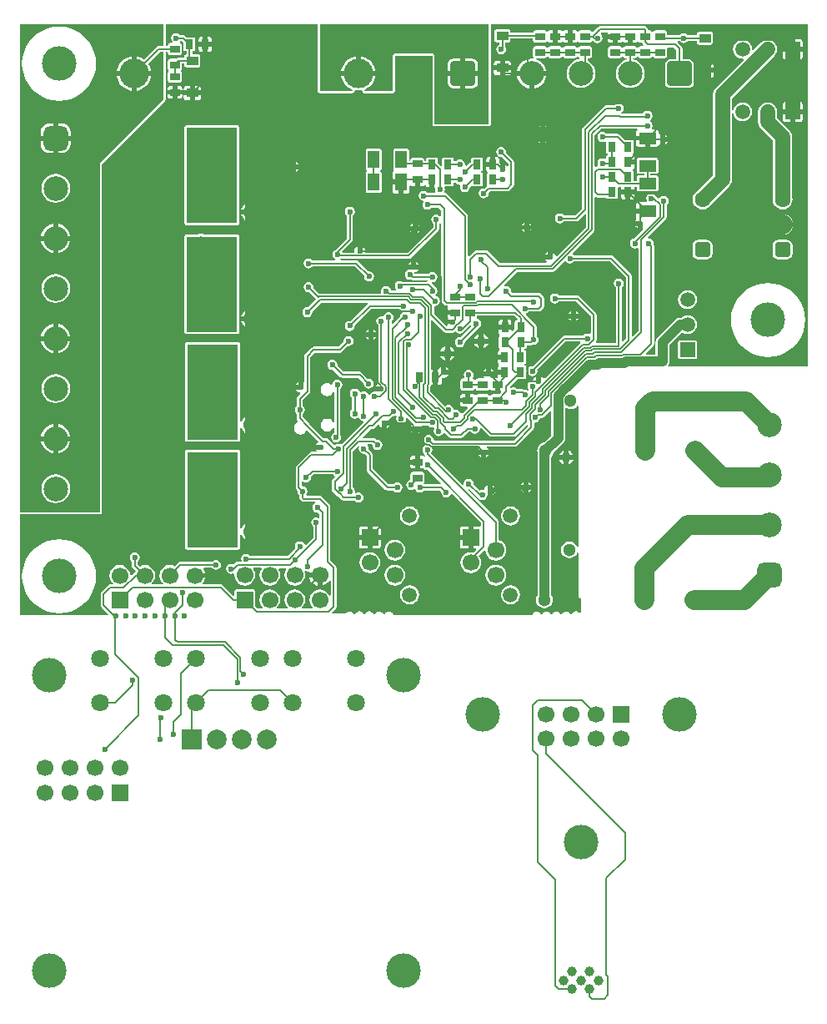
<source format=gbl>
G04 Layer_Physical_Order=2*
G04 Layer_Color=16711680*
%FSLAX25Y25*%
%MOIN*%
G70*
G01*
G75*
%ADD13R,0.03150X0.03937*%
%ADD14R,0.03937X0.03150*%
%ADD15R,0.04724X0.07087*%
%ADD31R,0.07087X0.04724*%
%ADD40C,0.00787*%
%ADD43C,0.07874*%
%ADD44C,0.03937*%
%ADD45C,0.05905*%
%ADD64C,0.06000*%
%ADD65C,0.03937*%
%ADD66C,0.06693*%
%ADD67R,0.06693X0.06693*%
%ADD68C,0.13780*%
G04:AMPARAMS|DCode=69|XSize=98.42mil|YSize=98.42mil|CornerRadius=24.61mil|HoleSize=0mil|Usage=FLASHONLY|Rotation=270.000|XOffset=0mil|YOffset=0mil|HoleType=Round|Shape=RoundedRectangle|*
%AMROUNDEDRECTD69*
21,1,0.09842,0.04921,0,0,270.0*
21,1,0.04921,0.09842,0,0,270.0*
1,1,0.04921,-0.02461,-0.02461*
1,1,0.04921,-0.02461,0.02461*
1,1,0.04921,0.02461,0.02461*
1,1,0.04921,0.02461,-0.02461*
%
%ADD69ROUNDEDRECTD69*%
%ADD70C,0.09842*%
%ADD71C,0.05905*%
%ADD72C,0.06299*%
%ADD73C,0.05118*%
%ADD74R,0.05905X0.05905*%
%ADD75C,0.05905*%
%ADD76R,0.05905X0.05905*%
G04:AMPARAMS|DCode=77|XSize=62.99mil|YSize=62.99mil|CornerRadius=15.75mil|HoleSize=0mil|Usage=FLASHONLY|Rotation=90.000|XOffset=0mil|YOffset=0mil|HoleType=Round|Shape=RoundedRectangle|*
%AMROUNDEDRECTD77*
21,1,0.06299,0.03150,0,0,90.0*
21,1,0.03150,0.06299,0,0,90.0*
1,1,0.03150,0.01575,0.01575*
1,1,0.03150,0.01575,-0.01575*
1,1,0.03150,-0.01575,-0.01575*
1,1,0.03150,-0.01575,0.01575*
%
%ADD77ROUNDEDRECTD77*%
G04:AMPARAMS|DCode=78|XSize=98.42mil|YSize=98.42mil|CornerRadius=12.3mil|HoleSize=0mil|Usage=FLASHONLY|Rotation=180.000|XOffset=0mil|YOffset=0mil|HoleType=Round|Shape=RoundedRectangle|*
%AMROUNDEDRECTD78*
21,1,0.09842,0.07382,0,0,180.0*
21,1,0.07382,0.09842,0,0,180.0*
1,1,0.02461,-0.03691,0.03691*
1,1,0.02461,0.03691,0.03691*
1,1,0.02461,0.03691,-0.03691*
1,1,0.02461,-0.03691,-0.03691*
%
%ADD78ROUNDEDRECTD78*%
%ADD79C,0.11811*%
%ADD80C,0.07087*%
%ADD81R,0.07874X0.07874*%
%ADD82C,0.07874*%
%ADD83C,0.02362*%
%ADD84C,0.05000*%
%ADD85R,0.04803X0.03583*%
%ADD86R,0.15000X0.27500*%
%ADD87R,0.75000X0.20000*%
%ADD88R,0.19500X1.69000*%
%ADD89R,0.20288X0.38358*%
G36*
X315000Y-136792D02*
X259445D01*
X259199Y-136292D01*
X259407Y-136020D01*
X259685Y-135349D01*
X259780Y-134630D01*
Y-128151D01*
X264859Y-123072D01*
X265114Y-123267D01*
X266024Y-123644D01*
X267000Y-123772D01*
X267976Y-123644D01*
X268886Y-123267D01*
X269668Y-122668D01*
X270267Y-121886D01*
X270644Y-120976D01*
X270772Y-120000D01*
X270644Y-119024D01*
X270267Y-118114D01*
X269668Y-117332D01*
X268886Y-116733D01*
X267976Y-116356D01*
X267000Y-116228D01*
X266024Y-116356D01*
X265114Y-116733D01*
X264479Y-117220D01*
X264000D01*
X263281Y-117315D01*
X262610Y-117593D01*
X262035Y-118035D01*
X255034Y-125034D01*
X254593Y-125610D01*
X254315Y-126281D01*
X254220Y-127000D01*
Y-131850D01*
X250506D01*
X250315Y-131388D01*
X253351Y-128351D01*
X253613Y-127961D01*
X253704Y-127500D01*
X253704Y-127500D01*
Y-88500D01*
X253613Y-88039D01*
X253449Y-87794D01*
X253507Y-87500D01*
X253354Y-86732D01*
X252919Y-86081D01*
X252268Y-85646D01*
X251500Y-85493D01*
X251397Y-85514D01*
X251150Y-85053D01*
X258351Y-77851D01*
X258351Y-77851D01*
X258613Y-77461D01*
X258704Y-77000D01*
Y-72063D01*
X258919Y-71919D01*
X259354Y-71268D01*
X259507Y-70500D01*
X259354Y-69732D01*
X258919Y-69081D01*
X258268Y-68646D01*
X257500Y-68493D01*
X256732Y-68646D01*
X256081Y-69081D01*
X255844Y-69434D01*
X255218Y-69515D01*
X254351Y-68648D01*
X254256Y-68585D01*
X253919Y-68081D01*
X253268Y-67646D01*
X252500Y-67493D01*
X251732Y-67646D01*
X251081Y-68081D01*
X250646Y-68732D01*
X250493Y-69500D01*
X250646Y-70268D01*
X250888Y-70630D01*
X250620Y-71130D01*
X247457D01*
X247066Y-71208D01*
X246736Y-71429D01*
X246515Y-71759D01*
X246437Y-72150D01*
Y-73528D01*
X251000D01*
Y-75496D01*
X246437D01*
Y-76874D01*
X246515Y-77264D01*
X246516Y-77267D01*
X246427Y-77928D01*
X246035Y-78516D01*
X248000D01*
Y-79500D01*
X248984D01*
Y-81688D01*
X249185Y-81933D01*
X245532Y-85586D01*
X245232Y-85646D01*
X244581Y-86081D01*
X244146Y-86732D01*
X243993Y-87500D01*
X244146Y-88268D01*
X244581Y-88919D01*
X245232Y-89354D01*
X246000Y-89507D01*
X246768Y-89354D01*
X246855Y-89296D01*
X247296Y-89532D01*
Y-122360D01*
X245166Y-124489D01*
X244704Y-124298D01*
Y-100500D01*
X244613Y-100039D01*
X244352Y-99648D01*
X244352Y-99648D01*
X237351Y-92649D01*
X236961Y-92387D01*
X236500Y-92296D01*
X236500Y-92296D01*
X221563D01*
X221419Y-92081D01*
X221173Y-91916D01*
X221110Y-91273D01*
X229539Y-82843D01*
X229539Y-82843D01*
X229800Y-82453D01*
X229892Y-81992D01*
X229892Y-81992D01*
Y-69281D01*
X230383Y-69008D01*
X230539Y-69113D01*
X231000Y-69204D01*
X234520D01*
X234534Y-69276D01*
X234708Y-69536D01*
X234968Y-69710D01*
X235276Y-69771D01*
X238425D01*
X238732Y-69710D01*
X238993Y-69536D01*
X239167Y-69276D01*
X239228Y-68968D01*
Y-65430D01*
X239445Y-65002D01*
X239712Y-64966D01*
X240502D01*
X240555Y-65031D01*
Y-66016D01*
X243150D01*
X245744D01*
Y-65031D01*
X245797Y-64966D01*
X246654D01*
Y-65850D01*
X246715Y-66158D01*
X246889Y-66418D01*
X247149Y-66592D01*
X247457Y-66653D01*
X254543D01*
X254851Y-66592D01*
X255111Y-66418D01*
X255285Y-66158D01*
X255346Y-65850D01*
Y-61126D01*
X255285Y-60819D01*
X255111Y-60558D01*
X254851Y-60384D01*
X254543Y-60323D01*
X252204D01*
Y-59677D01*
X254543D01*
X254851Y-59616D01*
X255111Y-59442D01*
X255285Y-59181D01*
X255346Y-58874D01*
Y-54150D01*
X255285Y-53842D01*
X255111Y-53582D01*
X254851Y-53408D01*
X254543Y-53347D01*
X247457D01*
X247149Y-53408D01*
X246889Y-53582D01*
X246715Y-53842D01*
X246654Y-54150D01*
Y-58874D01*
X246715Y-59181D01*
X246889Y-59442D01*
X247149Y-59616D01*
X247457Y-59677D01*
X249796D01*
Y-60323D01*
X247457D01*
X247149Y-60384D01*
X246889Y-60558D01*
X246715Y-60819D01*
X246654Y-61126D01*
Y-62558D01*
X245378D01*
Y-59031D01*
X245317Y-58724D01*
X245143Y-58464D01*
X245086Y-58426D01*
X245102Y-58141D01*
X245164Y-57877D01*
X245445Y-57689D01*
X245666Y-57359D01*
X245744Y-56968D01*
Y-55984D01*
X243150D01*
Y-54016D01*
X245744D01*
Y-53031D01*
X245666Y-52641D01*
X245445Y-52311D01*
X245205Y-52150D01*
X245201Y-52139D01*
X245169Y-51778D01*
X245201Y-51597D01*
X245292Y-51536D01*
X245466Y-51276D01*
X245527Y-50968D01*
Y-47032D01*
X245466Y-46724D01*
X245292Y-46464D01*
X245032Y-46290D01*
X244724Y-46229D01*
X242081D01*
X240001Y-44148D01*
X239610Y-43887D01*
X239150Y-43796D01*
X239149Y-43796D01*
X234563D01*
X234419Y-43581D01*
X233768Y-43146D01*
X233000Y-42993D01*
X232232Y-43146D01*
X231581Y-43581D01*
X231146Y-44232D01*
X230993Y-45000D01*
X231146Y-45768D01*
X231581Y-46419D01*
X232232Y-46854D01*
X233000Y-47007D01*
X233768Y-46854D01*
X234033Y-46677D01*
X234484Y-46978D01*
X234473Y-47032D01*
Y-50968D01*
X234534Y-51276D01*
X234708Y-51536D01*
X234968Y-51710D01*
X235144Y-51745D01*
Y-52255D01*
X234968Y-52290D01*
X234708Y-52464D01*
X234534Y-52724D01*
X234473Y-53031D01*
Y-53515D01*
X233973Y-53782D01*
X233768Y-53646D01*
X233000Y-53493D01*
X232232Y-53646D01*
X231581Y-54081D01*
X231146Y-54732D01*
X230993Y-55500D01*
X231146Y-56268D01*
X231212Y-56367D01*
X230909Y-56814D01*
X230539Y-56887D01*
X230383Y-56992D01*
X229892Y-56719D01*
Y-44311D01*
X232499Y-41704D01*
X246781D01*
X247042Y-42167D01*
X247036Y-42204D01*
X246736Y-42405D01*
X246515Y-42736D01*
X246437Y-43126D01*
Y-44504D01*
X251000D01*
Y-45488D01*
X251984D01*
Y-48870D01*
X254543D01*
X254934Y-48792D01*
X255264Y-48571D01*
X255485Y-48241D01*
X255490Y-48216D01*
X256016Y-47998D01*
Y-46000D01*
Y-44034D01*
X256004Y-44042D01*
X255563Y-43807D01*
Y-43126D01*
X255485Y-42736D01*
X255264Y-42405D01*
X254934Y-42184D01*
X254543Y-42106D01*
X252895D01*
X252628Y-41606D01*
X252854Y-41268D01*
X253007Y-40500D01*
X252854Y-39732D01*
X252419Y-39081D01*
X251975Y-38784D01*
Y-38216D01*
X252419Y-37919D01*
X252854Y-37268D01*
X253007Y-36500D01*
X252854Y-35732D01*
X252419Y-35081D01*
X251768Y-34646D01*
X251000Y-34493D01*
X250232Y-34646D01*
X249581Y-35081D01*
X249146Y-35732D01*
X249138Y-35771D01*
X240918D01*
X240613Y-35299D01*
X240643Y-35104D01*
X240919Y-34919D01*
X241354Y-34268D01*
X241507Y-33500D01*
X241354Y-32732D01*
X240919Y-32081D01*
X240268Y-31646D01*
X239500Y-31493D01*
X238732Y-31646D01*
X238081Y-32081D01*
X237937Y-32296D01*
X234500D01*
X234500Y-32296D01*
X234039Y-32387D01*
X233648Y-32649D01*
X233648Y-32649D01*
X225149Y-41148D01*
X224887Y-41539D01*
X224796Y-42000D01*
X224796Y-42000D01*
Y-73501D01*
X222001Y-76296D01*
X217563D01*
X217419Y-76081D01*
X216768Y-75646D01*
X216000Y-75493D01*
X215232Y-75646D01*
X214581Y-76081D01*
X214146Y-76732D01*
X213993Y-77500D01*
X214146Y-78268D01*
X214581Y-78919D01*
X215232Y-79354D01*
X216000Y-79507D01*
X216768Y-79354D01*
X217419Y-78919D01*
X217563Y-78704D01*
X222500D01*
X222500Y-78704D01*
X222961Y-78613D01*
X223352Y-78351D01*
X225834Y-75869D01*
X226296Y-76061D01*
Y-81001D01*
X214661Y-92636D01*
X214119Y-92471D01*
X214055Y-92149D01*
X213573Y-91427D01*
X212984Y-91035D01*
Y-93000D01*
X212000D01*
Y-93984D01*
X210034D01*
X210427Y-94573D01*
X210762Y-94796D01*
X210610Y-95296D01*
X191999D01*
X187352Y-90649D01*
X186961Y-90387D01*
X186500Y-90296D01*
X186500Y-90296D01*
X182500D01*
X182039Y-90387D01*
X181649Y-90649D01*
X181649Y-90649D01*
X179666Y-92631D01*
X179204Y-92439D01*
Y-76500D01*
X179204Y-76500D01*
X179113Y-76039D01*
X178851Y-75648D01*
X170852Y-67649D01*
X170461Y-67387D01*
X170091Y-67314D01*
X169788Y-66867D01*
X169854Y-66768D01*
X170007Y-66000D01*
X169862Y-65271D01*
X169868Y-65211D01*
X170148Y-64771D01*
X172724D01*
X173032Y-64710D01*
X173292Y-64536D01*
X173466Y-64276D01*
X173527Y-63968D01*
Y-63204D01*
X174437D01*
X174581Y-63419D01*
X175232Y-63854D01*
X175730Y-63953D01*
X176028Y-64153D01*
X176093Y-64497D01*
X175993Y-65000D01*
X176146Y-65768D01*
X176581Y-66419D01*
X177232Y-66854D01*
X178000Y-67007D01*
X178768Y-66854D01*
X179419Y-66419D01*
X179854Y-65768D01*
X180007Y-65000D01*
X180385Y-64556D01*
X180708Y-64536D01*
X180968Y-64710D01*
X181276Y-64771D01*
X184425D01*
X184732Y-64710D01*
X184993Y-64536D01*
X185167Y-64276D01*
X185228Y-63968D01*
Y-60031D01*
X185167Y-59724D01*
X184993Y-59464D01*
X184732Y-59290D01*
X184557Y-59255D01*
Y-58745D01*
X184732Y-58710D01*
X184993Y-58536D01*
X185167Y-58276D01*
X185228Y-57968D01*
Y-54031D01*
X185167Y-53724D01*
X184993Y-53464D01*
X184732Y-53290D01*
X184425Y-53229D01*
X181276D01*
X180968Y-53290D01*
X180708Y-53464D01*
X180534Y-53724D01*
X180473Y-54031D01*
Y-54932D01*
X180148Y-55149D01*
X178602Y-56695D01*
X178351Y-56670D01*
X177979Y-56143D01*
X178007Y-56000D01*
X177854Y-55232D01*
X177419Y-54581D01*
X176768Y-54146D01*
X176000Y-53993D01*
X175232Y-54146D01*
X174581Y-54581D01*
X174437Y-54796D01*
X173527D01*
Y-54031D01*
X173466Y-53724D01*
X173292Y-53464D01*
X173032Y-53290D01*
X172724Y-53229D01*
X169575D01*
X169268Y-53290D01*
X169007Y-53464D01*
X168833Y-53724D01*
X168772Y-54031D01*
Y-56416D01*
X168310Y-56607D01*
X167228Y-55525D01*
Y-54031D01*
X167167Y-53724D01*
X166993Y-53464D01*
X166732Y-53290D01*
X166425Y-53229D01*
X163276D01*
X162968Y-53290D01*
X162708Y-53464D01*
X162534Y-53724D01*
X162473Y-54031D01*
Y-54497D01*
X161771D01*
Y-54126D01*
X161710Y-53819D01*
X161536Y-53558D01*
X161276Y-53384D01*
X160968Y-53323D01*
X157032D01*
X156724Y-53384D01*
X156464Y-53558D01*
X156290Y-53819D01*
X156229Y-54126D01*
Y-54497D01*
X155677D01*
Y-50457D01*
X155616Y-50150D01*
X155442Y-49889D01*
X155181Y-49715D01*
X154874Y-49654D01*
X150150D01*
X149842Y-49715D01*
X149582Y-49889D01*
X149408Y-50150D01*
X149347Y-50457D01*
Y-57543D01*
X149408Y-57850D01*
X149563Y-58083D01*
X149581Y-58122D01*
X149523Y-58673D01*
X149429Y-58736D01*
X149208Y-59066D01*
X149130Y-59457D01*
Y-62016D01*
X152512D01*
Y-63000D01*
X153496D01*
Y-67563D01*
X154874D01*
X155264Y-67485D01*
X155595Y-67264D01*
X155816Y-66934D01*
X155894Y-66543D01*
Y-64572D01*
X156085Y-64445D01*
X156394Y-64351D01*
X156641Y-64517D01*
X157032Y-64594D01*
X158016D01*
Y-62000D01*
X159984D01*
Y-64594D01*
X160968D01*
X161359Y-64517D01*
X161689Y-64296D01*
X161783Y-64155D01*
X162314Y-64261D01*
X162334Y-64359D01*
X162555Y-64689D01*
X162885Y-64911D01*
X163276Y-64988D01*
X163866D01*
Y-62000D01*
X165835D01*
Y-65108D01*
X166095Y-65488D01*
X165993Y-66000D01*
X166146Y-66768D01*
X166204Y-66855D01*
X165968Y-67296D01*
X163063D01*
X162919Y-67081D01*
X162268Y-66646D01*
X161500Y-66493D01*
X160732Y-66646D01*
X160081Y-67081D01*
X159646Y-67732D01*
X159493Y-68500D01*
X159646Y-69268D01*
X160081Y-69919D01*
X160732Y-70354D01*
X161084Y-70424D01*
X161314Y-70980D01*
X161146Y-71232D01*
X160993Y-72000D01*
X161146Y-72768D01*
X161581Y-73419D01*
X162232Y-73854D01*
X163000Y-74007D01*
X163768Y-73854D01*
X164419Y-73419D01*
X164563Y-73204D01*
X167501D01*
X168483Y-74186D01*
Y-76525D01*
X167983Y-76676D01*
X167919Y-76581D01*
X167268Y-76146D01*
X166500Y-75993D01*
X165732Y-76146D01*
X165081Y-76581D01*
X164646Y-77232D01*
X164493Y-78000D01*
X164646Y-78768D01*
X165081Y-79419D01*
X165296Y-79563D01*
Y-81001D01*
X155026Y-91271D01*
X138465D01*
X138147Y-90884D01*
X138224Y-90500D01*
X138055Y-89649D01*
X137573Y-88928D01*
X136984Y-88534D01*
Y-90500D01*
X135016D01*
Y-88534D01*
X134427Y-88928D01*
X133946Y-89649D01*
X133776Y-90500D01*
X133853Y-90884D01*
X133535Y-91271D01*
X129140D01*
X128932Y-90771D01*
X132852Y-86852D01*
X132852Y-86852D01*
X133113Y-86461D01*
X133204Y-86000D01*
X133204Y-86000D01*
Y-76413D01*
X133419Y-76270D01*
X133854Y-75618D01*
X134007Y-74850D01*
X133854Y-74082D01*
X133419Y-73431D01*
X132768Y-72996D01*
X132000Y-72843D01*
X131232Y-72996D01*
X130581Y-73431D01*
X130146Y-74082D01*
X129993Y-74850D01*
X130146Y-75618D01*
X130581Y-76270D01*
X130796Y-76413D01*
Y-85501D01*
X126148Y-90149D01*
X126084Y-90244D01*
X125581Y-90581D01*
X125146Y-91232D01*
X124993Y-92000D01*
X125146Y-92768D01*
X125581Y-93419D01*
X126144Y-93796D01*
X126094Y-94212D01*
X126061Y-94296D01*
X117063D01*
X116919Y-94081D01*
X116268Y-93646D01*
X115500Y-93493D01*
X114732Y-93646D01*
X114081Y-94081D01*
X113646Y-94732D01*
X113493Y-95500D01*
X113646Y-96268D01*
X114081Y-96919D01*
X114732Y-97354D01*
X115500Y-97507D01*
X116268Y-97354D01*
X116919Y-96919D01*
X117063Y-96704D01*
X133967D01*
X137776Y-100514D01*
X137726Y-100767D01*
X137878Y-101535D01*
X138313Y-102187D01*
X138965Y-102622D01*
X139733Y-102774D01*
X140501Y-102622D01*
X141152Y-102187D01*
X141587Y-101535D01*
X141740Y-100767D01*
X141587Y-99999D01*
X141152Y-99348D01*
X140501Y-98913D01*
X139733Y-98760D01*
X139479Y-98811D01*
X135317Y-94648D01*
X134926Y-94387D01*
X134465Y-94296D01*
X134465Y-94296D01*
X128422D01*
X128209Y-93796D01*
X128320Y-93679D01*
X155525D01*
X155525Y-93679D01*
X155986Y-93587D01*
X156377Y-93326D01*
X167351Y-82351D01*
X167613Y-81961D01*
X167704Y-81500D01*
Y-79692D01*
X167983Y-79474D01*
X168483Y-79667D01*
Y-110187D01*
X168483Y-110187D01*
X168575Y-110648D01*
X168836Y-111039D01*
X169867Y-112070D01*
X169867Y-112070D01*
X170258Y-112331D01*
X170719Y-112423D01*
X170719Y-112423D01*
X171055D01*
X171185Y-112643D01*
X171264Y-112923D01*
X171089Y-113185D01*
X171012Y-113575D01*
Y-114165D01*
X174000D01*
Y-116134D01*
X171012D01*
Y-116724D01*
X171089Y-117115D01*
X171303Y-117434D01*
X171035Y-117837D01*
X173000D01*
Y-119805D01*
X171035D01*
X171129Y-119946D01*
X170906Y-120513D01*
X170753Y-120550D01*
X165798Y-115595D01*
Y-112673D01*
X166000Y-112507D01*
X166768Y-112354D01*
X167419Y-111919D01*
X167854Y-111268D01*
X168007Y-110500D01*
X167854Y-109732D01*
X167419Y-109081D01*
X166768Y-108646D01*
X166355Y-108563D01*
X166249Y-108033D01*
X166419Y-107919D01*
X166854Y-107268D01*
X167007Y-106500D01*
X166854Y-105732D01*
X166419Y-105081D01*
X165916Y-104744D01*
X165851Y-104648D01*
X165851Y-104648D01*
X164650Y-103447D01*
X164897Y-102987D01*
X165000Y-103007D01*
X165768Y-102854D01*
X166419Y-102419D01*
X166854Y-101768D01*
X167007Y-101000D01*
X166854Y-100232D01*
X166419Y-99581D01*
X165768Y-99146D01*
X165000Y-98993D01*
X164232Y-99146D01*
X163581Y-99581D01*
X163437Y-99796D01*
X157966D01*
X157854Y-99232D01*
X157890Y-99146D01*
X158351Y-99054D01*
X159072Y-98572D01*
X159466Y-97984D01*
X155281D01*
X155232Y-98146D01*
X154581Y-98581D01*
X154146Y-99232D01*
X153993Y-100000D01*
X154146Y-100768D01*
X154581Y-101419D01*
X155232Y-101854D01*
X156000Y-102007D01*
X156294Y-101949D01*
X156539Y-102113D01*
X157000Y-102204D01*
X163027D01*
X163120Y-102321D01*
X162878Y-102821D01*
X153030D01*
X152768Y-102646D01*
X152000Y-102493D01*
X151232Y-102646D01*
X150581Y-103081D01*
X150146Y-103732D01*
X149993Y-104500D01*
X150146Y-105268D01*
X150581Y-105919D01*
X150583Y-105921D01*
X150432Y-106421D01*
X148491D01*
X148354Y-105732D01*
X147919Y-105081D01*
X147268Y-104646D01*
X146500Y-104493D01*
X145732Y-104646D01*
X145081Y-105081D01*
X144646Y-105732D01*
X144493Y-106500D01*
X144614Y-107108D01*
X144317Y-107608D01*
X119811D01*
X117457Y-105254D01*
X117507Y-105000D01*
X117354Y-104232D01*
X116919Y-103581D01*
X116268Y-103146D01*
X115500Y-102993D01*
X114732Y-103146D01*
X114081Y-103581D01*
X113646Y-104232D01*
X113493Y-105000D01*
X113646Y-105768D01*
X114081Y-106419D01*
X114732Y-106854D01*
X115500Y-107007D01*
X115754Y-106957D01*
X118547Y-109750D01*
X115254Y-113043D01*
X115000Y-112993D01*
X114232Y-113146D01*
X113581Y-113581D01*
X113146Y-114232D01*
X112993Y-115000D01*
X113146Y-115768D01*
X113581Y-116419D01*
X114232Y-116854D01*
X115000Y-117007D01*
X115768Y-116854D01*
X116419Y-116419D01*
X116854Y-115768D01*
X117007Y-115000D01*
X116957Y-114746D01*
X120499Y-111204D01*
X138913D01*
X139057Y-111475D01*
X139093Y-111704D01*
X132277Y-118520D01*
X132024Y-118469D01*
X131255Y-118622D01*
X130604Y-119057D01*
X130169Y-119708D01*
X130017Y-120476D01*
X130169Y-121245D01*
X130604Y-121896D01*
X131255Y-122331D01*
X132024Y-122483D01*
X132792Y-122331D01*
X133443Y-121896D01*
X133878Y-121245D01*
X134031Y-120476D01*
X133980Y-120223D01*
X140499Y-113704D01*
X151937D01*
X152081Y-113919D01*
X152732Y-114354D01*
X153500Y-114507D01*
X153906Y-114426D01*
X154299Y-114692D01*
X154000Y-114993D01*
X153232Y-115146D01*
X152581Y-115581D01*
X152146Y-116232D01*
X152042Y-116755D01*
X149179Y-119618D01*
X148717Y-119427D01*
Y-118554D01*
X148919Y-118419D01*
X149354Y-117768D01*
X149507Y-117000D01*
X149354Y-116232D01*
X148919Y-115581D01*
X148268Y-115146D01*
X147500Y-114993D01*
X146732Y-115146D01*
X146081Y-115581D01*
X145646Y-116232D01*
X145626Y-116330D01*
X145140Y-116620D01*
X144500Y-116493D01*
X143732Y-116646D01*
X143081Y-117081D01*
X142646Y-117732D01*
X142493Y-118500D01*
X142646Y-119268D01*
X143081Y-119919D01*
X143296Y-120063D01*
Y-142821D01*
X143296Y-142821D01*
X143387Y-143282D01*
X143417Y-143325D01*
X143499Y-143595D01*
X142778Y-144077D01*
X142385Y-144665D01*
X144350D01*
Y-146634D01*
X141904D01*
X141861Y-146682D01*
X141763Y-146662D01*
X140995Y-146815D01*
X140344Y-147250D01*
X139909Y-147901D01*
X139903Y-147929D01*
X139393D01*
X139354Y-147732D01*
X138919Y-147081D01*
X138268Y-146646D01*
X137500Y-146493D01*
X136732Y-146646D01*
X136392Y-146873D01*
X135854Y-146732D01*
X135419Y-146081D01*
X134768Y-145646D01*
X134000Y-145493D01*
X133232Y-145646D01*
X132581Y-146081D01*
X132146Y-146732D01*
X131993Y-147500D01*
X132146Y-148268D01*
X132581Y-148919D01*
X132796Y-149063D01*
Y-153937D01*
X132581Y-154081D01*
X132146Y-154732D01*
X131993Y-155500D01*
X132146Y-156268D01*
X132581Y-156919D01*
X133232Y-157354D01*
X134000Y-157507D01*
X134768Y-157354D01*
X135108Y-157127D01*
X135646Y-157268D01*
X136081Y-157919D01*
X136732Y-158354D01*
X137152Y-158438D01*
X137317Y-158980D01*
X128623Y-167674D01*
X128382Y-167722D01*
X128268Y-167646D01*
X127500Y-167493D01*
X126732Y-167646D01*
X126081Y-168081D01*
X125811Y-168107D01*
X123352Y-165648D01*
X122961Y-165387D01*
X122500Y-165296D01*
X122500Y-165296D01*
X121499D01*
X115955Y-159752D01*
X115954Y-159744D01*
X115692Y-159354D01*
X113204Y-156865D01*
Y-155563D01*
X113419Y-155419D01*
X113854Y-154768D01*
X114007Y-154000D01*
X113854Y-153232D01*
X113419Y-152581D01*
X113204Y-152437D01*
Y-149999D01*
X115851Y-147352D01*
X116113Y-146961D01*
X116204Y-146500D01*
Y-132999D01*
X117999Y-131204D01*
X128000D01*
X128000Y-131204D01*
X128461Y-131113D01*
X128851Y-130851D01*
X131246Y-128457D01*
X131500Y-128507D01*
X132268Y-128354D01*
X132919Y-127919D01*
X133354Y-127268D01*
X133507Y-126500D01*
X133354Y-125732D01*
X132919Y-125081D01*
X132268Y-124646D01*
X131500Y-124493D01*
X130732Y-124646D01*
X130081Y-125081D01*
X129646Y-125732D01*
X129493Y-126500D01*
X129543Y-126754D01*
X127501Y-128796D01*
X117500D01*
X117039Y-128887D01*
X116648Y-129148D01*
X116648Y-129148D01*
X114148Y-131649D01*
X113887Y-132039D01*
X113796Y-132500D01*
X113796Y-132500D01*
Y-142712D01*
X113484Y-142879D01*
Y-145000D01*
X112500D01*
Y-145984D01*
X110535D01*
X110927Y-146572D01*
X111649Y-147055D01*
X111971Y-147119D01*
X112136Y-147661D01*
X111149Y-148649D01*
X110887Y-149039D01*
X110796Y-149500D01*
X110796Y-149500D01*
Y-152437D01*
X110581Y-152581D01*
X110146Y-153232D01*
X109993Y-154000D01*
X110146Y-154768D01*
X110581Y-155419D01*
X110796Y-155563D01*
Y-157364D01*
X110796Y-157364D01*
X110887Y-157825D01*
X111149Y-158216D01*
X111282Y-158350D01*
X111152Y-158926D01*
X111138Y-158931D01*
X110552Y-159323D01*
X110331Y-159544D01*
X109939Y-160130D01*
X109819Y-160420D01*
Y-160420D01*
X109682Y-161111D01*
X109682Y-161111D01*
Y-161190D01*
X109666Y-161268D01*
X109682Y-161345D01*
Y-161424D01*
X109682Y-161424D01*
X109819Y-162116D01*
Y-162116D01*
X109939Y-162405D01*
X110331Y-162991D01*
X110552Y-163213D01*
X111138Y-163604D01*
X111428Y-163724D01*
X111428D01*
X112119Y-163862D01*
X112119Y-163862D01*
X112276D01*
X112432D01*
X112432Y-163862D01*
X113123Y-163724D01*
X113124D01*
X113413Y-163604D01*
X113999Y-163213D01*
X114220Y-162991D01*
X114565Y-162475D01*
X114820Y-162392D01*
X115167Y-162371D01*
X119344Y-166548D01*
X119281Y-167191D01*
X118928Y-167428D01*
X118535Y-168016D01*
X120500D01*
Y-169984D01*
X118535D01*
X118743Y-170296D01*
X118475Y-170796D01*
X116500D01*
X116500Y-170796D01*
X116039Y-170887D01*
X115648Y-171149D01*
X115648Y-171149D01*
X110649Y-176148D01*
X110387Y-176539D01*
X110296Y-177000D01*
X110296Y-177000D01*
Y-185000D01*
X110296Y-185000D01*
X110387Y-185461D01*
X110649Y-185852D01*
X111043Y-186246D01*
X110993Y-186500D01*
X111146Y-187268D01*
X111581Y-187919D01*
X111796Y-188063D01*
Y-189000D01*
X111796Y-189000D01*
X111887Y-189461D01*
X112148Y-189851D01*
X112648Y-190351D01*
X112648Y-190351D01*
X113039Y-190613D01*
X113500Y-190704D01*
X113500Y-190704D01*
X118061D01*
X118094Y-190789D01*
X118144Y-191204D01*
X117581Y-191581D01*
X117146Y-192232D01*
X116993Y-193000D01*
X117146Y-193768D01*
X117581Y-194419D01*
X118232Y-194854D01*
X119000Y-195007D01*
X119254Y-194957D01*
X119796Y-195499D01*
Y-196968D01*
X119355Y-197204D01*
X119268Y-197146D01*
X118500Y-196993D01*
X117732Y-197146D01*
X117081Y-197581D01*
X116646Y-198232D01*
X116493Y-199000D01*
X116646Y-199768D01*
X117081Y-200419D01*
X117296Y-200563D01*
Y-205001D01*
X114347Y-207950D01*
X113869Y-207805D01*
X113854Y-207732D01*
X113419Y-207081D01*
X112768Y-206646D01*
X112000Y-206493D01*
X111232Y-206646D01*
X110581Y-207081D01*
X110146Y-207732D01*
X109993Y-208500D01*
X110146Y-209268D01*
X110148Y-209271D01*
X107124Y-212296D01*
X92063D01*
X91919Y-212081D01*
X91268Y-211646D01*
X90500Y-211493D01*
X89732Y-211646D01*
X89081Y-212081D01*
X88646Y-212732D01*
X88493Y-213500D01*
X88623Y-214156D01*
X88349Y-214656D01*
X87140D01*
X87140Y-214656D01*
X86679Y-214747D01*
X86289Y-215008D01*
X86289Y-215008D01*
X85498Y-215799D01*
X85268Y-215646D01*
X84500Y-215493D01*
X83732Y-215646D01*
X83081Y-216081D01*
X82646Y-216732D01*
X82493Y-217500D01*
X82646Y-218268D01*
X83081Y-218919D01*
X83732Y-219354D01*
X84500Y-219507D01*
X85268Y-219354D01*
X85425Y-219249D01*
X85891Y-219539D01*
X85830Y-220000D01*
X85973Y-221079D01*
X86389Y-222085D01*
X87052Y-222948D01*
X87915Y-223611D01*
X88921Y-224027D01*
X90000Y-224169D01*
X91079Y-224027D01*
X92085Y-223611D01*
X92948Y-222948D01*
X93611Y-222085D01*
X94027Y-221079D01*
X94169Y-220000D01*
X94027Y-218921D01*
X93611Y-217915D01*
X93302Y-217512D01*
X93523Y-217064D01*
X96477D01*
X96698Y-217512D01*
X96389Y-217915D01*
X95973Y-218921D01*
X95831Y-220000D01*
X95973Y-221079D01*
X96389Y-222085D01*
X97052Y-222948D01*
X97915Y-223611D01*
X98921Y-224027D01*
X100000Y-224169D01*
X101079Y-224027D01*
X102085Y-223611D01*
X102948Y-222948D01*
X103611Y-222085D01*
X104027Y-221079D01*
X104169Y-220000D01*
X104027Y-218921D01*
X103611Y-217915D01*
X103409Y-217653D01*
X103631Y-217204D01*
X106369D01*
X106591Y-217653D01*
X106389Y-217915D01*
X105973Y-218921D01*
X105831Y-220000D01*
X105973Y-221079D01*
X106389Y-222085D01*
X107052Y-222948D01*
X107915Y-223611D01*
X108921Y-224027D01*
X110000Y-224169D01*
X111079Y-224027D01*
X112085Y-223611D01*
X112948Y-222948D01*
X113611Y-222085D01*
X114027Y-221079D01*
X114170Y-220000D01*
X114027Y-218921D01*
X113943Y-218717D01*
X114343Y-218376D01*
X115000Y-218507D01*
X115406Y-218426D01*
X115766Y-218865D01*
X115765Y-218865D01*
X115746Y-219016D01*
X120000D01*
Y-220000D01*
X120984D01*
Y-224254D01*
X121135Y-224235D01*
X122192Y-223797D01*
X123100Y-223100D01*
X123797Y-222192D01*
X124296Y-222293D01*
Y-228105D01*
X123796Y-228204D01*
X123611Y-227758D01*
X122948Y-226894D01*
X122085Y-226232D01*
X121079Y-225815D01*
X120000Y-225673D01*
X118921Y-225815D01*
X117915Y-226232D01*
X117052Y-226894D01*
X116389Y-227758D01*
X115973Y-228763D01*
X115831Y-229842D01*
X115973Y-230922D01*
X116389Y-231927D01*
X117052Y-232791D01*
X117093Y-232822D01*
X116932Y-233296D01*
X113068D01*
X112907Y-232822D01*
X112948Y-232791D01*
X113611Y-231927D01*
X114027Y-230922D01*
X114170Y-229842D01*
X114027Y-228763D01*
X113611Y-227758D01*
X112948Y-226894D01*
X112085Y-226232D01*
X111079Y-225815D01*
X110000Y-225673D01*
X108921Y-225815D01*
X107915Y-226232D01*
X107052Y-226894D01*
X106389Y-227758D01*
X105973Y-228763D01*
X105831Y-229842D01*
X105973Y-230922D01*
X106389Y-231927D01*
X107052Y-232791D01*
X107093Y-232822D01*
X106932Y-233296D01*
X103068D01*
X102907Y-232822D01*
X102948Y-232791D01*
X103611Y-231927D01*
X104027Y-230922D01*
X104169Y-229842D01*
X104027Y-228763D01*
X103611Y-227758D01*
X102948Y-226894D01*
X102085Y-226232D01*
X101079Y-225815D01*
X100000Y-225673D01*
X98921Y-225815D01*
X97915Y-226232D01*
X97052Y-226894D01*
X96389Y-227758D01*
X95973Y-228763D01*
X95831Y-229842D01*
X95973Y-230922D01*
X96389Y-231927D01*
X97052Y-232791D01*
X97093Y-232822D01*
X96932Y-233296D01*
X95156D01*
X94149Y-232289D01*
Y-226496D01*
X94088Y-226189D01*
X93914Y-225928D01*
X93654Y-225754D01*
X93347Y-225693D01*
X86654D01*
X86346Y-225754D01*
X86086Y-225928D01*
X85912Y-226189D01*
X85851Y-226496D01*
Y-227941D01*
X85351Y-228148D01*
X81352Y-224149D01*
X80961Y-223887D01*
X80500Y-223796D01*
X80500Y-223796D01*
X73176D01*
X73015Y-223322D01*
X73100Y-223257D01*
X73797Y-222350D01*
X74235Y-221292D01*
X74254Y-221142D01*
X70000D01*
Y-219173D01*
X74254D01*
X74235Y-219023D01*
X73797Y-217966D01*
X73497Y-217576D01*
X73719Y-217127D01*
X76937D01*
X77081Y-217342D01*
X77732Y-217777D01*
X78500Y-217930D01*
X79268Y-217777D01*
X79919Y-217342D01*
X80354Y-216691D01*
X80507Y-215923D01*
X80354Y-215155D01*
X79919Y-214504D01*
X79268Y-214069D01*
X78500Y-213916D01*
X77732Y-214069D01*
X77081Y-214504D01*
X76937Y-214719D01*
X64235D01*
X63774Y-214810D01*
X63383Y-215071D01*
X61960Y-216495D01*
X61079Y-216130D01*
X60000Y-215988D01*
X58921Y-216130D01*
X57915Y-216547D01*
X57052Y-217209D01*
X56389Y-218073D01*
X55973Y-219078D01*
X55831Y-220158D01*
X55973Y-221237D01*
X56389Y-222242D01*
X57052Y-223106D01*
X57299Y-223296D01*
X57130Y-223796D01*
X52870D01*
X52701Y-223296D01*
X52948Y-223106D01*
X53611Y-222242D01*
X54027Y-221237D01*
X54169Y-220158D01*
X54027Y-219078D01*
X53611Y-218073D01*
X52948Y-217209D01*
X52085Y-216547D01*
X51079Y-216130D01*
X50000Y-215988D01*
X48921Y-216130D01*
X48040Y-216495D01*
X47204Y-215659D01*
Y-214563D01*
X47419Y-214419D01*
X47854Y-213768D01*
X48007Y-213000D01*
X47854Y-212232D01*
X47419Y-211581D01*
X46768Y-211146D01*
X46000Y-210993D01*
X45232Y-211146D01*
X44581Y-211581D01*
X44146Y-212232D01*
X43993Y-213000D01*
X44146Y-213768D01*
X44581Y-214419D01*
X44796Y-214563D01*
Y-216157D01*
X44796Y-216158D01*
X44887Y-216618D01*
X45149Y-217009D01*
X46337Y-218198D01*
X45996Y-219022D01*
X45882Y-219045D01*
X45491Y-219306D01*
X45491Y-219306D01*
X44651Y-220146D01*
X44142Y-219948D01*
X44027Y-219078D01*
X43611Y-218073D01*
X42948Y-217209D01*
X42085Y-216547D01*
X41079Y-216130D01*
X40000Y-215988D01*
X38921Y-216130D01*
X37915Y-216547D01*
X37052Y-217209D01*
X36389Y-218073D01*
X35973Y-219078D01*
X35831Y-220158D01*
X35973Y-221237D01*
X36389Y-222242D01*
X37052Y-223106D01*
X37299Y-223296D01*
X37130Y-223796D01*
X36000D01*
X35539Y-223887D01*
X35149Y-224149D01*
X35149Y-224149D01*
X32649Y-226648D01*
X32387Y-227039D01*
X32296Y-227500D01*
X32296Y-227500D01*
Y-232000D01*
X32296Y-232000D01*
X32387Y-232461D01*
X32649Y-232852D01*
X35335Y-235538D01*
X35144Y-236000D01*
X0D01*
Y-195803D01*
X32000D01*
X32307Y-195742D01*
X32568Y-195568D01*
X32742Y-195307D01*
X32803Y-195000D01*
X32803Y-55833D01*
X58068Y-30568D01*
X58242Y-30307D01*
X58303Y-30000D01*
Y-11055D01*
X59229D01*
Y-11425D01*
X59290Y-11732D01*
X59464Y-11993D01*
X59724Y-12167D01*
X60031Y-12228D01*
X63968D01*
X64276Y-12167D01*
X64536Y-11993D01*
X64710Y-11732D01*
X64771Y-11425D01*
Y-8276D01*
X64710Y-7968D01*
X64536Y-7708D01*
X64276Y-7534D01*
X64147Y-7508D01*
X63975Y-7007D01*
X64215Y-6704D01*
X64852D01*
X65473Y-7325D01*
Y-9968D01*
X65534Y-10276D01*
X65708Y-10536D01*
X65968Y-10710D01*
X66276Y-10771D01*
X66646D01*
Y-11969D01*
X66598D01*
X66291Y-12030D01*
X66031Y-12204D01*
X65857Y-12464D01*
X65796Y-12772D01*
Y-13359D01*
X63587D01*
X63587Y-13359D01*
X63126Y-13450D01*
X62735Y-13712D01*
X62735Y-13712D01*
X62675Y-13772D01*
X60031D01*
X59724Y-13833D01*
X59464Y-14007D01*
X59290Y-14268D01*
X59229Y-14575D01*
Y-17724D01*
X59290Y-18032D01*
X59464Y-18292D01*
Y-18708D01*
X59290Y-18968D01*
X59229Y-19276D01*
Y-22425D01*
X59290Y-22732D01*
X59464Y-22993D01*
X59724Y-23167D01*
X60031Y-23228D01*
X63968D01*
X64276Y-23167D01*
X64536Y-22993D01*
X64710Y-22732D01*
X64771Y-22425D01*
Y-19276D01*
X64710Y-18968D01*
X64536Y-18708D01*
Y-18292D01*
X64710Y-18032D01*
X64771Y-17724D01*
Y-15767D01*
X65796D01*
Y-16354D01*
X65857Y-16662D01*
X66031Y-16922D01*
X66291Y-17096D01*
X66598Y-17157D01*
X71402D01*
X71709Y-17096D01*
X71969Y-16922D01*
X72143Y-16662D01*
X72204Y-16354D01*
Y-12772D01*
X72143Y-12464D01*
X71969Y-12204D01*
X71709Y-12030D01*
X71402Y-11969D01*
X69055D01*
Y-10771D01*
X69425D01*
X69732Y-10710D01*
X69993Y-10536D01*
X70167Y-10276D01*
X70228Y-9968D01*
Y-6032D01*
X70167Y-5724D01*
X69993Y-5464D01*
X69732Y-5290D01*
X69425Y-5229D01*
X66782D01*
X66202Y-4648D01*
X65811Y-4387D01*
X65350Y-4296D01*
X65350Y-4296D01*
X64063D01*
X63919Y-4081D01*
X63268Y-3646D01*
X62500Y-3493D01*
X61732Y-3646D01*
X61081Y-4081D01*
X60646Y-4732D01*
X60493Y-5500D01*
X60646Y-6268D01*
X61081Y-6919D01*
X61161Y-6973D01*
X61009Y-7473D01*
X60031D01*
X59724Y-7534D01*
X59464Y-7708D01*
X59290Y-7968D01*
X59229Y-8276D01*
Y-8646D01*
X58303D01*
Y0D01*
X119197D01*
Y-26697D01*
X119258Y-27004D01*
X119432Y-27265D01*
X119693Y-27439D01*
X120000Y-27500D01*
X132998D01*
X133095Y-27481D01*
X133194Y-27476D01*
X133247Y-27450D01*
X133306Y-27439D01*
X133388Y-27384D01*
X133477Y-27342D01*
X133517Y-27298D01*
X133566Y-27265D01*
X133621Y-27183D01*
X133687Y-27110D01*
X133707Y-27054D01*
X133740Y-27004D01*
X133759Y-26908D01*
X133793Y-26815D01*
X133807Y-26720D01*
X134062Y-26312D01*
X134360Y-26309D01*
X135394Y-26410D01*
X136428Y-26309D01*
X136725Y-26312D01*
X136981Y-26720D01*
X136995Y-26815D01*
X137028Y-26908D01*
X137047Y-27004D01*
X137080Y-27054D01*
X137100Y-27110D01*
X137167Y-27183D01*
X137221Y-27265D01*
X137271Y-27298D01*
X137311Y-27342D01*
X137400Y-27384D01*
X137482Y-27439D01*
X137540Y-27450D01*
X137594Y-27476D01*
X137692Y-27481D01*
X137789Y-27500D01*
X149197D01*
X149504Y-27439D01*
X149765Y-27265D01*
X149939Y-27004D01*
X150000Y-26697D01*
Y-12579D01*
X150013Y-12513D01*
X150079Y-12500D01*
X164921D01*
X164987Y-12513D01*
X165000Y-12579D01*
Y-27500D01*
Y-40000D01*
X165061Y-40307D01*
X165235Y-40568D01*
X165496Y-40742D01*
X165803Y-40803D01*
X187500D01*
X187807Y-40742D01*
X188068Y-40568D01*
X188242Y-40307D01*
X188303Y-40000D01*
Y0D01*
X315000D01*
Y-136792D01*
D02*
G37*
G36*
X187500Y-40000D02*
X165803D01*
Y-27500D01*
Y-12500D01*
X165742Y-12193D01*
X165568Y-11932D01*
X165307Y-11758D01*
X165000Y-11697D01*
X150000D01*
X149693Y-11758D01*
X149432Y-11932D01*
X149258Y-12193D01*
X149197Y-12500D01*
Y-26697D01*
X137789D01*
X137715Y-26197D01*
X138049Y-26096D01*
X139249Y-25455D01*
X140300Y-24592D01*
X141163Y-23540D01*
X141804Y-22341D01*
X142199Y-21039D01*
X142236Y-20669D01*
X135394D01*
X128552D01*
X128588Y-21039D01*
X128983Y-22341D01*
X129624Y-23540D01*
X130487Y-24592D01*
X131539Y-25455D01*
X132738Y-26096D01*
X133073Y-26197D01*
X132998Y-26697D01*
X120000D01*
Y0D01*
X187500D01*
Y-40000D01*
D02*
G37*
G36*
X223406Y-152623D02*
Y-208568D01*
X222906Y-208668D01*
X222707Y-208186D01*
X222170Y-207487D01*
X221471Y-206951D01*
X220657Y-206614D01*
X219783Y-206499D01*
X218910Y-206614D01*
X218096Y-206951D01*
X217397Y-207487D01*
X216860Y-208186D01*
X216523Y-209000D01*
X216408Y-209874D01*
X216523Y-210748D01*
X216860Y-211562D01*
X217397Y-212261D01*
X218096Y-212797D01*
X218910Y-213134D01*
X219783Y-213249D01*
X220657Y-213134D01*
X221471Y-212797D01*
X222170Y-212261D01*
X222707Y-211562D01*
X222906Y-211081D01*
X223406Y-211180D01*
Y-228346D01*
X223482Y-228731D01*
X223700Y-229056D01*
X224025Y-229274D01*
X224409Y-229350D01*
X224500Y-229424D01*
Y-234995D01*
X224416Y-235060D01*
X223818Y-235065D01*
X223597Y-234843D01*
X223271Y-234626D01*
X222982Y-234506D01*
X222598Y-234430D01*
X222598Y-234430D01*
X222518D01*
X222441Y-234414D01*
X222363Y-234430D01*
X222284D01*
X222284Y-234430D01*
X221900Y-234506D01*
X221900D01*
X221611Y-234626D01*
X221285Y-234843D01*
X221064Y-235065D01*
X220846Y-235390D01*
X220726Y-235680D01*
X220219Y-235680D01*
X220218Y-235680D01*
X220099Y-235390D01*
X219881Y-235065D01*
X219660Y-234843D01*
X219334Y-234626D01*
X219045Y-234506D01*
X218661Y-234430D01*
X218661Y-234430D01*
X218582D01*
X218504Y-234414D01*
X218426Y-234430D01*
X218347D01*
X218347Y-234430D01*
X217963Y-234506D01*
X217963D01*
X217674Y-234626D01*
X217348Y-234843D01*
X217127Y-235065D01*
X216909Y-235390D01*
X216789Y-235680D01*
X216282Y-235680D01*
X216282Y-235680D01*
X216162Y-235390D01*
X215944Y-235065D01*
X215723Y-234843D01*
X215397Y-234626D01*
X215108Y-234506D01*
X214724Y-234430D01*
X214723Y-234430D01*
X214645D01*
X214567Y-234414D01*
X214489Y-234430D01*
X214410D01*
X214410Y-234430D01*
X214026Y-234506D01*
X214026D01*
X213737Y-234626D01*
X213411Y-234843D01*
X213190Y-235065D01*
X212972Y-235390D01*
X212852Y-235680D01*
X212345Y-235680D01*
X212345Y-235680D01*
X212225Y-235390D01*
X212007Y-235065D01*
X211786Y-234843D01*
X211460Y-234626D01*
X211171Y-234506D01*
X210787Y-234430D01*
X210787Y-234430D01*
X210707D01*
X210630Y-234414D01*
X210552Y-234430D01*
X210473D01*
X210473Y-234430D01*
X210089Y-234506D01*
X210089D01*
X209800Y-234626D01*
X209474Y-234843D01*
X209253Y-235065D01*
X209035Y-235390D01*
X208915Y-235680D01*
X208407Y-235680D01*
X208407Y-235680D01*
X208288Y-235390D01*
X208070Y-235065D01*
X207849Y-234843D01*
X207523Y-234626D01*
X207234Y-234506D01*
X206850Y-234430D01*
X206850Y-234430D01*
X206770D01*
X206693Y-234414D01*
X206615Y-234430D01*
X206536D01*
X206536Y-234430D01*
X206152Y-234506D01*
X206152D01*
X205863Y-234626D01*
X205537Y-234843D01*
X205316Y-235065D01*
X205098Y-235390D01*
X204978Y-235680D01*
X204915Y-236000D01*
X149416D01*
X149352Y-235680D01*
Y-235680D01*
X149232Y-235390D01*
X149015Y-235065D01*
X148793Y-234843D01*
X148468Y-234626D01*
X148178Y-234506D01*
X147794Y-234430D01*
X147794Y-234430D01*
X147715D01*
X147638Y-234414D01*
X147560Y-234430D01*
X147481D01*
X147481Y-234430D01*
X147097Y-234506D01*
X147097D01*
X146808Y-234626D01*
X146482Y-234843D01*
X146261Y-235065D01*
X146043Y-235390D01*
X145923Y-235680D01*
X145415Y-235680D01*
X145415Y-235680D01*
X145296Y-235390D01*
X145078Y-235065D01*
X144856Y-234843D01*
X144531Y-234626D01*
X144241Y-234506D01*
X143857Y-234430D01*
X143857Y-234430D01*
X143778D01*
X143701Y-234414D01*
X143623Y-234430D01*
X143544D01*
X143544Y-234430D01*
X143160Y-234506D01*
X143160D01*
X142871Y-234626D01*
X142545Y-234843D01*
X142324Y-235065D01*
X142106Y-235390D01*
X141986Y-235680D01*
X141478Y-235680D01*
X141478Y-235680D01*
X141358Y-235390D01*
X141141Y-235065D01*
X140919Y-234843D01*
X140594Y-234626D01*
X140304Y-234506D01*
X139920Y-234430D01*
X139920Y-234430D01*
X139841D01*
X139764Y-234414D01*
X139686Y-234430D01*
X139607D01*
X139607Y-234430D01*
X139223Y-234506D01*
X139223D01*
X138934Y-234626D01*
X138608Y-234843D01*
X138387Y-235065D01*
X138169Y-235390D01*
X138049Y-235680D01*
X137541Y-235680D01*
X137541Y-235680D01*
X137421Y-235390D01*
X137204Y-235065D01*
X136982Y-234843D01*
X136657Y-234626D01*
X136367Y-234506D01*
X135983Y-234430D01*
X135983Y-234430D01*
X135904D01*
X135827Y-234414D01*
X135749Y-234430D01*
X135670D01*
X135670Y-234430D01*
X135286Y-234506D01*
X135286D01*
X134997Y-234626D01*
X134671Y-234843D01*
X134450Y-235065D01*
X134232Y-235390D01*
X134112Y-235680D01*
X133604Y-235680D01*
X133604Y-235680D01*
X133484Y-235390D01*
X133267Y-235065D01*
X133045Y-234843D01*
X132720Y-234626D01*
X132430Y-234506D01*
X132046Y-234430D01*
X132046Y-234430D01*
X131967D01*
X131890Y-234414D01*
X131812Y-234430D01*
X131733D01*
X131733Y-234430D01*
X131349Y-234506D01*
X131349D01*
X131060Y-234626D01*
X130734Y-234843D01*
X130513Y-235065D01*
X130295Y-235390D01*
X130263Y-235468D01*
X130228Y-235479D01*
X129921Y-235418D01*
X124993D01*
X124785Y-234918D01*
X126351Y-233351D01*
X126351Y-233351D01*
X126613Y-232961D01*
X126704Y-232500D01*
X126704Y-232500D01*
Y-217000D01*
X126613Y-216539D01*
X126351Y-216148D01*
X126351Y-216148D01*
X124204Y-214001D01*
Y-192500D01*
X124113Y-192039D01*
X123852Y-191648D01*
X120852Y-188648D01*
X120461Y-188387D01*
X120000Y-188296D01*
X120000Y-188296D01*
X114723D01*
X114656Y-188213D01*
X114502Y-187796D01*
X114854Y-187268D01*
X115007Y-186500D01*
X114854Y-185732D01*
X114419Y-185081D01*
X113768Y-184646D01*
X113000Y-184493D01*
X112704Y-184042D01*
Y-182687D01*
X113204Y-182502D01*
X113732Y-182854D01*
X114500Y-183007D01*
X115268Y-182854D01*
X115919Y-182419D01*
X116354Y-181768D01*
X116507Y-181000D01*
X116457Y-180746D01*
X117499Y-179704D01*
X125437D01*
X125581Y-179919D01*
X125934Y-180156D01*
X126015Y-180782D01*
X125148Y-181649D01*
X124887Y-182039D01*
X124796Y-182500D01*
X124796Y-182500D01*
Y-185793D01*
X124796Y-185793D01*
X124887Y-186254D01*
X125148Y-186644D01*
X126830Y-188326D01*
X126830Y-188326D01*
X127221Y-188587D01*
X127425Y-188628D01*
X128648Y-189851D01*
X129039Y-190113D01*
X129500Y-190204D01*
X129500Y-190204D01*
X133937D01*
X134081Y-190419D01*
X134732Y-190854D01*
X135500Y-191007D01*
X136268Y-190854D01*
X136919Y-190419D01*
X137354Y-189768D01*
X137507Y-189000D01*
X137354Y-188232D01*
X136919Y-187581D01*
X136268Y-187146D01*
X135500Y-186993D01*
X134732Y-187146D01*
X134298Y-187436D01*
X133886Y-187110D01*
X134007Y-186500D01*
X133854Y-185732D01*
X133419Y-185081D01*
X133204Y-184937D01*
Y-170499D01*
X135077Y-168626D01*
X135615Y-168744D01*
X135638Y-168772D01*
X135493Y-169500D01*
X135646Y-170268D01*
X136081Y-170919D01*
X136732Y-171354D01*
X137500Y-171507D01*
X137754Y-171457D01*
X138796Y-172499D01*
Y-178000D01*
X138796Y-178000D01*
X138887Y-178461D01*
X139148Y-178851D01*
X146149Y-185852D01*
X146149Y-185852D01*
X146539Y-186113D01*
X147000Y-186204D01*
X149437D01*
X149581Y-186419D01*
X150232Y-186854D01*
X151000Y-187007D01*
X151768Y-186854D01*
X152419Y-186419D01*
X152854Y-185768D01*
X153007Y-185000D01*
X152854Y-184232D01*
X152419Y-183581D01*
X151768Y-183146D01*
X151000Y-182993D01*
X150232Y-183146D01*
X149581Y-183581D01*
X149437Y-183796D01*
X147499D01*
X141204Y-177501D01*
Y-172000D01*
X141113Y-171539D01*
X140851Y-171149D01*
X140851Y-171149D01*
X139457Y-169754D01*
X139507Y-169500D01*
X139354Y-168732D01*
X139002Y-168204D01*
X139187Y-167704D01*
X140542D01*
X140993Y-168000D01*
X141146Y-168768D01*
X141581Y-169419D01*
X142232Y-169854D01*
X143000Y-170007D01*
X143768Y-169854D01*
X144419Y-169419D01*
X144854Y-168768D01*
X145007Y-168000D01*
X144854Y-167232D01*
X144419Y-166581D01*
X143768Y-166146D01*
X143000Y-165993D01*
X142746Y-166043D01*
X142351Y-165648D01*
X141961Y-165387D01*
X141500Y-165296D01*
X141500Y-165296D01*
X137381D01*
X137190Y-164834D01*
X140409Y-161615D01*
X141090D01*
X141090Y-161615D01*
X141551Y-161523D01*
X141941Y-161262D01*
X143289Y-159914D01*
X143767Y-160059D01*
X143796Y-160201D01*
X144278Y-160923D01*
X144866Y-161316D01*
Y-159350D01*
X145850D01*
Y-158366D01*
X147816D01*
X147586Y-158022D01*
X147620Y-157847D01*
X147828Y-157493D01*
X148143Y-157431D01*
X148533Y-157169D01*
X149246Y-156457D01*
X149500Y-156507D01*
X150268Y-156354D01*
X150320Y-156320D01*
X150680Y-156680D01*
X150646Y-156732D01*
X150493Y-157500D01*
X150646Y-158268D01*
X151081Y-158919D01*
X151732Y-159354D01*
X152500Y-159507D01*
X153268Y-159354D01*
X153919Y-158919D01*
X154354Y-158268D01*
X154507Y-157500D01*
X154487Y-157397D01*
X154947Y-157150D01*
X157127Y-159330D01*
X157078Y-159827D01*
X156928Y-159927D01*
X156535Y-160516D01*
X160621D01*
X160788Y-160204D01*
X163437D01*
X163581Y-160419D01*
X164232Y-160854D01*
X165000Y-161007D01*
X165271Y-160953D01*
X165771Y-161364D01*
Y-161545D01*
X165646Y-161732D01*
X165493Y-162500D01*
X165646Y-163268D01*
X166081Y-163919D01*
X166732Y-164354D01*
X167500Y-164507D01*
X168268Y-164354D01*
X168919Y-163919D01*
X169354Y-163268D01*
X169369Y-163195D01*
X169847Y-163050D01*
X171649Y-164851D01*
X171649Y-164851D01*
X172039Y-165113D01*
X172500Y-165204D01*
X176500D01*
X176500Y-165204D01*
X176961Y-165113D01*
X177351Y-164851D01*
X179499Y-162704D01*
X180437D01*
X180581Y-162919D01*
X181232Y-163354D01*
X182000Y-163507D01*
X182768Y-163354D01*
X183419Y-162919D01*
X183854Y-162268D01*
X184007Y-161500D01*
X183986Y-161397D01*
X184447Y-161150D01*
X187648Y-164351D01*
X188039Y-164613D01*
X188500Y-164704D01*
X197500D01*
X197500Y-164704D01*
X197961Y-164613D01*
X198352Y-164351D01*
X202772Y-159931D01*
X203233Y-160114D01*
X203274Y-160522D01*
X197501Y-166296D01*
X165958D01*
X165507Y-166000D01*
X165354Y-165232D01*
X164919Y-164581D01*
X164268Y-164146D01*
X163500Y-163993D01*
X162732Y-164146D01*
X162081Y-164581D01*
X161646Y-165232D01*
X161493Y-166000D01*
X161646Y-166768D01*
X162081Y-167419D01*
X162365Y-167609D01*
X162260Y-168140D01*
X162232Y-168146D01*
X161581Y-168581D01*
X161146Y-169232D01*
X160993Y-170000D01*
X161146Y-170768D01*
X161581Y-171419D01*
X161810Y-171572D01*
X161887Y-171961D01*
X162093Y-172269D01*
X161689Y-172555D01*
X161359Y-172334D01*
X160968Y-172256D01*
X159984D01*
Y-174850D01*
Y-177445D01*
X160968D01*
X161359Y-177367D01*
X161488Y-177281D01*
X161581Y-177419D01*
X162232Y-177854D01*
X163000Y-178007D01*
X163254Y-177957D01*
X168604Y-183307D01*
X168558Y-183521D01*
X168386Y-183796D01*
X161682D01*
X161547Y-183486D01*
X161536Y-183292D01*
X161710Y-183032D01*
X161771Y-182724D01*
Y-179575D01*
X161710Y-179268D01*
X161536Y-179007D01*
X161276Y-178833D01*
X160968Y-178772D01*
X157032D01*
X156724Y-178833D01*
X156464Y-179007D01*
X156290Y-179268D01*
X156229Y-179575D01*
Y-182047D01*
X155732Y-182146D01*
X155081Y-182581D01*
X154646Y-183232D01*
X154493Y-184000D01*
X154646Y-184768D01*
X155081Y-185419D01*
X155732Y-185854D01*
X156500Y-186007D01*
X157268Y-185854D01*
X157608Y-185627D01*
X158146Y-185768D01*
X158581Y-186419D01*
X159232Y-186854D01*
X160000Y-187007D01*
X160768Y-186854D01*
X161419Y-186419D01*
X161563Y-186204D01*
X168001D01*
X168543Y-186746D01*
X168493Y-187000D01*
X168646Y-187768D01*
X169081Y-188419D01*
X169732Y-188854D01*
X170500Y-189007D01*
X171268Y-188854D01*
X171919Y-188419D01*
X172354Y-187768D01*
X172369Y-187695D01*
X172847Y-187550D01*
X184296Y-198999D01*
Y-200293D01*
X183796Y-200653D01*
X183701Y-200634D01*
X181339D01*
Y-205000D01*
Y-209366D01*
X182383D01*
X182574Y-209828D01*
X181430Y-210972D01*
X180354Y-210830D01*
X179275Y-210973D01*
X178270Y-211389D01*
X177406Y-212052D01*
X176743Y-212915D01*
X176327Y-213921D01*
X176185Y-215000D01*
X176327Y-216079D01*
X176743Y-217085D01*
X177406Y-217948D01*
X178270Y-218611D01*
X179275Y-219027D01*
X180354Y-219169D01*
X181433Y-219027D01*
X182439Y-218611D01*
X183303Y-217948D01*
X183965Y-217085D01*
X184382Y-216079D01*
X184524Y-215000D01*
X184382Y-213921D01*
X183965Y-212915D01*
X183500Y-212309D01*
X185695Y-210113D01*
X186223Y-210292D01*
X186327Y-211079D01*
X186743Y-212085D01*
X187406Y-212948D01*
X188270Y-213611D01*
X189275Y-214027D01*
X190354Y-214170D01*
X191434Y-214027D01*
X192439Y-213611D01*
X193303Y-212948D01*
X193965Y-212085D01*
X194382Y-211079D01*
X194524Y-210000D01*
X194382Y-208921D01*
X193965Y-207915D01*
X193303Y-207052D01*
X192439Y-206389D01*
X191559Y-206024D01*
Y-198854D01*
X191467Y-198393D01*
X191206Y-198003D01*
X191206Y-198003D01*
X179300Y-186097D01*
X179511Y-185600D01*
X179854Y-185557D01*
X183149Y-188851D01*
X183244Y-188916D01*
X183581Y-189419D01*
X184232Y-189854D01*
X185000Y-190007D01*
X185768Y-189854D01*
X186419Y-189419D01*
X186854Y-188768D01*
X186912Y-188478D01*
X186929Y-188448D01*
X187016Y-188398D01*
Y-186000D01*
Y-184035D01*
X186427Y-184427D01*
X185945Y-185149D01*
X185838Y-185689D01*
X185776Y-186000D01*
X185295Y-186052D01*
X185000Y-185993D01*
X184232Y-186146D01*
X184002Y-186299D01*
X181457Y-183754D01*
X181507Y-183500D01*
X181354Y-182732D01*
X180919Y-182081D01*
X180268Y-181646D01*
X179500Y-181493D01*
X178732Y-181646D01*
X178081Y-182081D01*
X177646Y-182732D01*
X177493Y-183500D01*
X177514Y-183603D01*
X177053Y-183850D01*
X164500Y-171298D01*
X164854Y-170768D01*
X165007Y-170000D01*
X164854Y-169232D01*
X164818Y-169178D01*
X164908Y-168944D01*
X165103Y-168704D01*
X184110D01*
X184262Y-169204D01*
X183928Y-169428D01*
X183535Y-170016D01*
X187466D01*
X187073Y-169428D01*
X186738Y-169204D01*
X186890Y-168704D01*
X198000D01*
X198000Y-168704D01*
X198461Y-168613D01*
X198852Y-168351D01*
X205351Y-161852D01*
X205351Y-161852D01*
X205613Y-161461D01*
X205704Y-161000D01*
X205704Y-161000D01*
Y-159250D01*
X206000Y-159007D01*
X206768Y-158854D01*
X207419Y-158419D01*
X207854Y-157768D01*
X207972Y-157179D01*
X208818D01*
X208818Y-157179D01*
X209279Y-157087D01*
X209669Y-156826D01*
X212114Y-154382D01*
X212576Y-154573D01*
Y-164150D01*
X209644Y-167083D01*
X209410Y-167114D01*
X208596Y-167451D01*
X207897Y-167987D01*
X207360Y-168686D01*
X207023Y-169500D01*
X206908Y-170374D01*
X207004Y-171101D01*
Y-227999D01*
X206860Y-228186D01*
X206523Y-229000D01*
X206408Y-229874D01*
X206523Y-230748D01*
X206860Y-231562D01*
X207397Y-232261D01*
X208096Y-232797D01*
X208910Y-233134D01*
X209784Y-233249D01*
X210657Y-233134D01*
X211471Y-232797D01*
X212170Y-232261D01*
X212707Y-231562D01*
X213044Y-230748D01*
X213159Y-229874D01*
X213044Y-229000D01*
X212707Y-228186D01*
X212563Y-227999D01*
Y-172843D01*
X212670Y-172761D01*
X213207Y-172062D01*
X213544Y-171248D01*
X213575Y-171014D01*
X217321Y-167267D01*
X217763Y-166691D01*
X218041Y-166021D01*
X218136Y-165302D01*
Y-153509D01*
X218272Y-153442D01*
X218636Y-153314D01*
X219410Y-153634D01*
X220284Y-153749D01*
X221157Y-153634D01*
X221971Y-153297D01*
X222670Y-152761D01*
X222906Y-152453D01*
X223406Y-152623D01*
D02*
G37*
G36*
X218416Y-94673D02*
X218581Y-94919D01*
X219232Y-95354D01*
X220000Y-95507D01*
X220768Y-95354D01*
X221419Y-94919D01*
X221563Y-94704D01*
X236001D01*
X242296Y-100999D01*
Y-125680D01*
X241166Y-126810D01*
X240704Y-126619D01*
Y-105063D01*
X240919Y-104919D01*
X241354Y-104268D01*
X241507Y-103500D01*
X241354Y-102732D01*
X240919Y-102081D01*
X240268Y-101646D01*
X239500Y-101493D01*
X238732Y-101646D01*
X238081Y-102081D01*
X237646Y-102732D01*
X237493Y-103500D01*
X237646Y-104268D01*
X238081Y-104919D01*
X238296Y-105063D01*
Y-127296D01*
X230536D01*
X230489Y-127184D01*
X230389Y-126796D01*
X230613Y-126461D01*
X230704Y-126000D01*
X230704Y-126000D01*
Y-116000D01*
X230704Y-116000D01*
X230613Y-115539D01*
X230351Y-115148D01*
X230351Y-115148D01*
X223851Y-108649D01*
X223461Y-108387D01*
X223000Y-108296D01*
X223000Y-108296D01*
X215563D01*
X215419Y-108081D01*
X214768Y-107646D01*
X214000Y-107493D01*
X213232Y-107646D01*
X212581Y-108081D01*
X212146Y-108732D01*
X211993Y-109500D01*
X212146Y-110268D01*
X212581Y-110919D01*
X213232Y-111354D01*
X214000Y-111507D01*
X214768Y-111354D01*
X215419Y-110919D01*
X215563Y-110704D01*
X222501D01*
X228296Y-116499D01*
Y-123468D01*
X227855Y-123704D01*
X227768Y-123646D01*
X227000Y-123493D01*
X226232Y-123646D01*
X225581Y-124081D01*
X225437Y-124296D01*
X217850D01*
X217389Y-124387D01*
X216999Y-124648D01*
X205129Y-136519D01*
X205000Y-136493D01*
X204232Y-136646D01*
X203581Y-137081D01*
X203146Y-137732D01*
X203027Y-138328D01*
X202527Y-138278D01*
Y-137031D01*
X202466Y-136724D01*
X202292Y-136464D01*
X202032Y-136290D01*
X201856Y-136255D01*
Y-135745D01*
X202032Y-135710D01*
X202292Y-135536D01*
X202466Y-135276D01*
X202527Y-134968D01*
Y-131032D01*
X202466Y-130724D01*
X202292Y-130464D01*
X202032Y-130290D01*
X201895Y-130263D01*
X201874Y-129771D01*
X202181Y-129710D01*
X202442Y-129536D01*
X202616Y-129276D01*
X202677Y-128969D01*
Y-128204D01*
X204500D01*
X204500Y-128204D01*
X204961Y-128113D01*
X205206Y-127949D01*
X205500Y-128007D01*
X206268Y-127854D01*
X206919Y-127419D01*
X207354Y-126768D01*
X207507Y-126000D01*
X207354Y-125232D01*
X206919Y-124581D01*
X206704Y-124437D01*
Y-120821D01*
X206613Y-120360D01*
X206351Y-119969D01*
X206351Y-119969D01*
X202333Y-115951D01*
X202498Y-115408D01*
X202768Y-115354D01*
X203419Y-114919D01*
X203563Y-114704D01*
X207500D01*
X207500Y-114704D01*
X207961Y-114613D01*
X208351Y-114351D01*
X209351Y-113352D01*
X209351Y-113352D01*
X209613Y-112961D01*
X209704Y-112500D01*
Y-109500D01*
X209613Y-109039D01*
X209351Y-108649D01*
X209351Y-108649D01*
X208351Y-107649D01*
X207961Y-107387D01*
X207500Y-107296D01*
X207500Y-107296D01*
X196999D01*
X196457Y-106754D01*
X196507Y-106500D01*
X196354Y-105732D01*
X195919Y-105081D01*
X195268Y-104646D01*
X194500Y-104493D01*
X193772Y-104638D01*
X193744Y-104615D01*
X193626Y-104077D01*
X198811Y-98892D01*
X212992D01*
X212992Y-98892D01*
X213453Y-98800D01*
X213843Y-98539D01*
X217773Y-94610D01*
X218416Y-94673D01*
D02*
G37*
G36*
X199026Y-117729D02*
X198927Y-118229D01*
X198724D01*
X198417Y-118290D01*
X198157Y-118464D01*
X197983Y-118724D01*
X197922Y-119032D01*
Y-121675D01*
X197094Y-122502D01*
X196594Y-122295D01*
Y-121984D01*
X194000D01*
X191406D01*
Y-122968D01*
X191483Y-123359D01*
X191704Y-123689D01*
X191945Y-123850D01*
X191949Y-123861D01*
X191980Y-124222D01*
X191948Y-124403D01*
X191858Y-124464D01*
X191683Y-124724D01*
X191622Y-125031D01*
Y-128969D01*
X191683Y-129276D01*
X191858Y-129536D01*
X191914Y-129574D01*
X191898Y-129859D01*
X191835Y-130123D01*
X191555Y-130310D01*
X191334Y-130641D01*
X191256Y-131032D01*
Y-132016D01*
X193850D01*
Y-133984D01*
X191256D01*
Y-134968D01*
X191334Y-135359D01*
X191555Y-135689D01*
X191569Y-135699D01*
Y-136301D01*
X191555Y-136311D01*
X191334Y-136641D01*
X191256Y-137031D01*
Y-138016D01*
X193850D01*
Y-139984D01*
X191256D01*
Y-140969D01*
X191020Y-141256D01*
X189551D01*
X189284Y-140756D01*
X189465Y-140484D01*
X185535D01*
X185861Y-140973D01*
X185695Y-141473D01*
X183031D01*
X182724Y-141534D01*
X182464Y-141708D01*
X182290Y-141968D01*
X182255Y-142144D01*
X181745D01*
X181710Y-141968D01*
X181536Y-141708D01*
X181392Y-141612D01*
X181224Y-141200D01*
X181194Y-141008D01*
X181354Y-140768D01*
X181507Y-140000D01*
X181354Y-139232D01*
X180919Y-138581D01*
X180268Y-138146D01*
X179500Y-137993D01*
X178732Y-138146D01*
X178081Y-138581D01*
X177646Y-139232D01*
X177493Y-140000D01*
X177646Y-140768D01*
X177782Y-140973D01*
X177515Y-141473D01*
X177032D01*
X176724Y-141534D01*
X176464Y-141708D01*
X176290Y-141968D01*
X176229Y-142276D01*
Y-145425D01*
X176290Y-145732D01*
X176464Y-145993D01*
X176724Y-146167D01*
X177032Y-146228D01*
X180968D01*
X181276Y-146167D01*
X181536Y-145993D01*
X181710Y-145732D01*
X181745Y-145557D01*
X182255D01*
X182290Y-145732D01*
X182464Y-145993D01*
X182724Y-146167D01*
X183031Y-146228D01*
X186969D01*
X187276Y-146167D01*
X187536Y-145993D01*
X187597Y-145902D01*
X187778Y-145870D01*
X188139Y-145901D01*
X188150Y-145906D01*
X188311Y-146146D01*
X188641Y-146367D01*
X189032Y-146445D01*
X190016D01*
Y-143850D01*
X191984D01*
Y-146445D01*
X192295D01*
X192502Y-146945D01*
X191675Y-147772D01*
X189032D01*
X188724Y-147833D01*
X188464Y-148007D01*
X188290Y-148268D01*
X188255Y-148443D01*
X187745D01*
X187710Y-148268D01*
X187536Y-148007D01*
X187276Y-147833D01*
X186969Y-147772D01*
X183031D01*
X182724Y-147833D01*
X182464Y-148007D01*
X182403Y-148098D01*
X182222Y-148130D01*
X181861Y-148099D01*
X181850Y-148094D01*
X181690Y-147854D01*
X181359Y-147633D01*
X180968Y-147555D01*
X179984D01*
Y-150150D01*
X179000D01*
Y-151134D01*
X176012D01*
Y-151724D01*
X176090Y-152115D01*
X176311Y-152445D01*
X176641Y-152666D01*
X177032Y-152744D01*
X178928D01*
X179119Y-153206D01*
X176986Y-155339D01*
X176909Y-155455D01*
X176378Y-155350D01*
X176354Y-155232D01*
X175919Y-154581D01*
X175268Y-154146D01*
X174500Y-153993D01*
X173997Y-154093D01*
X173653Y-154028D01*
X173453Y-153730D01*
X173354Y-153232D01*
X172919Y-152581D01*
X172268Y-152146D01*
X171500Y-151993D01*
X170732Y-152146D01*
X170203Y-152499D01*
X164204Y-146501D01*
Y-144694D01*
X164258Y-144641D01*
X164258Y-144641D01*
X164519Y-144250D01*
X164571Y-143987D01*
X164575Y-143988D01*
X165165D01*
Y-141000D01*
Y-138012D01*
X164611D01*
Y-118467D01*
X165073Y-118275D01*
X169649Y-122852D01*
X170039Y-123113D01*
X170500Y-123204D01*
X170500Y-123204D01*
X173000D01*
X173000Y-123204D01*
X173461Y-123113D01*
X173852Y-122852D01*
X173983Y-122720D01*
X174480Y-122769D01*
X174581Y-122919D01*
X175232Y-123354D01*
X176000Y-123507D01*
X176768Y-123354D01*
X177419Y-122919D01*
X177756Y-122415D01*
X177851Y-122352D01*
X179987Y-120217D01*
X180528Y-120352D01*
X180638Y-120659D01*
X176254Y-125043D01*
X176000Y-124993D01*
X175232Y-125146D01*
X174581Y-125581D01*
X174146Y-126232D01*
X173993Y-127000D01*
X174146Y-127768D01*
X174581Y-128419D01*
X175232Y-128854D01*
X176000Y-129007D01*
X176768Y-128854D01*
X177419Y-128419D01*
X177854Y-127768D01*
X178007Y-127000D01*
X177957Y-126746D01*
X183352Y-121352D01*
X183352Y-121352D01*
X183415Y-121256D01*
X183919Y-120919D01*
X184354Y-120268D01*
X184507Y-119500D01*
X184354Y-118732D01*
X183919Y-118081D01*
X183268Y-117646D01*
X182937Y-117580D01*
X182710Y-117032D01*
X182771Y-116724D01*
Y-116354D01*
X197651D01*
X199026Y-117729D01*
D02*
G37*
G36*
X224142Y-127048D02*
X224158Y-127204D01*
X209974Y-141389D01*
X209335Y-141320D01*
X209072Y-140928D01*
X208484Y-140534D01*
Y-142500D01*
X206516D01*
Y-140534D01*
X205927Y-140928D01*
X205445Y-141649D01*
X205276Y-142500D01*
X205098Y-142512D01*
X205000Y-142493D01*
X204232Y-142646D01*
X203581Y-143081D01*
X203146Y-143732D01*
X202993Y-144500D01*
X203146Y-145268D01*
X203549Y-145871D01*
X203561Y-146004D01*
X203546Y-146064D01*
X202980Y-146287D01*
X202768Y-146146D01*
X202000Y-145993D01*
X201706Y-146051D01*
X201461Y-145887D01*
X201000Y-145796D01*
X201000Y-145796D01*
X199063D01*
X198919Y-145581D01*
X198268Y-145146D01*
X197500Y-144993D01*
X196732Y-145146D01*
X196567Y-145256D01*
X196006Y-145029D01*
X195973Y-144879D01*
X199081Y-141771D01*
X201724D01*
X202032Y-141710D01*
X202292Y-141536D01*
X202466Y-141276D01*
X202527Y-140969D01*
Y-138722D01*
X203027Y-138672D01*
X203146Y-139268D01*
X203581Y-139919D01*
X204232Y-140354D01*
X205000Y-140507D01*
X205768Y-140354D01*
X206419Y-139919D01*
X206854Y-139268D01*
X207007Y-138500D01*
X206932Y-138122D01*
X218349Y-126704D01*
X223988D01*
X224142Y-127048D01*
D02*
G37*
G36*
X57500Y-8646D02*
X55543D01*
X55543Y-8646D01*
X55082Y-8738D01*
X54692Y-8999D01*
X49680Y-14011D01*
X49564Y-13916D01*
X48364Y-13274D01*
X47062Y-12879D01*
X46693Y-12843D01*
Y-18701D01*
X52551D01*
X52514Y-18331D01*
X52119Y-17030D01*
X51478Y-15830D01*
X51383Y-15714D01*
X56042Y-11055D01*
X57500D01*
Y-30000D01*
X32000Y-55500D01*
X32000Y-195000D01*
X0D01*
Y0D01*
X57500D01*
Y-8646D01*
D02*
G37*
%LPC*%
G36*
X139516Y-124984D02*
X138534D01*
X138927Y-125573D01*
X139516Y-125965D01*
Y-124984D01*
D02*
G37*
G36*
X142465D02*
X141484D01*
Y-125965D01*
X142072Y-125573D01*
X142465Y-124984D01*
D02*
G37*
G36*
X72500Y-83680D02*
X71511Y-83810D01*
X71442Y-83839D01*
X66720D01*
X66412Y-83900D01*
X66152Y-84074D01*
X65978Y-84334D01*
X65917Y-84642D01*
Y-123000D01*
X65978Y-123307D01*
X66152Y-123568D01*
X66412Y-123742D01*
X66720Y-123803D01*
X87008D01*
X87315Y-123742D01*
X87576Y-123568D01*
X87750Y-123307D01*
X87811Y-123000D01*
Y-84642D01*
X87750Y-84334D01*
X87576Y-84074D01*
X87315Y-83900D01*
X87008Y-83839D01*
X73558D01*
X73489Y-83810D01*
X72500Y-83680D01*
D02*
G37*
G36*
X139516Y-122035D02*
X138927Y-122427D01*
X138534Y-123016D01*
X139516D01*
Y-122035D01*
D02*
G37*
G36*
X119016Y-220984D02*
X115746D01*
X115765Y-221135D01*
X116203Y-222192D01*
X116900Y-223100D01*
X117808Y-223797D01*
X118865Y-224235D01*
X119016Y-224254D01*
Y-220984D01*
D02*
G37*
G36*
X269953Y-126244D02*
X264047D01*
X263740Y-126305D01*
X263480Y-126480D01*
X263305Y-126740D01*
X263244Y-127047D01*
Y-132953D01*
X263305Y-133260D01*
X263480Y-133520D01*
X263740Y-133695D01*
X264047Y-133756D01*
X269953D01*
X270260Y-133695D01*
X270520Y-133520D01*
X270694Y-133260D01*
X270756Y-132953D01*
Y-127047D01*
X270694Y-126740D01*
X270520Y-126480D01*
X270260Y-126305D01*
X269953Y-126244D01*
D02*
G37*
G36*
X299213Y-103301D02*
X296896Y-103483D01*
X294636Y-104026D01*
X292489Y-104915D01*
X290508Y-106129D01*
X288741Y-107638D01*
X287231Y-109406D01*
X286017Y-111387D01*
X285128Y-113534D01*
X284585Y-115794D01*
X284403Y-118110D01*
X284585Y-120427D01*
X285128Y-122687D01*
X286017Y-124834D01*
X287231Y-126815D01*
X288741Y-128582D01*
X290508Y-130091D01*
X292489Y-131306D01*
X294636Y-132195D01*
X296896Y-132737D01*
X299213Y-132920D01*
X301529Y-132737D01*
X303789Y-132195D01*
X305936Y-131306D01*
X307917Y-130091D01*
X309684Y-128582D01*
X311194Y-126815D01*
X312408Y-124834D01*
X313297Y-122687D01*
X313840Y-120427D01*
X314022Y-118110D01*
X313840Y-115794D01*
X313297Y-113534D01*
X312408Y-111387D01*
X311194Y-109406D01*
X309684Y-107638D01*
X307917Y-106129D01*
X305936Y-104915D01*
X303789Y-104026D01*
X301529Y-103483D01*
X299213Y-103301D01*
D02*
G37*
G36*
X105516Y-95984D02*
X104534D01*
X104928Y-96573D01*
X105516Y-96965D01*
Y-95984D01*
D02*
G37*
G36*
X108466D02*
X107484D01*
Y-96965D01*
X108072Y-96573D01*
X108466Y-95984D01*
D02*
G37*
G36*
X156516Y-95034D02*
X155928Y-95428D01*
X155535Y-96016D01*
X156516D01*
Y-95034D01*
D02*
G37*
G36*
X267000Y-106228D02*
X266024Y-106356D01*
X265114Y-106733D01*
X264333Y-107333D01*
X263733Y-108114D01*
X263356Y-109024D01*
X263228Y-110000D01*
X263356Y-110976D01*
X263733Y-111886D01*
X264333Y-112668D01*
X265114Y-113267D01*
X266024Y-113644D01*
X267000Y-113772D01*
X267976Y-113644D01*
X268886Y-113267D01*
X269668Y-112668D01*
X270267Y-111886D01*
X270644Y-110976D01*
X270772Y-110000D01*
X270644Y-109024D01*
X270267Y-108114D01*
X269668Y-107333D01*
X268886Y-106733D01*
X267976Y-106356D01*
X267000Y-106228D01*
D02*
G37*
G36*
X15748Y-205663D02*
X13431Y-205845D01*
X11172Y-206388D01*
X9025Y-207277D01*
X7043Y-208491D01*
X5276Y-210001D01*
X3767Y-211768D01*
X2553Y-213749D01*
X1663Y-215896D01*
X1121Y-218156D01*
X939Y-220472D01*
X1121Y-222789D01*
X1663Y-225049D01*
X2553Y-227196D01*
X3767Y-229177D01*
X5276Y-230944D01*
X7043Y-232453D01*
X9025Y-233668D01*
X11172Y-234557D01*
X13431Y-235100D01*
X15748Y-235282D01*
X18065Y-235100D01*
X20324Y-234557D01*
X22471Y-233668D01*
X24453Y-232453D01*
X26220Y-230944D01*
X27729Y-229177D01*
X28943Y-227196D01*
X29833Y-225049D01*
X30375Y-222789D01*
X30557Y-220472D01*
X30375Y-218156D01*
X29833Y-215896D01*
X28943Y-213749D01*
X27729Y-211768D01*
X26220Y-210001D01*
X24453Y-208491D01*
X22471Y-207277D01*
X20324Y-206388D01*
X18065Y-205845D01*
X15748Y-205663D01*
D02*
G37*
G36*
X274575Y-86017D02*
X271425D01*
X270503Y-86200D01*
X269722Y-86722D01*
X269200Y-87503D01*
X269017Y-88425D01*
Y-91575D01*
X269200Y-92497D01*
X269722Y-93278D01*
X270503Y-93800D01*
X271425Y-93983D01*
X274575D01*
X275497Y-93800D01*
X276278Y-93278D01*
X276800Y-92497D01*
X276983Y-91575D01*
Y-88425D01*
X276800Y-87503D01*
X276278Y-86722D01*
X275497Y-86200D01*
X274575Y-86017D01*
D02*
G37*
G36*
X306575D02*
X303425D01*
X302503Y-86200D01*
X301722Y-86722D01*
X301200Y-87503D01*
X301017Y-88425D01*
Y-91575D01*
X301200Y-92497D01*
X301722Y-93278D01*
X302503Y-93800D01*
X303425Y-93983D01*
X306575D01*
X307497Y-93800D01*
X308278Y-93278D01*
X308800Y-92497D01*
X308983Y-91575D01*
Y-88425D01*
X308800Y-87503D01*
X308278Y-86722D01*
X307497Y-86200D01*
X306575Y-86017D01*
D02*
G37*
G36*
X211016Y-91035D02*
X210427Y-91427D01*
X210034Y-92016D01*
X211016D01*
Y-91035D01*
D02*
G37*
G36*
X158484Y-95034D02*
Y-96016D01*
X159466D01*
X159072Y-95428D01*
X158484Y-95034D01*
D02*
G37*
G36*
X105516Y-93034D02*
X104928Y-93427D01*
X104534Y-94016D01*
X105516D01*
Y-93034D01*
D02*
G37*
G36*
X107484D02*
Y-94016D01*
X108466D01*
X108072Y-93427D01*
X107484Y-93034D01*
D02*
G37*
G36*
X141484Y-122035D02*
Y-123016D01*
X142465D01*
X142072Y-122427D01*
X141484Y-122035D01*
D02*
G37*
G36*
X91516Y-118484D02*
X88595D01*
X88603Y-118544D01*
X89006Y-119517D01*
X89647Y-120353D01*
X90483Y-120994D01*
X91456Y-121397D01*
X91516Y-121405D01*
Y-118484D01*
D02*
G37*
G36*
X103905D02*
X100984D01*
Y-121405D01*
X101044Y-121397D01*
X102017Y-120994D01*
X102853Y-120353D01*
X103494Y-119517D01*
X103897Y-118544D01*
X103905Y-118484D01*
D02*
G37*
G36*
X99016Y-113595D02*
X98956Y-113603D01*
X97983Y-114006D01*
X97147Y-114647D01*
X96525Y-115458D01*
X96255Y-115497D01*
X96245D01*
X95975Y-115458D01*
X95353Y-114647D01*
X94517Y-114006D01*
X93544Y-113603D01*
X93484Y-113595D01*
Y-117500D01*
Y-121405D01*
X93544Y-121397D01*
X94517Y-120994D01*
X95353Y-120353D01*
X95975Y-119542D01*
X96245Y-119503D01*
X96255D01*
X96525Y-119542D01*
X97147Y-120353D01*
X97983Y-120994D01*
X98956Y-121397D01*
X99016Y-121405D01*
Y-117500D01*
Y-113595D01*
D02*
G37*
G36*
X91516D02*
X91456Y-113603D01*
X90483Y-114006D01*
X89647Y-114647D01*
X89006Y-115483D01*
X88603Y-116456D01*
X88595Y-116516D01*
X91516D01*
Y-113595D01*
D02*
G37*
G36*
X100984D02*
Y-116516D01*
X103905D01*
X103897Y-116456D01*
X103494Y-115483D01*
X102853Y-114647D01*
X102017Y-114006D01*
X101044Y-113603D01*
X100984Y-113595D01*
D02*
G37*
G36*
X87290Y-169898D02*
X67002D01*
X66695Y-169959D01*
X66435Y-170133D01*
X66260Y-170393D01*
X66199Y-170701D01*
Y-209059D01*
X66260Y-209366D01*
X66435Y-209626D01*
X66695Y-209800D01*
X67002Y-209861D01*
X87290D01*
X87598Y-209800D01*
X87858Y-209626D01*
X88032Y-209366D01*
X88093Y-209059D01*
Y-203503D01*
X88593Y-203471D01*
X88603Y-203544D01*
X89006Y-204517D01*
X89647Y-205353D01*
X90483Y-205994D01*
X91456Y-206397D01*
X91516Y-206405D01*
Y-202500D01*
Y-198595D01*
X91456Y-198603D01*
X90483Y-199006D01*
X89647Y-199647D01*
X89006Y-200483D01*
X88603Y-201456D01*
X88593Y-201529D01*
X88093Y-201497D01*
Y-170701D01*
X88032Y-170393D01*
X87858Y-170133D01*
X87598Y-169959D01*
X87290Y-169898D01*
D02*
G37*
G36*
X100984Y-198595D02*
Y-201516D01*
X103905D01*
X103897Y-201456D01*
X103494Y-200483D01*
X102853Y-199647D01*
X102017Y-199006D01*
X101044Y-198603D01*
X100984Y-198595D01*
D02*
G37*
G36*
X99016D02*
X98956Y-198603D01*
X97983Y-199006D01*
X97147Y-199647D01*
X96525Y-200458D01*
X96255Y-200497D01*
X96245D01*
X95975Y-200458D01*
X95353Y-199647D01*
X94517Y-199006D01*
X93544Y-198603D01*
X93484Y-198595D01*
Y-202500D01*
Y-206405D01*
X93544Y-206397D01*
X94517Y-205994D01*
X95353Y-205353D01*
X95975Y-204542D01*
X96245Y-204503D01*
X96255D01*
X96525Y-204542D01*
X97147Y-205353D01*
X97983Y-205994D01*
X98956Y-206397D01*
X99016Y-206405D01*
Y-202500D01*
Y-198595D01*
D02*
G37*
G36*
X103905Y-203484D02*
X100984D01*
Y-206405D01*
X101044Y-206397D01*
X102017Y-205994D01*
X102853Y-205353D01*
X103494Y-204517D01*
X103897Y-203544D01*
X103905Y-203484D01*
D02*
G37*
G36*
X99016Y-156095D02*
X98956Y-156103D01*
X97983Y-156506D01*
X97147Y-157147D01*
X96525Y-157958D01*
X96255Y-157997D01*
X96245D01*
X95975Y-157958D01*
X95353Y-157147D01*
X94517Y-156506D01*
X93544Y-156103D01*
X93484Y-156095D01*
Y-160000D01*
Y-163905D01*
X93544Y-163897D01*
X94517Y-163494D01*
X95353Y-162853D01*
X95975Y-162042D01*
X96245Y-162003D01*
X96255D01*
X96525Y-162042D01*
X97147Y-162853D01*
X97983Y-163494D01*
X98956Y-163897D01*
X99016Y-163905D01*
Y-160000D01*
Y-156095D01*
D02*
G37*
G36*
X100984D02*
Y-159016D01*
X103905D01*
X103897Y-158956D01*
X103494Y-157983D01*
X102853Y-157147D01*
X102017Y-156506D01*
X101044Y-156103D01*
X100984Y-156095D01*
D02*
G37*
G36*
X111516Y-143035D02*
X110927Y-143428D01*
X110535Y-144016D01*
X111516D01*
Y-143035D01*
D02*
G37*
G36*
X127000Y-141993D02*
X126232Y-142146D01*
X125581Y-142581D01*
X125146Y-143232D01*
X125055Y-143688D01*
X124900Y-143790D01*
X124506Y-143886D01*
X124043Y-143577D01*
X123753Y-143457D01*
X123753D01*
X123062Y-143320D01*
X123062Y-143320D01*
X122906D01*
X122749D01*
X122749Y-143320D01*
X122058Y-143457D01*
X122058D01*
X121768Y-143577D01*
X121182Y-143969D01*
X120961Y-144190D01*
X120569Y-144776D01*
X120449Y-145065D01*
Y-145066D01*
X120312Y-145757D01*
X120312Y-145757D01*
Y-145836D01*
X120296Y-145913D01*
X120312Y-145991D01*
Y-146070D01*
X120312Y-146070D01*
X120449Y-146761D01*
Y-146761D01*
X120569Y-147051D01*
X120961Y-147637D01*
X121182Y-147858D01*
X121768Y-148250D01*
X122058Y-148370D01*
X122058D01*
X122749Y-148507D01*
X122749Y-148507D01*
X122906D01*
X123062D01*
X123062Y-148507D01*
X123753Y-148370D01*
X123753D01*
X124043Y-148250D01*
X124629Y-147858D01*
X124850Y-147637D01*
X125242Y-147051D01*
X125296Y-146921D01*
X125796Y-147020D01*
Y-158980D01*
X125296Y-159079D01*
X125242Y-158949D01*
X124850Y-158363D01*
X124629Y-158142D01*
X124043Y-157750D01*
X123753Y-157630D01*
X123753D01*
X123062Y-157493D01*
X123062Y-157493D01*
X122906D01*
X122749D01*
X122749Y-157493D01*
X122058Y-157630D01*
X122058D01*
X121768Y-157750D01*
X121182Y-158142D01*
X120961Y-158363D01*
X120569Y-158949D01*
X120449Y-159239D01*
Y-159239D01*
X120312Y-159930D01*
X120312Y-159930D01*
Y-160009D01*
X120296Y-160087D01*
X120312Y-160164D01*
Y-160243D01*
X120312Y-160243D01*
X120449Y-160934D01*
Y-160934D01*
X120569Y-161224D01*
X120961Y-161810D01*
X121182Y-162031D01*
X121768Y-162423D01*
X122058Y-162543D01*
X122058D01*
X122749Y-162680D01*
X122749Y-162680D01*
X122906D01*
X123062D01*
X123062Y-162680D01*
X123753Y-162543D01*
X123753D01*
X124043Y-162423D01*
X124629Y-162031D01*
X124850Y-161810D01*
X125242Y-161224D01*
X125296Y-161094D01*
X125796Y-161193D01*
Y-163133D01*
X125732Y-163146D01*
X125081Y-163581D01*
X124646Y-164232D01*
X124493Y-165000D01*
X124646Y-165768D01*
X125081Y-166419D01*
X125732Y-166854D01*
X126500Y-167007D01*
X127268Y-166854D01*
X127919Y-166419D01*
X128354Y-165768D01*
X128507Y-165000D01*
X128354Y-164232D01*
X128204Y-164007D01*
Y-145563D01*
X128419Y-145419D01*
X128854Y-144768D01*
X129007Y-144000D01*
X128854Y-143232D01*
X128419Y-142581D01*
X127768Y-142146D01*
X127000Y-141993D01*
D02*
G37*
G36*
X125000Y-133993D02*
X124232Y-134146D01*
X123581Y-134581D01*
X123146Y-135232D01*
X122993Y-136000D01*
X123146Y-136768D01*
X123581Y-137419D01*
X124232Y-137854D01*
X125000Y-138007D01*
X125254Y-137957D01*
X128148Y-140851D01*
X128148Y-140851D01*
X128539Y-141113D01*
X129000Y-141204D01*
X135501D01*
X137543Y-143246D01*
X137493Y-143500D01*
X137646Y-144268D01*
X138081Y-144919D01*
X138732Y-145354D01*
X139500Y-145507D01*
X140268Y-145354D01*
X140919Y-144919D01*
X141354Y-144268D01*
X141507Y-143500D01*
X141354Y-142732D01*
X140919Y-142081D01*
X140268Y-141646D01*
X139500Y-141493D01*
X139246Y-141543D01*
X136852Y-139148D01*
X136461Y-138887D01*
X136000Y-138796D01*
X136000Y-138796D01*
X129499D01*
X126957Y-136254D01*
X127007Y-136000D01*
X126854Y-135232D01*
X126419Y-134581D01*
X125768Y-134146D01*
X125000Y-133993D01*
D02*
G37*
G36*
X87288Y-126839D02*
X67000D01*
X66693Y-126900D01*
X66432Y-127074D01*
X66258Y-127334D01*
X66197Y-127642D01*
Y-166000D01*
X66258Y-166307D01*
X66432Y-166568D01*
X66693Y-166742D01*
X67000Y-166803D01*
X87288D01*
X87595Y-166742D01*
X87856Y-166568D01*
X88030Y-166307D01*
X88091Y-166000D01*
Y-160987D01*
X88591Y-160954D01*
X88603Y-161044D01*
X89006Y-162017D01*
X89647Y-162853D01*
X90483Y-163494D01*
X91456Y-163897D01*
X91516Y-163905D01*
Y-160000D01*
Y-156095D01*
X91456Y-156103D01*
X90483Y-156506D01*
X89647Y-157147D01*
X89006Y-157983D01*
X88603Y-158956D01*
X88591Y-159046D01*
X88091Y-159013D01*
Y-127642D01*
X88030Y-127334D01*
X87856Y-127074D01*
X87595Y-126900D01*
X87288Y-126839D01*
D02*
G37*
G36*
X103905Y-160984D02*
X100984D01*
Y-163905D01*
X101044Y-163897D01*
X102017Y-163494D01*
X102853Y-162853D01*
X103494Y-162017D01*
X103897Y-161044D01*
X103905Y-160984D01*
D02*
G37*
G36*
X156496Y-20669D02*
X151627D01*
X151645Y-20846D01*
X151983Y-21962D01*
X152533Y-22991D01*
X153273Y-23892D01*
X154175Y-24632D01*
X155203Y-25182D01*
X156319Y-25521D01*
X156496Y-25538D01*
Y-20669D01*
D02*
G37*
G36*
X203740D02*
X198872D01*
X198889Y-20846D01*
X199227Y-21962D01*
X199777Y-22991D01*
X200517Y-23892D01*
X201419Y-24632D01*
X202448Y-25182D01*
X203564Y-25521D01*
X203740Y-25538D01*
Y-20669D01*
D02*
G37*
G36*
X61016Y-24555D02*
X60031D01*
X59641Y-24633D01*
X59311Y-24854D01*
X59089Y-25185D01*
X59012Y-25575D01*
Y-26165D01*
X61016D01*
Y-24555D01*
D02*
G37*
G36*
X63968D02*
X62984D01*
Y-26165D01*
X64988D01*
Y-25575D01*
X64911Y-25185D01*
X64689Y-24854D01*
X64359Y-24633D01*
X63968Y-24555D01*
D02*
G37*
G36*
X277421Y-19421D02*
X274984D01*
Y-21248D01*
X276402D01*
X276792Y-21170D01*
X277122Y-20949D01*
X277344Y-20618D01*
X277421Y-20228D01*
Y-19421D01*
D02*
G37*
G36*
X192016Y-18421D02*
X189579D01*
Y-19228D01*
X189656Y-19618D01*
X189877Y-19949D01*
X190208Y-20170D01*
X190598Y-20248D01*
X192016D01*
Y-18421D01*
D02*
G37*
G36*
X196421D02*
X193984D01*
Y-20248D01*
X195402D01*
X195792Y-20170D01*
X196123Y-19949D01*
X196344Y-19618D01*
X196421Y-19228D01*
Y-18421D01*
D02*
G37*
G36*
X210577Y-20669D02*
X205709D01*
Y-25538D01*
X205885Y-25521D01*
X207001Y-25182D01*
X208030Y-24632D01*
X208932Y-23892D01*
X209672Y-22991D01*
X210221Y-21962D01*
X210560Y-20846D01*
X210577Y-20669D01*
D02*
G37*
G36*
X163333D02*
X158465D01*
Y-25538D01*
X158641Y-25521D01*
X159757Y-25182D01*
X160786Y-24632D01*
X161688Y-23892D01*
X162427Y-22991D01*
X162977Y-21962D01*
X163316Y-20846D01*
X163333Y-20669D01*
D02*
G37*
G36*
X273016Y-19421D02*
X270579D01*
Y-20228D01*
X270656Y-20618D01*
X270878Y-20949D01*
X271208Y-21170D01*
X271598Y-21248D01*
X273016D01*
Y-19421D01*
D02*
G37*
G36*
X71402Y-24626D02*
X69984D01*
Y-26453D01*
X72421D01*
Y-25646D01*
X72344Y-25256D01*
X72123Y-24925D01*
X71792Y-24704D01*
X71402Y-24626D01*
D02*
G37*
G36*
X311953Y-31028D02*
X309984D01*
Y-34016D01*
X312972D01*
Y-32047D01*
X312895Y-31657D01*
X312674Y-31326D01*
X312343Y-31105D01*
X311953Y-31028D01*
D02*
G37*
G36*
X68016Y-28421D02*
X65579D01*
Y-29228D01*
X65656Y-29618D01*
X65877Y-29949D01*
X66208Y-30170D01*
X66598Y-30248D01*
X68016D01*
Y-28421D01*
D02*
G37*
G36*
X308016Y-35984D02*
X305028D01*
Y-37953D01*
X305105Y-38343D01*
X305326Y-38674D01*
X305657Y-38895D01*
X306047Y-38972D01*
X308016D01*
Y-35984D01*
D02*
G37*
G36*
X312972D02*
X309984D01*
Y-38972D01*
X311953D01*
X312343Y-38895D01*
X312674Y-38674D01*
X312895Y-38343D01*
X312972Y-37953D01*
Y-35984D01*
D02*
G37*
G36*
X308016Y-31028D02*
X306047D01*
X305657Y-31105D01*
X305326Y-31326D01*
X305105Y-31657D01*
X305028Y-32047D01*
Y-34016D01*
X308016D01*
Y-31028D01*
D02*
G37*
G36*
X68016Y-24626D02*
X66598D01*
X66208Y-24704D01*
X65877Y-24925D01*
X65656Y-25256D01*
X65579Y-25646D01*
Y-26453D01*
X68016D01*
Y-24626D01*
D02*
G37*
G36*
X72421Y-28421D02*
X69984D01*
Y-30248D01*
X71402D01*
X71792Y-30170D01*
X72123Y-29949D01*
X72344Y-29618D01*
X72421Y-29228D01*
Y-28421D01*
D02*
G37*
G36*
X61016Y-28134D02*
X59012D01*
Y-28724D01*
X59089Y-29115D01*
X59311Y-29445D01*
X59641Y-29666D01*
X60031Y-29744D01*
X61016D01*
Y-28134D01*
D02*
G37*
G36*
X64988D02*
X62984D01*
Y-29744D01*
X63968D01*
X64359Y-29666D01*
X64689Y-29445D01*
X64911Y-29115D01*
X64988Y-28724D01*
Y-28134D01*
D02*
G37*
G36*
X215968Y-8772D02*
X212032D01*
X211724Y-8833D01*
X211464Y-9007D01*
X211290Y-9268D01*
X211255Y-9443D01*
X210745D01*
X210710Y-9268D01*
X210536Y-9007D01*
X210276Y-8833D01*
X209968Y-8772D01*
X206031D01*
X205724Y-8833D01*
X205464Y-9007D01*
X205290Y-9268D01*
X205229Y-9575D01*
Y-12724D01*
X205290Y-13032D01*
X205464Y-13292D01*
X205487Y-13308D01*
X205314Y-13793D01*
X204724Y-13735D01*
X203564Y-13849D01*
X202448Y-14188D01*
X201419Y-14738D01*
X200517Y-15478D01*
X199777Y-16379D01*
X199227Y-17408D01*
X198889Y-18524D01*
X198872Y-18701D01*
X204724D01*
X210577D01*
X210560Y-18524D01*
X210221Y-17408D01*
X209672Y-16379D01*
X208932Y-15478D01*
X208030Y-14738D01*
X207001Y-14188D01*
X206471Y-14027D01*
X206545Y-13527D01*
X209968D01*
X210276Y-13466D01*
X210536Y-13292D01*
X210710Y-13032D01*
X210745Y-12856D01*
X211255D01*
X211290Y-13032D01*
X211464Y-13292D01*
X211724Y-13466D01*
X212032Y-13527D01*
X215968D01*
X216276Y-13466D01*
X216536Y-13292D01*
X216710Y-13032D01*
X216745Y-12856D01*
X217255D01*
X217290Y-13032D01*
X217464Y-13292D01*
X217724Y-13466D01*
X218032Y-13527D01*
X221969D01*
X222276Y-13466D01*
X222536Y-13292D01*
X222710Y-13032D01*
X222745Y-12856D01*
X223255D01*
X223290Y-13032D01*
X223464Y-13292D01*
X223724Y-13466D01*
X223866Y-13494D01*
X223850Y-14001D01*
X222919Y-14123D01*
X221531Y-14698D01*
X220338Y-15614D01*
X219423Y-16806D01*
X218848Y-18195D01*
X218652Y-19685D01*
X218848Y-21175D01*
X219423Y-22564D01*
X220338Y-23756D01*
X221531Y-24671D01*
X222919Y-25247D01*
X224410Y-25443D01*
X225900Y-25247D01*
X227288Y-24671D01*
X228481Y-23756D01*
X229396Y-22564D01*
X229971Y-21175D01*
X230167Y-19685D01*
X229971Y-18195D01*
X229396Y-16806D01*
X228481Y-15614D01*
X227288Y-14698D01*
X227204Y-14664D01*
Y-13527D01*
X227969D01*
X228276Y-13466D01*
X228536Y-13292D01*
X228710Y-13032D01*
X228771Y-12724D01*
Y-9575D01*
X228710Y-9268D01*
X228536Y-9007D01*
X228276Y-8833D01*
X227969Y-8772D01*
X224031D01*
X223724Y-8833D01*
X223464Y-9007D01*
X223290Y-9268D01*
X223255Y-9443D01*
X222745D01*
X222710Y-9268D01*
X222536Y-9007D01*
X222276Y-8833D01*
X221969Y-8772D01*
X218032D01*
X217724Y-8833D01*
X217464Y-9007D01*
X217290Y-9268D01*
X217255Y-9443D01*
X216745D01*
X216710Y-9268D01*
X216536Y-9007D01*
X216276Y-8833D01*
X215968Y-8772D01*
D02*
G37*
G36*
X308016Y-6028D02*
X306047D01*
X305657Y-6105D01*
X305326Y-6326D01*
X305105Y-6657D01*
X305028Y-7047D01*
Y-9016D01*
X308016D01*
Y-6028D01*
D02*
G37*
G36*
X311953D02*
X309984D01*
Y-9016D01*
X312972D01*
Y-7047D01*
X312895Y-6657D01*
X312674Y-6326D01*
X312343Y-6105D01*
X311953Y-6028D01*
D02*
G37*
G36*
X73165Y-8984D02*
X71555D01*
Y-9968D01*
X71633Y-10359D01*
X71854Y-10689D01*
X72185Y-10910D01*
X72575Y-10988D01*
X73165D01*
Y-8984D01*
D02*
G37*
G36*
X76744D02*
X75134D01*
Y-10988D01*
X75724D01*
X76115Y-10910D01*
X76445Y-10689D01*
X76666Y-10359D01*
X76744Y-9968D01*
Y-8984D01*
D02*
G37*
G36*
X299000Y-6228D02*
X298024Y-6356D01*
X297114Y-6733D01*
X296333Y-7333D01*
X293218Y-10447D01*
X292744Y-10214D01*
X292772Y-10000D01*
X292644Y-9024D01*
X292267Y-8114D01*
X291668Y-7333D01*
X290886Y-6733D01*
X289976Y-6356D01*
X289000Y-6228D01*
X288024Y-6356D01*
X287114Y-6733D01*
X286333Y-7333D01*
X285733Y-8114D01*
X285356Y-9024D01*
X285228Y-10000D01*
X285356Y-10976D01*
X285733Y-11886D01*
X286333Y-12667D01*
X287114Y-13267D01*
X288024Y-13644D01*
X289000Y-13772D01*
X289214Y-13744D01*
X289447Y-14218D01*
X278332Y-25332D01*
X277733Y-26114D01*
X277356Y-27024D01*
X277228Y-28000D01*
Y-60437D01*
X271167Y-66498D01*
X271014Y-66561D01*
X270192Y-67192D01*
X269561Y-68015D01*
X269164Y-68972D01*
X269029Y-70000D01*
X269164Y-71028D01*
X269561Y-71986D01*
X270192Y-72808D01*
X271014Y-73439D01*
X271972Y-73836D01*
X273000Y-73971D01*
X274028Y-73836D01*
X274986Y-73439D01*
X275808Y-72808D01*
X276439Y-71986D01*
X276502Y-71833D01*
X283667Y-64667D01*
X284267Y-63886D01*
X284644Y-62976D01*
X284772Y-62000D01*
Y-35373D01*
X285272Y-35341D01*
X285356Y-35976D01*
X285733Y-36886D01*
X286333Y-37668D01*
X287114Y-38267D01*
X288024Y-38644D01*
X289000Y-38772D01*
X289976Y-38644D01*
X290886Y-38267D01*
X291668Y-37668D01*
X292267Y-36886D01*
X292644Y-35976D01*
X292772Y-35000D01*
X292644Y-34024D01*
X292267Y-33114D01*
X291668Y-32333D01*
X290886Y-31733D01*
X289976Y-31356D01*
X289000Y-31228D01*
X288024Y-31356D01*
X287114Y-31733D01*
X286333Y-32333D01*
X285733Y-33114D01*
X285356Y-34024D01*
X285272Y-34659D01*
X284772Y-34627D01*
Y-29563D01*
X301667Y-12667D01*
X302267Y-11886D01*
X302644Y-10976D01*
X302772Y-10000D01*
X302644Y-9024D01*
X302267Y-8114D01*
X301667Y-7333D01*
X300886Y-6733D01*
X299976Y-6356D01*
X299000Y-6228D01*
D02*
G37*
G36*
X73165Y-5012D02*
X72575D01*
X72185Y-5090D01*
X71854Y-5311D01*
X71633Y-5641D01*
X71555Y-6032D01*
Y-7016D01*
X73165D01*
Y-5012D01*
D02*
G37*
G36*
X75724D02*
X75134D01*
Y-7016D01*
X76744D01*
Y-6032D01*
X76666Y-5641D01*
X76445Y-5311D01*
X76115Y-5090D01*
X75724Y-5012D01*
D02*
G37*
G36*
X250000Y-796D02*
X232000D01*
X231539Y-887D01*
X231149Y-1149D01*
X231149Y-1149D01*
X229238Y-3059D01*
X228809Y-2985D01*
X228675Y-2915D01*
X228536Y-2708D01*
X228276Y-2534D01*
X227969Y-2473D01*
X224031D01*
X223724Y-2534D01*
X223464Y-2708D01*
X223403Y-2799D01*
X223222Y-2831D01*
X222861Y-2799D01*
X222850Y-2795D01*
X222690Y-2555D01*
X222359Y-2334D01*
X221969Y-2256D01*
X220984D01*
Y-4850D01*
Y-7445D01*
X221969D01*
X222359Y-7367D01*
X222690Y-7146D01*
X222850Y-6906D01*
X222861Y-6901D01*
X223222Y-6870D01*
X223403Y-6902D01*
X223464Y-6993D01*
X223724Y-7167D01*
X224031Y-7228D01*
X227969D01*
X228276Y-7167D01*
X228536Y-6993D01*
X228703Y-6743D01*
X228710Y-6732D01*
X229255Y-6557D01*
X229338Y-6613D01*
X229382Y-6621D01*
X229581Y-6919D01*
X230232Y-7354D01*
X231000Y-7507D01*
X231768Y-7354D01*
X232419Y-6919D01*
X232854Y-6268D01*
X233007Y-5500D01*
X232854Y-4732D01*
X232419Y-4081D01*
X232361Y-4042D01*
X232303Y-3516D01*
X232595Y-3204D01*
X234953D01*
X235012Y-3276D01*
Y-3866D01*
X238000D01*
Y-4850D01*
X238984D01*
Y-7445D01*
X239968D01*
X240359Y-7367D01*
X240689Y-7146D01*
X240699Y-7131D01*
X241301D01*
X241311Y-7146D01*
X241641Y-7367D01*
X242032Y-7445D01*
X243016D01*
Y-4850D01*
X244984D01*
Y-7445D01*
X245969D01*
X246359Y-7367D01*
X246690Y-7146D01*
X246850Y-6906D01*
X246861Y-6901D01*
X247222Y-6870D01*
X247403Y-6902D01*
X247464Y-6993D01*
X247724Y-7167D01*
X248031Y-7228D01*
X248841D01*
X248887Y-7461D01*
X249149Y-7852D01*
X249607Y-8310D01*
X249416Y-8772D01*
X248031D01*
X247724Y-8833D01*
X247464Y-9007D01*
X247290Y-9268D01*
X247255Y-9443D01*
X246745D01*
X246710Y-9268D01*
X246536Y-9007D01*
X246276Y-8833D01*
X245969Y-8772D01*
X242032D01*
X241724Y-8833D01*
X241464Y-9007D01*
X241290Y-9268D01*
X241255Y-9443D01*
X240745D01*
X240710Y-9268D01*
X240536Y-9007D01*
X240276Y-8833D01*
X239968Y-8772D01*
X236032D01*
X235724Y-8833D01*
X235464Y-9007D01*
X235290Y-9268D01*
X235229Y-9575D01*
Y-12724D01*
X235290Y-13032D01*
X235464Y-13292D01*
X235724Y-13466D01*
X236032Y-13527D01*
X239968D01*
X240276Y-13466D01*
X240536Y-13292D01*
X240710Y-13032D01*
X240745Y-12856D01*
X241255D01*
X241290Y-13032D01*
X241464Y-13292D01*
X241724Y-13466D01*
X242032Y-13527D01*
X242796D01*
Y-14098D01*
X242604Y-14123D01*
X241215Y-14698D01*
X240023Y-15614D01*
X239108Y-16806D01*
X238533Y-18195D01*
X238337Y-19685D01*
X238533Y-21175D01*
X239108Y-22564D01*
X240023Y-23756D01*
X241215Y-24671D01*
X242604Y-25247D01*
X244094Y-25443D01*
X245585Y-25247D01*
X246973Y-24671D01*
X248166Y-23756D01*
X249081Y-22564D01*
X249656Y-21175D01*
X249852Y-19685D01*
X249656Y-18195D01*
X249081Y-16806D01*
X248166Y-15614D01*
X246973Y-14698D01*
X245585Y-14123D01*
X245204Y-14073D01*
Y-13527D01*
X245969D01*
X246276Y-13466D01*
X246536Y-13292D01*
X246710Y-13032D01*
X246745Y-12856D01*
X247255D01*
X247290Y-13032D01*
X247464Y-13292D01*
X247724Y-13466D01*
X248031Y-13527D01*
X251969D01*
X252276Y-13466D01*
X252536Y-13292D01*
X252710Y-13032D01*
X252745Y-12856D01*
X253255D01*
X253290Y-13032D01*
X253464Y-13292D01*
X253724Y-13466D01*
X254031Y-13527D01*
X257968D01*
X258276Y-13466D01*
X258536Y-13292D01*
X258710Y-13032D01*
X258771Y-12724D01*
Y-9575D01*
X259207Y-9204D01*
X261501D01*
X262575Y-10278D01*
Y-13937D01*
X260089D01*
X259301Y-14094D01*
X258634Y-14539D01*
X258188Y-15207D01*
X258031Y-15994D01*
Y-23376D01*
X258188Y-24163D01*
X258634Y-24831D01*
X259301Y-25277D01*
X260089Y-25433D01*
X267471D01*
X268258Y-25277D01*
X268925Y-24831D01*
X269371Y-24163D01*
X269528Y-23376D01*
Y-15994D01*
X269371Y-15207D01*
X268925Y-14539D01*
X268258Y-14094D01*
X267471Y-13937D01*
X264984D01*
Y-9780D01*
X264984Y-9780D01*
X264892Y-9319D01*
X264631Y-8928D01*
X264631Y-8928D01*
X262970Y-7267D01*
X263128Y-6798D01*
X263152Y-6767D01*
X263979D01*
X264081Y-6919D01*
X264732Y-7354D01*
X265500Y-7507D01*
X266268Y-7354D01*
X266919Y-6919D01*
X267021Y-6767D01*
X270796D01*
Y-7354D01*
X270857Y-7662D01*
X271031Y-7922D01*
X271291Y-8096D01*
X271598Y-8157D01*
X276402D01*
X276709Y-8096D01*
X276969Y-7922D01*
X277143Y-7662D01*
X277204Y-7354D01*
Y-3772D01*
X277143Y-3464D01*
X276969Y-3204D01*
X276709Y-3030D01*
X276402Y-2969D01*
X271598D01*
X271291Y-3030D01*
X271031Y-3204D01*
X270857Y-3464D01*
X270796Y-3772D01*
Y-4359D01*
X267105D01*
X266919Y-4081D01*
X266268Y-3646D01*
X265500Y-3493D01*
X264732Y-3646D01*
X264081Y-4081D01*
X263895Y-4359D01*
X258771D01*
Y-3276D01*
X258710Y-2968D01*
X258536Y-2708D01*
X258276Y-2534D01*
X257968Y-2473D01*
X254031D01*
X253724Y-2534D01*
X253464Y-2708D01*
X253290Y-2968D01*
X253255Y-3144D01*
X252745D01*
X252710Y-2968D01*
X252536Y-2708D01*
X252276Y-2534D01*
X251969Y-2473D01*
X251204D01*
Y-2000D01*
X251113Y-1539D01*
X250851Y-1149D01*
X250461Y-887D01*
X250000Y-796D01*
D02*
G37*
G36*
X215968Y-2256D02*
X214984D01*
Y-4850D01*
Y-7445D01*
X215968D01*
X216359Y-7367D01*
X216689Y-7146D01*
X216699Y-7131D01*
X217301D01*
X217311Y-7146D01*
X217641Y-7367D01*
X218032Y-7445D01*
X219016D01*
Y-4850D01*
Y-2256D01*
X218032D01*
X217641Y-2334D01*
X217311Y-2555D01*
X217301Y-2569D01*
X216699D01*
X216689Y-2555D01*
X216359Y-2334D01*
X215968Y-2256D01*
D02*
G37*
G36*
X237016Y-5835D02*
X235012D01*
Y-6425D01*
X235089Y-6815D01*
X235311Y-7146D01*
X235641Y-7367D01*
X236032Y-7445D01*
X237016D01*
Y-5835D01*
D02*
G37*
G36*
X195402Y-1969D02*
X190598D01*
X190291Y-2030D01*
X190031Y-2204D01*
X189857Y-2464D01*
X189796Y-2772D01*
Y-6354D01*
X189857Y-6662D01*
X190031Y-6922D01*
X190291Y-7096D01*
X190598Y-7157D01*
X191796D01*
Y-8133D01*
X191732Y-8146D01*
X191081Y-8581D01*
X190646Y-9232D01*
X190493Y-10000D01*
X190646Y-10768D01*
X191081Y-11419D01*
X191732Y-11854D01*
X192500Y-12007D01*
X193268Y-11854D01*
X193919Y-11419D01*
X194354Y-10768D01*
X194507Y-10000D01*
X194354Y-9232D01*
X194204Y-9007D01*
Y-7157D01*
X195402D01*
X195709Y-7096D01*
X195969Y-6922D01*
X196143Y-6662D01*
X196204Y-6354D01*
Y-5767D01*
X205229D01*
Y-6425D01*
X205290Y-6732D01*
X205464Y-6993D01*
X205724Y-7167D01*
X206031Y-7228D01*
X209968D01*
X210276Y-7167D01*
X210536Y-6993D01*
X210597Y-6902D01*
X210778Y-6870D01*
X211139Y-6901D01*
X211150Y-6906D01*
X211311Y-7146D01*
X211641Y-7367D01*
X212032Y-7445D01*
X213016D01*
Y-4850D01*
Y-2256D01*
X212032D01*
X211641Y-2334D01*
X211311Y-2555D01*
X211150Y-2795D01*
X211139Y-2799D01*
X210778Y-2831D01*
X210597Y-2799D01*
X210536Y-2708D01*
X210276Y-2534D01*
X209968Y-2473D01*
X206031D01*
X205724Y-2534D01*
X205464Y-2708D01*
X205290Y-2968D01*
X205229Y-3276D01*
Y-3359D01*
X196204D01*
Y-2772D01*
X196143Y-2464D01*
X195969Y-2204D01*
X195709Y-2030D01*
X195402Y-1969D01*
D02*
G37*
G36*
X312972Y-10984D02*
X309984D01*
Y-13972D01*
X311953D01*
X312343Y-13895D01*
X312674Y-13674D01*
X312895Y-13343D01*
X312972Y-12953D01*
Y-10984D01*
D02*
G37*
G36*
X156496Y-13832D02*
X156319Y-13849D01*
X155203Y-14188D01*
X154175Y-14738D01*
X153273Y-15478D01*
X152533Y-16379D01*
X151983Y-17408D01*
X151645Y-18524D01*
X151627Y-18701D01*
X156496D01*
Y-13832D01*
D02*
G37*
G36*
X192016Y-14626D02*
X190598D01*
X190208Y-14704D01*
X189877Y-14925D01*
X189656Y-15256D01*
X189579Y-15646D01*
Y-16453D01*
X192016D01*
Y-14626D01*
D02*
G37*
G36*
X195402D02*
X193984D01*
Y-16453D01*
X196421D01*
Y-15646D01*
X196344Y-15256D01*
X196123Y-14925D01*
X195792Y-14704D01*
X195402Y-14626D01*
D02*
G37*
G36*
X308016Y-10984D02*
X305028D01*
Y-12953D01*
X305105Y-13343D01*
X305326Y-13674D01*
X305657Y-13895D01*
X306047Y-13972D01*
X308016D01*
Y-10984D01*
D02*
G37*
G36*
X158465Y-13832D02*
Y-18701D01*
X163333D01*
X163316Y-18524D01*
X162977Y-17408D01*
X162427Y-16379D01*
X161688Y-15478D01*
X160786Y-14738D01*
X159757Y-14188D01*
X158641Y-13849D01*
X158465Y-13832D01*
D02*
G37*
G36*
X273016Y-15626D02*
X271598D01*
X271208Y-15704D01*
X270878Y-15925D01*
X270656Y-16255D01*
X270579Y-16646D01*
Y-17453D01*
X273016D01*
Y-15626D01*
D02*
G37*
G36*
X276402D02*
X274984D01*
Y-17453D01*
X277421D01*
Y-16646D01*
X277344Y-16255D01*
X277122Y-15925D01*
X276792Y-15704D01*
X276402Y-15626D01*
D02*
G37*
G36*
X201665Y-79184D02*
X201077Y-79577D01*
X200684Y-80165D01*
X201665D01*
Y-79184D01*
D02*
G37*
G36*
X203634D02*
Y-80165D01*
X204615D01*
X204222Y-79577D01*
X203634Y-79184D01*
D02*
G37*
G36*
X272016Y-75944D02*
X271917Y-75957D01*
X270907Y-76375D01*
X270040Y-77040D01*
X269375Y-77907D01*
X268957Y-78917D01*
X268944Y-79016D01*
X272016D01*
Y-75944D01*
D02*
G37*
G36*
X157016Y-79535D02*
X156428Y-79927D01*
X156035Y-80516D01*
X157016D01*
Y-79535D01*
D02*
G37*
G36*
X158984D02*
Y-80516D01*
X159966D01*
X159573Y-79927D01*
X158984Y-79535D01*
D02*
G37*
G36*
X87000Y-40339D02*
X66712D01*
X66404Y-40400D01*
X66144Y-40574D01*
X65970Y-40835D01*
X65909Y-41142D01*
Y-79500D01*
X65970Y-79807D01*
X66144Y-80068D01*
X66404Y-80242D01*
X66712Y-80303D01*
X87000D01*
X87307Y-80242D01*
X87568Y-80068D01*
X87742Y-79807D01*
X87803Y-79500D01*
Y-41142D01*
X87742Y-40835D01*
X87568Y-40574D01*
X87307Y-40400D01*
X87000Y-40339D01*
D02*
G37*
G36*
X91516Y-75984D02*
X88595D01*
X88603Y-76044D01*
X89006Y-77017D01*
X89647Y-77853D01*
X90483Y-78494D01*
X91456Y-78897D01*
X91516Y-78905D01*
Y-75984D01*
D02*
G37*
G36*
X103905D02*
X100984D01*
Y-78905D01*
X101044Y-78897D01*
X102017Y-78494D01*
X102853Y-77853D01*
X103494Y-77017D01*
X103897Y-76044D01*
X103905Y-75984D01*
D02*
G37*
G36*
X91516Y-71095D02*
X91456Y-71103D01*
X90483Y-71506D01*
X89647Y-72147D01*
X89006Y-72983D01*
X88603Y-73956D01*
X88595Y-74016D01*
X91516D01*
Y-71095D01*
D02*
G37*
G36*
X304016Y-75944D02*
X303917Y-75957D01*
X302907Y-76375D01*
X302041Y-77040D01*
X301375Y-77907D01*
X300957Y-78917D01*
X300944Y-79016D01*
X304016D01*
Y-75944D01*
D02*
G37*
G36*
X273984D02*
Y-79016D01*
X277056D01*
X277043Y-78917D01*
X276625Y-77907D01*
X275959Y-77040D01*
X275093Y-76375D01*
X274083Y-75957D01*
X273984Y-75944D01*
D02*
G37*
G36*
X305984D02*
Y-79016D01*
X309056D01*
X309043Y-78917D01*
X308625Y-77907D01*
X307960Y-77040D01*
X307093Y-76375D01*
X306083Y-75957D01*
X305984Y-75944D01*
D02*
G37*
G36*
X247016Y-80484D02*
X246035D01*
X246427Y-81072D01*
X247016Y-81466D01*
Y-80484D01*
D02*
G37*
G36*
X272016Y-80984D02*
X268944D01*
X268957Y-81083D01*
X269375Y-82093D01*
X270040Y-82960D01*
X270907Y-83625D01*
X271917Y-84043D01*
X272016Y-84056D01*
Y-80984D01*
D02*
G37*
G36*
X304016D02*
X300944D01*
X300957Y-81083D01*
X301375Y-82093D01*
X302041Y-82960D01*
X302907Y-83625D01*
X303917Y-84043D01*
X304016Y-84056D01*
Y-80984D01*
D02*
G37*
G36*
X159966Y-82484D02*
X158984D01*
Y-83465D01*
X159573Y-83073D01*
X159966Y-82484D01*
D02*
G37*
G36*
X201665Y-82134D02*
X200684D01*
X201077Y-82722D01*
X201665Y-83115D01*
Y-82134D01*
D02*
G37*
G36*
X204615D02*
X203634D01*
Y-83115D01*
X204222Y-82722D01*
X204615Y-82134D01*
D02*
G37*
G36*
X277056Y-80984D02*
X273984D01*
Y-84056D01*
X274083Y-84043D01*
X275093Y-83625D01*
X275959Y-82960D01*
X276625Y-82093D01*
X277043Y-81083D01*
X277056Y-80984D01*
D02*
G37*
G36*
X309056D02*
X305984D01*
Y-84056D01*
X306083Y-84043D01*
X307093Y-83625D01*
X307960Y-82960D01*
X308625Y-82093D01*
X309043Y-81083D01*
X309056Y-80984D01*
D02*
G37*
G36*
X157016Y-82484D02*
X156035D01*
X156428Y-83073D01*
X157016Y-83465D01*
Y-82484D01*
D02*
G37*
G36*
X250016Y-46472D02*
X246437D01*
Y-47850D01*
X246515Y-48241D01*
X246736Y-48571D01*
X247066Y-48792D01*
X247457Y-48870D01*
X250016D01*
Y-46472D01*
D02*
G37*
G36*
X258965Y-46984D02*
X257984D01*
Y-47965D01*
X258573Y-47572D01*
X258965Y-46984D01*
D02*
G37*
G36*
X208016Y-44984D02*
X205619D01*
X205943Y-45765D01*
X206504Y-46496D01*
X207235Y-47057D01*
X208016Y-47381D01*
Y-44984D01*
D02*
G37*
G36*
X188165Y-53012D02*
X187575D01*
X187185Y-53089D01*
X186854Y-53311D01*
X186633Y-53641D01*
X186555Y-54031D01*
Y-55016D01*
X188165D01*
Y-53012D01*
D02*
G37*
G36*
X208016Y-40619D02*
X207235Y-40943D01*
X206504Y-41504D01*
X205943Y-42235D01*
X205619Y-43016D01*
X208016D01*
Y-40619D01*
D02*
G37*
G36*
X209984D02*
Y-43016D01*
X212381D01*
X212057Y-42235D01*
X211496Y-41504D01*
X210765Y-40943D01*
X209984Y-40619D01*
D02*
G37*
G36*
X212381Y-44984D02*
X209984D01*
Y-47381D01*
X210765Y-47057D01*
X211496Y-46496D01*
X212057Y-45765D01*
X212381Y-44984D01*
D02*
G37*
G36*
X257984Y-44034D02*
Y-45016D01*
X258965D01*
X258573Y-44427D01*
X257984Y-44034D01*
D02*
G37*
G36*
X110622Y-55035D02*
Y-56016D01*
X111603D01*
X111210Y-55427D01*
X110622Y-55035D01*
D02*
G37*
G36*
X242165Y-67984D02*
X240555D01*
Y-68968D01*
X240633Y-69359D01*
X240854Y-69690D01*
X241185Y-69911D01*
X241575Y-69988D01*
X242165D01*
Y-67984D01*
D02*
G37*
G36*
X245744D02*
X244134D01*
Y-69988D01*
X244724D01*
X245115Y-69911D01*
X245445Y-69690D01*
X245666Y-69359D01*
X245744Y-68968D01*
Y-67984D01*
D02*
G37*
G36*
X100984Y-71095D02*
Y-74016D01*
X103905D01*
X103897Y-73956D01*
X103494Y-72983D01*
X102853Y-72147D01*
X102017Y-71506D01*
X101044Y-71103D01*
X100984Y-71095D01*
D02*
G37*
G36*
X299000Y-31228D02*
X298024Y-31356D01*
X297114Y-31733D01*
X296333Y-32333D01*
X295733Y-33114D01*
X295356Y-34024D01*
X295228Y-35000D01*
Y-39000D01*
X295356Y-39976D01*
X295733Y-40886D01*
X296333Y-41668D01*
X301228Y-46563D01*
Y-68820D01*
X301164Y-68972D01*
X301029Y-70000D01*
X301164Y-71028D01*
X301561Y-71986D01*
X302192Y-72808D01*
X303014Y-73439D01*
X303972Y-73836D01*
X305000Y-73971D01*
X306028Y-73836D01*
X306985Y-73439D01*
X307808Y-72808D01*
X308439Y-71986D01*
X308836Y-71028D01*
X308971Y-70000D01*
X308836Y-68972D01*
X308772Y-68820D01*
Y-45000D01*
X308644Y-44024D01*
X308267Y-43114D01*
X307667Y-42333D01*
X302772Y-37437D01*
Y-35000D01*
X302644Y-34024D01*
X302267Y-33114D01*
X301667Y-32333D01*
X300886Y-31733D01*
X299976Y-31356D01*
X299000Y-31228D01*
D02*
G37*
G36*
X99016Y-71095D02*
X98956Y-71103D01*
X97983Y-71506D01*
X97147Y-72147D01*
X96525Y-72958D01*
X96255Y-72997D01*
X96245D01*
X95975Y-72958D01*
X95353Y-72147D01*
X94517Y-71506D01*
X93544Y-71103D01*
X93484Y-71095D01*
Y-75000D01*
Y-78905D01*
X93544Y-78897D01*
X94517Y-78494D01*
X95353Y-77853D01*
X95975Y-77042D01*
X96245Y-77003D01*
X96255D01*
X96525Y-77042D01*
X97147Y-77853D01*
X97983Y-78494D01*
X98956Y-78897D01*
X99016Y-78905D01*
Y-75000D01*
Y-71095D01*
D02*
G37*
G36*
X111603Y-57984D02*
X110622D01*
Y-58965D01*
X111210Y-58573D01*
X111603Y-57984D01*
D02*
G37*
G36*
X192500Y-48993D02*
X191732Y-49146D01*
X191081Y-49581D01*
X190646Y-50232D01*
X190493Y-51000D01*
X190646Y-51768D01*
X191081Y-52419D01*
X191732Y-52854D01*
X192500Y-53007D01*
X192754Y-52957D01*
X195296Y-55499D01*
Y-56610D01*
X194796Y-56762D01*
X194572Y-56428D01*
X193984Y-56034D01*
Y-58000D01*
X192016D01*
Y-55805D01*
X191744Y-55660D01*
Y-54031D01*
X191666Y-53641D01*
X191445Y-53311D01*
X191115Y-53089D01*
X190724Y-53012D01*
X190134D01*
Y-56000D01*
X189150D01*
Y-56984D01*
X186555D01*
Y-57968D01*
X186633Y-58359D01*
X186854Y-58689D01*
X187094Y-58850D01*
X187099Y-58861D01*
X187130Y-59222D01*
X187098Y-59403D01*
X187007Y-59464D01*
X186833Y-59724D01*
X186772Y-60031D01*
Y-63968D01*
X186833Y-64276D01*
X186776Y-64563D01*
X186648Y-64648D01*
X186648Y-64648D01*
X185754Y-65543D01*
X185500Y-65493D01*
X184732Y-65646D01*
X184081Y-66081D01*
X183646Y-66732D01*
X183493Y-67500D01*
X183646Y-68268D01*
X184081Y-68919D01*
X184732Y-69354D01*
X185500Y-69507D01*
X186268Y-69354D01*
X186919Y-68919D01*
X187354Y-68268D01*
X187507Y-67500D01*
X187457Y-67246D01*
X187999Y-66704D01*
X195000D01*
X195000Y-66704D01*
X195461Y-66613D01*
X195852Y-66351D01*
X197352Y-64851D01*
X197613Y-64461D01*
X197704Y-64000D01*
X197704Y-64000D01*
Y-55000D01*
X197613Y-54539D01*
X197352Y-54149D01*
X197352Y-54149D01*
X194457Y-51254D01*
X194507Y-51000D01*
X194354Y-50232D01*
X193919Y-49581D01*
X193268Y-49146D01*
X192500Y-48993D01*
D02*
G37*
G36*
X108654Y-55035D02*
X108065Y-55427D01*
X107672Y-56016D01*
X108654D01*
Y-55035D01*
D02*
G37*
G36*
X151528Y-63984D02*
X149130D01*
Y-66543D01*
X149208Y-66934D01*
X149429Y-67264D01*
X149759Y-67485D01*
X150150Y-67563D01*
X151528D01*
Y-63984D01*
D02*
G37*
G36*
X143850Y-49654D02*
X139126D01*
X138819Y-49715D01*
X138558Y-49889D01*
X138384Y-50150D01*
X138323Y-50457D01*
Y-57543D01*
X138384Y-57850D01*
X138558Y-58111D01*
X138727Y-58223D01*
X138771Y-58462D01*
Y-58538D01*
X138727Y-58776D01*
X138558Y-58889D01*
X138384Y-59149D01*
X138323Y-59457D01*
Y-66543D01*
X138384Y-66851D01*
X138558Y-67111D01*
X138819Y-67285D01*
X139126Y-67346D01*
X143850D01*
X144158Y-67285D01*
X144418Y-67111D01*
X144592Y-66851D01*
X144653Y-66543D01*
Y-59457D01*
X144592Y-59149D01*
X144418Y-58889D01*
X144250Y-58776D01*
X144205Y-58538D01*
Y-58462D01*
X144250Y-58223D01*
X144418Y-58111D01*
X144592Y-57850D01*
X144653Y-57543D01*
Y-50457D01*
X144592Y-50150D01*
X144418Y-49889D01*
X144158Y-49715D01*
X143850Y-49654D01*
D02*
G37*
G36*
X108654Y-57984D02*
X107672D01*
X108065Y-58573D01*
X108654Y-58965D01*
Y-57984D01*
D02*
G37*
G36*
X183130Y-20669D02*
X178150D01*
Y-25650D01*
X180856D01*
X181727Y-25477D01*
X182464Y-24984D01*
X182957Y-24246D01*
X183130Y-23376D01*
Y-20669D01*
D02*
G37*
G36*
X176181D02*
X171200D01*
Y-23376D01*
X171373Y-24246D01*
X171867Y-24984D01*
X172604Y-25477D01*
X173474Y-25650D01*
X176181D01*
Y-20669D01*
D02*
G37*
G36*
X136378Y-12843D02*
Y-18701D01*
X142236D01*
X142199Y-18331D01*
X141804Y-17030D01*
X141163Y-15830D01*
X140300Y-14778D01*
X139249Y-13916D01*
X138049Y-13274D01*
X136747Y-12879D01*
X136378Y-12843D01*
D02*
G37*
G36*
X180856Y-13720D02*
X178150D01*
Y-18701D01*
X183130D01*
Y-15994D01*
X182957Y-15124D01*
X182464Y-14386D01*
X181727Y-13893D01*
X180856Y-13720D01*
D02*
G37*
G36*
X134409Y-12843D02*
X134040Y-12879D01*
X132738Y-13274D01*
X131539Y-13916D01*
X130487Y-14778D01*
X129624Y-15830D01*
X128983Y-17030D01*
X128588Y-18331D01*
X128552Y-18701D01*
X134409D01*
Y-12843D01*
D02*
G37*
G36*
X176181Y-13720D02*
X173474D01*
X172604Y-13893D01*
X171867Y-14386D01*
X171373Y-15124D01*
X171200Y-15994D01*
Y-18701D01*
X176181D01*
Y-13720D01*
D02*
G37*
G36*
X150000Y-215830D02*
X148921Y-215973D01*
X147915Y-216389D01*
X147052Y-217052D01*
X146389Y-217915D01*
X145973Y-218921D01*
X145831Y-220000D01*
X145973Y-221079D01*
X146389Y-222085D01*
X147052Y-222948D01*
X147915Y-223611D01*
X148921Y-224027D01*
X150000Y-224169D01*
X151079Y-224027D01*
X152085Y-223611D01*
X152948Y-222948D01*
X153611Y-222085D01*
X154027Y-221079D01*
X154169Y-220000D01*
X154027Y-218921D01*
X153611Y-217915D01*
X152948Y-217052D01*
X152085Y-216389D01*
X151079Y-215973D01*
X150000Y-215830D01*
D02*
G37*
G36*
X189965Y-186984D02*
X188984D01*
Y-187966D01*
X189573Y-187573D01*
X189965Y-186984D01*
D02*
G37*
G36*
X201516Y-185984D02*
X200535D01*
X200927Y-186573D01*
X201516Y-186966D01*
Y-185984D01*
D02*
G37*
G36*
X204466D02*
X203484D01*
Y-186966D01*
X204072Y-186573D01*
X204466Y-185984D01*
D02*
G37*
G36*
X156010Y-192604D02*
X155931Y-192609D01*
X155906Y-192606D01*
X155880Y-192609D01*
X155801Y-192604D01*
X155030Y-192705D01*
X154955Y-192731D01*
X154929Y-192734D01*
X154905Y-192744D01*
X154827Y-192760D01*
X154109Y-193057D01*
X154043Y-193101D01*
X154019Y-193111D01*
X153999Y-193127D01*
X153928Y-193162D01*
X153311Y-193635D01*
X153259Y-193695D01*
X153238Y-193710D01*
X153222Y-193731D01*
X153163Y-193783D01*
X152689Y-194400D01*
X152655Y-194471D01*
X152639Y-194492D01*
X152629Y-194516D01*
X152585Y-194582D01*
X152287Y-195300D01*
X152272Y-195378D01*
X152262Y-195402D01*
X152258Y-195428D01*
X152233Y-195502D01*
X152131Y-196273D01*
X152135Y-196326D01*
X152125Y-196378D01*
X152135Y-196430D01*
X152131Y-196483D01*
X152233Y-197254D01*
X152258Y-197328D01*
X152262Y-197354D01*
X152272Y-197378D01*
X152287Y-197456D01*
X152585Y-198174D01*
X152629Y-198240D01*
X152639Y-198264D01*
X152655Y-198285D01*
X152690Y-198356D01*
X153163Y-198973D01*
X153222Y-199025D01*
X153238Y-199046D01*
X153259Y-199061D01*
X153311Y-199121D01*
X153928Y-199594D01*
X153999Y-199629D01*
X154019Y-199645D01*
X154043Y-199655D01*
X154109Y-199699D01*
X154827Y-199996D01*
X154905Y-200012D01*
X154929Y-200022D01*
X154955Y-200025D01*
X155030Y-200051D01*
X155801Y-200152D01*
X155880Y-200147D01*
X155906Y-200150D01*
X155931Y-200147D01*
X156010Y-200152D01*
X156781Y-200051D01*
X156856Y-200025D01*
X156882Y-200022D01*
X156906Y-200012D01*
X156984Y-199996D01*
X157702Y-199699D01*
X157768Y-199655D01*
X157792Y-199645D01*
X157812Y-199629D01*
X157883Y-199594D01*
X158500Y-199121D01*
X158553Y-199061D01*
X158573Y-199046D01*
X158589Y-199025D01*
X158649Y-198973D01*
X159122Y-198356D01*
X159157Y-198285D01*
X159173Y-198264D01*
X159183Y-198240D01*
X159227Y-198174D01*
X159524Y-197456D01*
X159539Y-197378D01*
X159549Y-197354D01*
X159553Y-197328D01*
X159578Y-197254D01*
X159680Y-196483D01*
X159676Y-196430D01*
X159687Y-196378D01*
X159676Y-196326D01*
X159680Y-196273D01*
X159578Y-195502D01*
X159553Y-195428D01*
X159549Y-195402D01*
X159539Y-195378D01*
X159524Y-195300D01*
X159227Y-194582D01*
X159183Y-194516D01*
X159173Y-194492D01*
X159157Y-194471D01*
X159122Y-194400D01*
X158649Y-193783D01*
X158589Y-193731D01*
X158573Y-193710D01*
X158552Y-193695D01*
X158500Y-193635D01*
X157883Y-193162D01*
X157812Y-193127D01*
X157792Y-193111D01*
X157768Y-193101D01*
X157702Y-193057D01*
X156984Y-192760D01*
X156906Y-192744D01*
X156882Y-192734D01*
X156856Y-192731D01*
X156781Y-192705D01*
X156010Y-192604D01*
D02*
G37*
G36*
X196365D02*
X196286Y-192609D01*
X196260Y-192606D01*
X196234Y-192609D01*
X196155Y-192604D01*
X195384Y-192705D01*
X195309Y-192731D01*
X195284Y-192734D01*
X195259Y-192744D01*
X195182Y-192760D01*
X194464Y-193057D01*
X194398Y-193101D01*
X194374Y-193111D01*
X194353Y-193127D01*
X194282Y-193162D01*
X193665Y-193635D01*
X193613Y-193695D01*
X193592Y-193710D01*
X193577Y-193731D01*
X193517Y-193783D01*
X193044Y-194400D01*
X193009Y-194471D01*
X192993Y-194492D01*
X192983Y-194516D01*
X192939Y-194582D01*
X192641Y-195300D01*
X192626Y-195378D01*
X192616Y-195402D01*
X192613Y-195428D01*
X192587Y-195502D01*
X192486Y-196273D01*
X192489Y-196326D01*
X192479Y-196378D01*
X192489Y-196430D01*
X192486Y-196483D01*
X192587Y-197254D01*
X192613Y-197328D01*
X192616Y-197354D01*
X192626Y-197378D01*
X192641Y-197456D01*
X192939Y-198174D01*
X192983Y-198240D01*
X192993Y-198264D01*
X193009Y-198285D01*
X193044Y-198356D01*
X193517Y-198973D01*
X193577Y-199025D01*
X193592Y-199046D01*
X193613Y-199061D01*
X193665Y-199121D01*
X194282Y-199594D01*
X194353Y-199629D01*
X194374Y-199645D01*
X194398Y-199655D01*
X194464Y-199699D01*
X195182Y-199996D01*
X195259Y-200012D01*
X195284Y-200022D01*
X195309Y-200025D01*
X195384Y-200051D01*
X196155Y-200152D01*
X196234Y-200147D01*
X196260Y-200150D01*
X196286Y-200147D01*
X196365Y-200152D01*
X197135Y-200051D01*
X197210Y-200025D01*
X197236Y-200022D01*
X197260Y-200012D01*
X197338Y-199996D01*
X198056Y-199699D01*
X198122Y-199655D01*
X198146Y-199645D01*
X198167Y-199629D01*
X198238Y-199594D01*
X198855Y-199121D01*
X198907Y-199061D01*
X198927Y-199046D01*
X198943Y-199025D01*
X199003Y-198973D01*
X199476Y-198356D01*
X199511Y-198285D01*
X199527Y-198264D01*
X199537Y-198240D01*
X199581Y-198174D01*
X199878Y-197456D01*
X199894Y-197378D01*
X199904Y-197354D01*
X199907Y-197328D01*
X199933Y-197254D01*
X200034Y-196483D01*
X200031Y-196430D01*
X200041Y-196378D01*
X200031Y-196326D01*
X200034Y-196273D01*
X199933Y-195502D01*
X199907Y-195428D01*
X199904Y-195402D01*
X199894Y-195378D01*
X199878Y-195300D01*
X199581Y-194582D01*
X199537Y-194516D01*
X199527Y-194492D01*
X199511Y-194471D01*
X199476Y-194400D01*
X199003Y-193783D01*
X198943Y-193731D01*
X198927Y-193710D01*
X198907Y-193695D01*
X198855Y-193635D01*
X198238Y-193162D01*
X198167Y-193127D01*
X198146Y-193111D01*
X198122Y-193101D01*
X198056Y-193057D01*
X197338Y-192760D01*
X197260Y-192744D01*
X197236Y-192734D01*
X197210Y-192731D01*
X197135Y-192705D01*
X196365Y-192604D01*
D02*
G37*
G36*
X158016Y-175835D02*
X156012D01*
Y-176425D01*
X156089Y-176815D01*
X156310Y-177146D01*
X156641Y-177367D01*
X157032Y-177445D01*
X158016D01*
Y-175835D01*
D02*
G37*
G36*
X217516Y-173984D02*
X215695D01*
X215907Y-174497D01*
X216383Y-175117D01*
X217003Y-175593D01*
X217516Y-175805D01*
Y-173984D01*
D02*
G37*
G36*
X221305D02*
X219484D01*
Y-175805D01*
X219997Y-175593D01*
X220617Y-175117D01*
X221093Y-174497D01*
X221305Y-173984D01*
D02*
G37*
G36*
X188984Y-184035D02*
Y-185016D01*
X189965D01*
X189573Y-184427D01*
X188984Y-184035D01*
D02*
G37*
G36*
X201516Y-183035D02*
X200927Y-183428D01*
X200535Y-184016D01*
X201516D01*
Y-183035D01*
D02*
G37*
G36*
X203484D02*
Y-184016D01*
X204466D01*
X204072Y-183428D01*
X203484Y-183035D01*
D02*
G37*
G36*
X144366Y-205984D02*
X140984D01*
Y-209366D01*
X143347D01*
X143737Y-209288D01*
X144067Y-209067D01*
X144288Y-208737D01*
X144366Y-208347D01*
Y-205984D01*
D02*
G37*
G36*
X179370Y-205984D02*
X175988D01*
Y-208347D01*
X176066Y-208737D01*
X176287Y-209067D01*
X176618Y-209288D01*
X177008Y-209366D01*
X179370D01*
Y-205984D01*
D02*
G37*
G36*
X140000Y-210830D02*
X138921Y-210973D01*
X137915Y-211389D01*
X137052Y-212052D01*
X136389Y-212915D01*
X135973Y-213921D01*
X135830Y-215000D01*
X135973Y-216079D01*
X136389Y-217085D01*
X137052Y-217948D01*
X137915Y-218611D01*
X138921Y-219027D01*
X140000Y-219169D01*
X141079Y-219027D01*
X142085Y-218611D01*
X142948Y-217948D01*
X143611Y-217085D01*
X144027Y-216079D01*
X144169Y-215000D01*
X144027Y-213921D01*
X143611Y-212915D01*
X142948Y-212052D01*
X142085Y-211389D01*
X141079Y-210973D01*
X140000Y-210830D01*
D02*
G37*
G36*
X150000Y-205831D02*
X148921Y-205973D01*
X147915Y-206389D01*
X147052Y-207052D01*
X146389Y-207915D01*
X145973Y-208921D01*
X145831Y-210000D01*
X145973Y-211079D01*
X146389Y-212085D01*
X147052Y-212948D01*
X147915Y-213611D01*
X148921Y-214027D01*
X150000Y-214170D01*
X151079Y-214027D01*
X152085Y-213611D01*
X152948Y-212948D01*
X153611Y-212085D01*
X154027Y-211079D01*
X154169Y-210000D01*
X154027Y-208921D01*
X153611Y-207915D01*
X152948Y-207052D01*
X152085Y-206389D01*
X151079Y-205973D01*
X150000Y-205831D01*
D02*
G37*
G36*
X139016Y-205984D02*
X135634D01*
Y-208347D01*
X135712Y-208737D01*
X135933Y-209067D01*
X136263Y-209288D01*
X136653Y-209366D01*
X139016D01*
Y-205984D01*
D02*
G37*
G36*
X143347Y-200634D02*
X140984D01*
Y-204016D01*
X144366D01*
Y-201654D01*
X144288Y-201263D01*
X144067Y-200933D01*
X143737Y-200712D01*
X143347Y-200634D01*
D02*
G37*
G36*
X179370D02*
X177008D01*
X176618Y-200712D01*
X176287Y-200933D01*
X176066Y-201263D01*
X175988Y-201654D01*
Y-204016D01*
X179370D01*
Y-200634D01*
D02*
G37*
G36*
X139016D02*
X136653D01*
X136263Y-200712D01*
X135933Y-200933D01*
X135712Y-201263D01*
X135634Y-201654D01*
Y-204016D01*
X139016D01*
Y-200634D01*
D02*
G37*
G36*
X196365Y-224100D02*
X196286Y-224105D01*
X196260Y-224102D01*
X196234Y-224105D01*
X196155Y-224100D01*
X195384Y-224201D01*
X195309Y-224227D01*
X195284Y-224230D01*
X195259Y-224240D01*
X195182Y-224255D01*
X194464Y-224553D01*
X194398Y-224597D01*
X194374Y-224607D01*
X194353Y-224623D01*
X194282Y-224658D01*
X193665Y-225131D01*
X193613Y-225191D01*
X193592Y-225206D01*
X193577Y-225227D01*
X193517Y-225279D01*
X193044Y-225896D01*
X193009Y-225967D01*
X192993Y-225988D01*
X192983Y-226012D01*
X192939Y-226078D01*
X192641Y-226796D01*
X192626Y-226873D01*
X192616Y-226898D01*
X192613Y-226923D01*
X192587Y-226998D01*
X192486Y-227769D01*
X192489Y-227822D01*
X192479Y-227874D01*
X192489Y-227926D01*
X192486Y-227979D01*
X192587Y-228750D01*
X192613Y-228824D01*
X192616Y-228850D01*
X192626Y-228874D01*
X192641Y-228952D01*
X192939Y-229670D01*
X192983Y-229736D01*
X192993Y-229760D01*
X193009Y-229781D01*
X193044Y-229852D01*
X193517Y-230469D01*
X193577Y-230521D01*
X193592Y-230541D01*
X193613Y-230557D01*
X193665Y-230617D01*
X194282Y-231090D01*
X194353Y-231125D01*
X194374Y-231141D01*
X194398Y-231151D01*
X194464Y-231195D01*
X195182Y-231492D01*
X195259Y-231508D01*
X195284Y-231518D01*
X195309Y-231521D01*
X195384Y-231547D01*
X196155Y-231648D01*
X196234Y-231643D01*
X196260Y-231646D01*
X196286Y-231643D01*
X196365Y-231648D01*
X197135Y-231547D01*
X197210Y-231521D01*
X197236Y-231518D01*
X197260Y-231508D01*
X197338Y-231492D01*
X198056Y-231195D01*
X198122Y-231151D01*
X198146Y-231141D01*
X198167Y-231125D01*
X198238Y-231090D01*
X198855Y-230617D01*
X198907Y-230557D01*
X198927Y-230541D01*
X198943Y-230521D01*
X199003Y-230469D01*
X199476Y-229852D01*
X199511Y-229781D01*
X199527Y-229760D01*
X199537Y-229736D01*
X199581Y-229670D01*
X199878Y-228952D01*
X199894Y-228874D01*
X199904Y-228850D01*
X199907Y-228824D01*
X199933Y-228750D01*
X200034Y-227979D01*
X200031Y-227926D01*
X200041Y-227874D01*
X200031Y-227822D01*
X200034Y-227769D01*
X199933Y-226998D01*
X199907Y-226923D01*
X199904Y-226898D01*
X199894Y-226873D01*
X199878Y-226796D01*
X199581Y-226078D01*
X199537Y-226012D01*
X199527Y-225988D01*
X199511Y-225967D01*
X199476Y-225896D01*
X199003Y-225279D01*
X198943Y-225227D01*
X198927Y-225206D01*
X198907Y-225191D01*
X198855Y-225131D01*
X198238Y-224658D01*
X198167Y-224623D01*
X198146Y-224607D01*
X198122Y-224597D01*
X198056Y-224553D01*
X197338Y-224255D01*
X197260Y-224240D01*
X197236Y-224230D01*
X197210Y-224227D01*
X197135Y-224201D01*
X196365Y-224100D01*
D02*
G37*
G36*
X160466Y-162484D02*
X159484D01*
Y-163465D01*
X160073Y-163073D01*
X160466Y-162484D01*
D02*
G37*
G36*
X147816Y-160335D02*
X146835D01*
Y-161316D01*
X147423Y-160923D01*
X147816Y-160335D01*
D02*
G37*
G36*
X190354Y-215830D02*
X189275Y-215973D01*
X188270Y-216389D01*
X187406Y-217052D01*
X186743Y-217915D01*
X186327Y-218921D01*
X186185Y-220000D01*
X186327Y-221079D01*
X186743Y-222085D01*
X187406Y-222948D01*
X188270Y-223611D01*
X189275Y-224027D01*
X190354Y-224169D01*
X191434Y-224027D01*
X192439Y-223611D01*
X193303Y-222948D01*
X193965Y-222085D01*
X194382Y-221079D01*
X194524Y-220000D01*
X194382Y-218921D01*
X193965Y-217915D01*
X193303Y-217052D01*
X192439Y-216389D01*
X191434Y-215973D01*
X190354Y-215830D01*
D02*
G37*
G36*
X156010Y-224100D02*
X155931Y-224105D01*
X155906Y-224102D01*
X155880Y-224105D01*
X155801Y-224100D01*
X155030Y-224201D01*
X154955Y-224227D01*
X154929Y-224230D01*
X154905Y-224240D01*
X154827Y-224255D01*
X154109Y-224553D01*
X154043Y-224597D01*
X154019Y-224607D01*
X153999Y-224623D01*
X153928Y-224658D01*
X153311Y-225131D01*
X153259Y-225191D01*
X153238Y-225206D01*
X153222Y-225227D01*
X153163Y-225279D01*
X152689Y-225896D01*
X152655Y-225967D01*
X152639Y-225988D01*
X152629Y-226012D01*
X152585Y-226078D01*
X152287Y-226796D01*
X152272Y-226874D01*
X152262Y-226898D01*
X152258Y-226923D01*
X152233Y-226998D01*
X152131Y-227769D01*
X152135Y-227822D01*
X152125Y-227874D01*
X152135Y-227926D01*
X152131Y-227979D01*
X152233Y-228750D01*
X152258Y-228824D01*
X152262Y-228850D01*
X152272Y-228874D01*
X152287Y-228952D01*
X152585Y-229670D01*
X152629Y-229736D01*
X152639Y-229760D01*
X152655Y-229781D01*
X152690Y-229852D01*
X153163Y-230469D01*
X153222Y-230521D01*
X153238Y-230541D01*
X153259Y-230557D01*
X153311Y-230617D01*
X153928Y-231090D01*
X153999Y-231125D01*
X154019Y-231141D01*
X154043Y-231151D01*
X154109Y-231195D01*
X154827Y-231492D01*
X154905Y-231508D01*
X154929Y-231518D01*
X154955Y-231521D01*
X155030Y-231547D01*
X155801Y-231648D01*
X155880Y-231643D01*
X155906Y-231646D01*
X155931Y-231643D01*
X156010Y-231648D01*
X156781Y-231547D01*
X156856Y-231521D01*
X156882Y-231518D01*
X156906Y-231508D01*
X156984Y-231492D01*
X157702Y-231195D01*
X157768Y-231151D01*
X157792Y-231141D01*
X157812Y-231125D01*
X157883Y-231090D01*
X158500Y-230617D01*
X158553Y-230557D01*
X158573Y-230541D01*
X158589Y-230521D01*
X158649Y-230469D01*
X159122Y-229852D01*
X159157Y-229781D01*
X159173Y-229760D01*
X159183Y-229736D01*
X159227Y-229670D01*
X159524Y-228952D01*
X159539Y-228874D01*
X159549Y-228850D01*
X159553Y-228824D01*
X159578Y-228750D01*
X159680Y-227979D01*
X159676Y-227926D01*
X159687Y-227874D01*
X159676Y-227822D01*
X159680Y-227769D01*
X159578Y-226998D01*
X159553Y-226923D01*
X159549Y-226898D01*
X159539Y-226873D01*
X159524Y-226796D01*
X159227Y-226078D01*
X159183Y-226012D01*
X159173Y-225988D01*
X159157Y-225967D01*
X159122Y-225896D01*
X158649Y-225279D01*
X158589Y-225227D01*
X158573Y-225206D01*
X158552Y-225191D01*
X158500Y-225131D01*
X157883Y-224658D01*
X157812Y-224623D01*
X157792Y-224607D01*
X157768Y-224597D01*
X157702Y-224553D01*
X156984Y-224255D01*
X156906Y-224240D01*
X156882Y-224230D01*
X156856Y-224227D01*
X156781Y-224201D01*
X156010Y-224100D01*
D02*
G37*
G36*
X217516Y-170195D02*
X217003Y-170407D01*
X216383Y-170883D01*
X215907Y-171503D01*
X215695Y-172016D01*
X217516D01*
Y-170195D01*
D02*
G37*
G36*
X219484D02*
Y-172016D01*
X221305D01*
X221093Y-171503D01*
X220617Y-170883D01*
X219997Y-170407D01*
X219484Y-170195D01*
D02*
G37*
G36*
X158016Y-172256D02*
X157032D01*
X156641Y-172334D01*
X156310Y-172555D01*
X156089Y-172885D01*
X156012Y-173276D01*
Y-173866D01*
X158016D01*
Y-172256D01*
D02*
G37*
G36*
X184516Y-171984D02*
X183535D01*
X183928Y-172573D01*
X184516Y-172966D01*
Y-171984D01*
D02*
G37*
G36*
X187466D02*
X186484D01*
Y-172966D01*
X187073Y-172573D01*
X187466Y-171984D01*
D02*
G37*
G36*
X157516Y-162484D02*
X156535D01*
X156928Y-163073D01*
X157516Y-163465D01*
Y-162484D01*
D02*
G37*
G36*
X220516Y-117484D02*
X219534D01*
X219928Y-118072D01*
X220516Y-118465D01*
Y-117484D01*
D02*
G37*
G36*
Y-114534D02*
X219928Y-114927D01*
X219534Y-115516D01*
X220516D01*
Y-114534D01*
D02*
G37*
G36*
X222484D02*
Y-115516D01*
X223465D01*
X223073Y-114927D01*
X222484Y-114534D01*
D02*
G37*
G36*
X223465Y-117484D02*
X222484D01*
Y-118465D01*
X223073Y-118072D01*
X223465Y-117484D01*
D02*
G37*
G36*
X183516Y-123695D02*
X183003Y-123907D01*
X182383Y-124383D01*
X181907Y-125003D01*
X181695Y-125516D01*
X183516D01*
Y-123695D01*
D02*
G37*
G36*
X171984Y-128695D02*
Y-130516D01*
X173805D01*
X173593Y-130003D01*
X173117Y-129383D01*
X172497Y-128907D01*
X171984Y-128695D01*
D02*
G37*
G36*
X183516Y-127484D02*
X181695D01*
X181907Y-127997D01*
X182383Y-128617D01*
X183003Y-129093D01*
X183516Y-129305D01*
Y-127484D01*
D02*
G37*
G36*
X187305D02*
X185484D01*
Y-129305D01*
X185997Y-129093D01*
X186617Y-128617D01*
X187093Y-127997D01*
X187305Y-127484D01*
D02*
G37*
G36*
X185484Y-123695D02*
Y-125516D01*
X187305D01*
X187093Y-125003D01*
X186617Y-124383D01*
X185997Y-123907D01*
X185484Y-123695D01*
D02*
G37*
G36*
X188484Y-137534D02*
Y-138516D01*
X189465D01*
X189073Y-137927D01*
X188484Y-137534D01*
D02*
G37*
G36*
X170484Y-137034D02*
Y-138016D01*
X171466D01*
X171072Y-137427D01*
X170484Y-137034D01*
D02*
G37*
G36*
X170016Y-132484D02*
X168195D01*
X168407Y-132997D01*
X168883Y-133617D01*
X169503Y-134093D01*
X170016Y-134305D01*
Y-132484D01*
D02*
G37*
G36*
X168516Y-137034D02*
X167928Y-137427D01*
X167537Y-138012D01*
X167134D01*
Y-141000D01*
Y-143988D01*
X167724D01*
X168115Y-143911D01*
X168445Y-143690D01*
X168666Y-143359D01*
X168744Y-142968D01*
Y-141467D01*
X169131Y-141150D01*
X169500Y-141224D01*
X170351Y-141054D01*
X171072Y-140573D01*
X171466Y-139984D01*
X169500D01*
Y-139000D01*
X168516D01*
Y-137034D01*
D02*
G37*
G36*
X186516Y-137534D02*
X185927Y-137927D01*
X185535Y-138516D01*
X186516D01*
Y-137534D01*
D02*
G37*
G36*
X170016Y-128695D02*
X169503Y-128907D01*
X168883Y-129383D01*
X168407Y-130003D01*
X168195Y-130516D01*
X170016D01*
Y-128695D01*
D02*
G37*
G36*
X173805Y-132484D02*
X171984D01*
Y-134305D01*
X172497Y-134093D01*
X173117Y-133617D01*
X173593Y-132997D01*
X173805Y-132484D01*
D02*
G37*
G36*
X193016Y-118012D02*
X192425D01*
X192035Y-118089D01*
X191704Y-118310D01*
X191483Y-118641D01*
X191406Y-119032D01*
Y-120016D01*
X193016D01*
Y-118012D01*
D02*
G37*
G36*
X195575D02*
X194984D01*
Y-120016D01*
X196594D01*
Y-119032D01*
X196517Y-118641D01*
X196296Y-118310D01*
X195965Y-118089D01*
X195575Y-118012D01*
D02*
G37*
G36*
X178016Y-147555D02*
X177032D01*
X176641Y-147633D01*
X176311Y-147854D01*
X176090Y-148185D01*
X176012Y-148575D01*
Y-149165D01*
X178016D01*
Y-147555D01*
D02*
G37*
G36*
X15394Y-119647D02*
Y-124516D01*
X20262D01*
X20245Y-124339D01*
X19906Y-123223D01*
X19357Y-122194D01*
X18617Y-121293D01*
X17715Y-120553D01*
X16686Y-120003D01*
X15570Y-119664D01*
X15394Y-119647D01*
D02*
G37*
G36*
X13425D02*
X13249Y-119664D01*
X12133Y-120003D01*
X11104Y-120553D01*
X10202Y-121293D01*
X9462Y-122194D01*
X8912Y-123223D01*
X8574Y-124339D01*
X8557Y-124516D01*
X13425D01*
Y-119647D01*
D02*
G37*
G36*
Y-126484D02*
X8557D01*
X8574Y-126661D01*
X8912Y-127777D01*
X9462Y-128806D01*
X10202Y-129707D01*
X11104Y-130447D01*
X12133Y-130997D01*
X13249Y-131336D01*
X13425Y-131353D01*
Y-126484D01*
D02*
G37*
G36*
X20262D02*
X15394D01*
Y-131353D01*
X15570Y-131336D01*
X16686Y-130997D01*
X17715Y-130447D01*
X18617Y-129707D01*
X19357Y-128806D01*
X19906Y-127777D01*
X20245Y-126661D01*
X20262Y-126484D01*
D02*
G37*
G36*
X14410Y-99742D02*
X12919Y-99938D01*
X11530Y-100514D01*
X10338Y-101428D01*
X9423Y-102621D01*
X8848Y-104010D01*
X8652Y-105500D01*
X8848Y-106990D01*
X9423Y-108379D01*
X10338Y-109572D01*
X11530Y-110486D01*
X12919Y-111062D01*
X14410Y-111258D01*
X15900Y-111062D01*
X17288Y-110486D01*
X18481Y-109572D01*
X19396Y-108379D01*
X19971Y-106990D01*
X20167Y-105500D01*
X19971Y-104010D01*
X19396Y-102621D01*
X18481Y-101428D01*
X17288Y-100514D01*
X15900Y-99938D01*
X14410Y-99742D01*
D02*
G37*
G36*
Y-179742D02*
X12919Y-179938D01*
X11530Y-180514D01*
X10338Y-181429D01*
X9423Y-182621D01*
X8848Y-184010D01*
X8652Y-185500D01*
X8848Y-186990D01*
X9423Y-188379D01*
X10338Y-189571D01*
X11530Y-190487D01*
X12919Y-191062D01*
X14410Y-191258D01*
X15900Y-191062D01*
X17288Y-190487D01*
X18481Y-189571D01*
X19396Y-188379D01*
X19971Y-186990D01*
X20167Y-185500D01*
X19971Y-184010D01*
X19396Y-182621D01*
X18481Y-181429D01*
X17288Y-180514D01*
X15900Y-179938D01*
X14410Y-179742D01*
D02*
G37*
G36*
Y-139742D02*
X12919Y-139938D01*
X11530Y-140514D01*
X10338Y-141428D01*
X9423Y-142621D01*
X8848Y-144010D01*
X8652Y-145500D01*
X8848Y-146990D01*
X9423Y-148379D01*
X10338Y-149572D01*
X11530Y-150487D01*
X12919Y-151062D01*
X14410Y-151258D01*
X15900Y-151062D01*
X17288Y-150487D01*
X18481Y-149572D01*
X19396Y-148379D01*
X19971Y-146990D01*
X20167Y-145500D01*
X19971Y-144010D01*
X19396Y-142621D01*
X18481Y-141428D01*
X17288Y-140514D01*
X15900Y-139938D01*
X14410Y-139742D01*
D02*
G37*
G36*
X13425Y-166484D02*
X8557D01*
X8574Y-166661D01*
X8912Y-167777D01*
X9462Y-168806D01*
X10202Y-169707D01*
X11104Y-170447D01*
X12133Y-170997D01*
X13249Y-171336D01*
X13425Y-171353D01*
Y-166484D01*
D02*
G37*
G36*
X20262D02*
X15394D01*
Y-171353D01*
X15570Y-171336D01*
X16686Y-170997D01*
X17715Y-170447D01*
X18617Y-169707D01*
X19357Y-168806D01*
X19906Y-167777D01*
X20245Y-166661D01*
X20262Y-166484D01*
D02*
G37*
G36*
X13425Y-159647D02*
X13249Y-159664D01*
X12133Y-160003D01*
X11104Y-160553D01*
X10202Y-161293D01*
X9462Y-162194D01*
X8912Y-163223D01*
X8574Y-164339D01*
X8557Y-164516D01*
X13425D01*
Y-159647D01*
D02*
G37*
G36*
X15394D02*
Y-164516D01*
X20262D01*
X20245Y-164339D01*
X19906Y-163223D01*
X19357Y-162194D01*
X18617Y-161293D01*
X17715Y-160553D01*
X16686Y-160003D01*
X15570Y-159664D01*
X15394Y-159647D01*
D02*
G37*
G36*
X15748Y-939D02*
X13431Y-1121D01*
X11172Y-1663D01*
X9025Y-2553D01*
X7043Y-3767D01*
X5276Y-5276D01*
X3767Y-7043D01*
X2553Y-9025D01*
X1663Y-11172D01*
X1121Y-13431D01*
X939Y-15748D01*
X1121Y-18065D01*
X1663Y-20324D01*
X2553Y-22471D01*
X3767Y-24453D01*
X5276Y-26220D01*
X7043Y-27729D01*
X9025Y-28943D01*
X11172Y-29833D01*
X13431Y-30375D01*
X15748Y-30557D01*
X18065Y-30375D01*
X20324Y-29833D01*
X22471Y-28943D01*
X24453Y-27729D01*
X26220Y-26220D01*
X27729Y-24453D01*
X28943Y-22471D01*
X29833Y-20324D01*
X30375Y-18065D01*
X30557Y-15748D01*
X30375Y-13431D01*
X29833Y-11172D01*
X28943Y-9025D01*
X27729Y-7043D01*
X26220Y-5276D01*
X24453Y-3767D01*
X22471Y-2553D01*
X20324Y-1663D01*
X18065Y-1121D01*
X15748Y-939D01*
D02*
G37*
G36*
X44725Y-20669D02*
X38867D01*
X38903Y-21039D01*
X39298Y-22341D01*
X39939Y-23540D01*
X40802Y-24592D01*
X41854Y-25455D01*
X43053Y-26096D01*
X44355Y-26491D01*
X44725Y-26527D01*
Y-20669D01*
D02*
G37*
G36*
X52551D02*
X46693D01*
Y-26527D01*
X47062Y-26491D01*
X48364Y-26096D01*
X49564Y-25455D01*
X50615Y-24592D01*
X51478Y-23540D01*
X52119Y-22341D01*
X52514Y-21039D01*
X52551Y-20669D01*
D02*
G37*
G36*
X44725Y-12843D02*
X44355Y-12879D01*
X43053Y-13274D01*
X41854Y-13916D01*
X40802Y-14778D01*
X39939Y-15830D01*
X39298Y-17030D01*
X38903Y-18331D01*
X38867Y-18701D01*
X44725D01*
Y-12843D01*
D02*
G37*
G36*
X15394Y-79647D02*
Y-84516D01*
X20262D01*
X20245Y-84339D01*
X19906Y-83223D01*
X19357Y-82194D01*
X18617Y-81293D01*
X17715Y-80553D01*
X16686Y-80003D01*
X15570Y-79664D01*
X15394Y-79647D01*
D02*
G37*
G36*
X13425Y-86484D02*
X8557D01*
X8574Y-86661D01*
X8912Y-87777D01*
X9462Y-88806D01*
X10202Y-89707D01*
X11104Y-90447D01*
X12133Y-90997D01*
X13249Y-91336D01*
X13425Y-91353D01*
Y-86484D01*
D02*
G37*
G36*
X20262D02*
X15394D01*
Y-91353D01*
X15570Y-91336D01*
X16686Y-90997D01*
X17715Y-90447D01*
X18617Y-89707D01*
X19357Y-88806D01*
X19906Y-87777D01*
X20245Y-86661D01*
X20262Y-86484D01*
D02*
G37*
G36*
X13425Y-79647D02*
X13249Y-79664D01*
X12133Y-80003D01*
X11104Y-80553D01*
X10202Y-81293D01*
X9462Y-82194D01*
X8912Y-83223D01*
X8574Y-84339D01*
X8557Y-84516D01*
X13425D01*
Y-79647D01*
D02*
G37*
G36*
Y-46484D02*
X8458D01*
Y-47961D01*
X8577Y-48864D01*
X8926Y-49706D01*
X9481Y-50429D01*
X10204Y-50984D01*
X11045Y-51332D01*
X11949Y-51451D01*
X13425D01*
Y-46484D01*
D02*
G37*
G36*
X20361D02*
X15394D01*
Y-51451D01*
X16870D01*
X17774Y-51332D01*
X18615Y-50984D01*
X19338Y-50429D01*
X19893Y-49706D01*
X20242Y-48864D01*
X20361Y-47961D01*
Y-46484D01*
D02*
G37*
G36*
X16870Y-39549D02*
X15394D01*
Y-44516D01*
X20361D01*
Y-43039D01*
X20242Y-42136D01*
X19893Y-41294D01*
X19338Y-40571D01*
X18615Y-40016D01*
X17774Y-39668D01*
X16870Y-39549D01*
D02*
G37*
G36*
X13425D02*
X11949D01*
X11045Y-39668D01*
X10204Y-40016D01*
X9481Y-40571D01*
X8926Y-41294D01*
X8577Y-42136D01*
X8458Y-43039D01*
Y-44516D01*
X13425D01*
Y-39549D01*
D02*
G37*
G36*
X14410Y-59742D02*
X12919Y-59938D01*
X11530Y-60514D01*
X10338Y-61428D01*
X9423Y-62621D01*
X8848Y-64010D01*
X8652Y-65500D01*
X8848Y-66990D01*
X9423Y-68379D01*
X10338Y-69572D01*
X11530Y-70486D01*
X12919Y-71062D01*
X14410Y-71258D01*
X15900Y-71062D01*
X17288Y-70486D01*
X18481Y-69572D01*
X19396Y-68379D01*
X19971Y-66990D01*
X20167Y-65500D01*
X19971Y-64010D01*
X19396Y-62621D01*
X18481Y-61428D01*
X17288Y-60514D01*
X15900Y-59938D01*
X14410Y-59742D01*
D02*
G37*
%LPD*%
D13*
X67850Y-8000D02*
D03*
X74150D02*
D03*
X236850Y-55000D02*
D03*
X243150D02*
D03*
X236701Y-61000D02*
D03*
X243000D02*
D03*
X200299Y-121000D02*
D03*
X194000D02*
D03*
X200150Y-139000D02*
D03*
X193850D02*
D03*
X159850Y-141000D02*
D03*
X166150D02*
D03*
X200150Y-133000D02*
D03*
X193850D02*
D03*
X236850Y-67000D02*
D03*
X243150D02*
D03*
X243150Y-49000D02*
D03*
X236850D02*
D03*
X182850Y-62000D02*
D03*
X189150D02*
D03*
X182850Y-56000D02*
D03*
X189150D02*
D03*
X171150Y-62000D02*
D03*
X164850D02*
D03*
X171150Y-56000D02*
D03*
X164850D02*
D03*
X200299Y-127000D02*
D03*
X194000D02*
D03*
D14*
X220000Y-11150D02*
D03*
Y-4850D02*
D03*
X238000Y-11150D02*
D03*
Y-4850D02*
D03*
X62000Y-27150D02*
D03*
Y-20850D02*
D03*
Y-16150D02*
D03*
Y-9850D02*
D03*
X214000Y-11150D02*
D03*
Y-4850D02*
D03*
X244000Y-11150D02*
D03*
Y-4850D02*
D03*
X208000Y-11150D02*
D03*
Y-4850D02*
D03*
X256000Y-11150D02*
D03*
Y-4850D02*
D03*
X179000Y-150150D02*
D03*
Y-143850D02*
D03*
X180000Y-108850D02*
D03*
Y-115150D02*
D03*
X185000Y-143850D02*
D03*
Y-150150D02*
D03*
X159000Y-62000D02*
D03*
Y-55701D02*
D03*
X191000Y-150150D02*
D03*
Y-143850D02*
D03*
X250000Y-4850D02*
D03*
Y-11150D02*
D03*
X226000Y-4850D02*
D03*
Y-11150D02*
D03*
X159000Y-181150D02*
D03*
Y-174850D02*
D03*
X174000Y-115150D02*
D03*
Y-108850D02*
D03*
D15*
X152512Y-54000D02*
D03*
X141488D02*
D03*
Y-63000D02*
D03*
X152512D02*
D03*
D31*
X251000Y-56512D02*
D03*
Y-45488D02*
D03*
Y-63488D02*
D03*
Y-74512D02*
D03*
D40*
X65350Y-5500D02*
X67850Y-8000D01*
X62500Y-5500D02*
X65350D01*
X161500Y-68500D02*
X170000D01*
X159000Y-80500D02*
Y-62000D01*
X170000Y-68500D02*
X178000Y-76500D01*
X204025Y-157818D02*
X204500Y-158293D01*
Y-161000D02*
Y-158293D01*
X183878Y-150150D02*
X185000D01*
X179025Y-156682D02*
X181707Y-154000D01*
X177838Y-156190D02*
X183878Y-150150D01*
X177838Y-157162D02*
Y-156190D01*
X176000Y-159000D02*
X177838Y-157162D01*
X179025Y-157654D02*
Y-156682D01*
X176492Y-160187D02*
X179025Y-157654D01*
X185000Y-143850D02*
X185000Y-143850D01*
X156500Y-184000D02*
X158160Y-182340D01*
X111500Y-185000D02*
X113000Y-186500D01*
X111500Y-185000D02*
Y-177000D01*
X116500Y-172000D01*
X125000D01*
X127500Y-169500D01*
X119000Y-193000D02*
X121000Y-195000D01*
X147000Y-185000D02*
X151000D01*
X221500Y-118000D02*
Y-116500D01*
X203000Y-136500D02*
X221500Y-118000D01*
X197000Y-138000D02*
Y-130000D01*
Y-138000D02*
X198000Y-139000D01*
X203000Y-141500D02*
Y-136500D01*
X127000Y-164500D02*
Y-144000D01*
X168500Y-111500D02*
X172150Y-115150D01*
X174000D01*
X100000Y-117500D02*
X124500D01*
X131000Y-124000D01*
X140500D01*
X191000Y-56000D02*
X193000Y-58000D01*
X189150Y-56000D02*
X191000D01*
X148000Y-61000D02*
Y-45000D01*
Y-61000D02*
X150000Y-63000D01*
X152512D01*
X250661Y-74512D02*
X251000D01*
X255000Y-52000D02*
X256500Y-53500D01*
X246150Y-52000D02*
X255000D01*
X243150Y-55000D02*
X246150Y-52000D01*
X204724Y-39724D02*
X209000Y-44000D01*
X136000Y-90500D02*
X149000D01*
X127000Y-92000D02*
Y-91000D01*
X132000Y-86000D01*
X127475Y-92475D02*
X155525D01*
X127000Y-92000D02*
X127475Y-92475D01*
X152512Y-63000D02*
X153512Y-62000D01*
X159000D01*
X164850D01*
X136000Y-140000D02*
X139500Y-143500D01*
X129000Y-140000D02*
X136000D01*
X125000Y-136000D02*
X129000Y-140000D01*
X132000Y-86000D02*
Y-74850D01*
X251000Y-45488D02*
X251512Y-46000D01*
X257000D01*
X285000Y-4000D02*
X286000D01*
X284000D02*
X285000D01*
X286000D02*
X294000D01*
X283805Y-4194D02*
X284000Y-4000D01*
X239150Y-45000D02*
X243150Y-49000D01*
X203000Y-17961D02*
X204724Y-19685D01*
X203000Y-17961D02*
Y-10000D01*
X205000Y-8000D01*
X213000D01*
X214000Y-7000D01*
Y-4850D01*
X193000Y-19000D02*
X193685Y-19685D01*
X193000Y-19000D02*
Y-17437D01*
X256000Y-4850D02*
X256713Y-5563D01*
X224410Y-19685D02*
X226000Y-18094D01*
Y-11150D01*
X244000Y-19590D02*
X244094Y-19685D01*
X244000Y-19590D02*
Y-11150D01*
X238000Y-7000D02*
Y-4850D01*
X237000Y-8000D02*
X238000Y-7000D01*
X221000Y-8000D02*
X237000D01*
X220000Y-7000D02*
X221000Y-8000D01*
X220000Y-7000D02*
Y-4850D01*
X263779Y-19685D02*
Y-9780D01*
X262000Y-8000D02*
X263779Y-9780D01*
X251000Y-8000D02*
X262000D01*
X250000Y-7000D02*
X251000Y-8000D01*
X250000Y-7000D02*
Y-4850D01*
X214000Y-4850D02*
X214000Y-4850D01*
X220000D01*
X238000Y-4850D02*
X244000D01*
X238000Y-11150D02*
X244000D01*
X238000Y-11150D02*
X238000Y-11150D01*
X250000Y-4850D02*
Y-2000D01*
X226000Y-4850D02*
X229150D01*
X207713Y-4563D02*
X208000Y-4850D01*
X193000Y-4563D02*
X207713D01*
X208000Y-11150D02*
X214000D01*
X226000D02*
X226000Y-11150D01*
X235850Y-68000D02*
X236850Y-67000D01*
X231000Y-68000D02*
X235850D01*
X230000Y-67000D02*
X231000Y-68000D01*
X230000Y-67000D02*
Y-59000D01*
X240000Y-58000D02*
X243000Y-61000D01*
X236850Y-55000D02*
Y-49000D01*
X233000Y-61000D02*
X236701D01*
X251000Y-63762D02*
Y-63488D01*
Y-56512D01*
X88150Y-27150D02*
X92000Y-31000D01*
X55543Y-9850D02*
X62000D01*
X45709Y-19685D02*
X55543Y-9850D01*
X67850Y-13413D02*
Y-8000D01*
Y-13413D02*
X69000Y-14563D01*
X62000Y-16150D02*
X63587Y-14563D01*
X69000D01*
X62000Y-20850D02*
Y-16150D01*
X69000Y-27437D02*
X69287Y-27150D01*
X88150D01*
X141488Y-63000D02*
Y-54000D01*
X152512D02*
X154213Y-55701D01*
X159000D01*
X164551D01*
X164850Y-56000D01*
X166000D01*
X181000D02*
X182850D01*
X181000Y-62000D02*
X182850D01*
X189150D02*
X193000D01*
X202650Y-81150D02*
X212000Y-90500D01*
Y-93000D02*
Y-90500D01*
X204500Y-127000D02*
X205500Y-126000D01*
X200299Y-127000D02*
X204500D01*
X194299D02*
X200299Y-121000D01*
X194000Y-127000D02*
X194299D01*
X194000D02*
X197000Y-130000D01*
X198000Y-139000D02*
X200150D01*
Y-133000D02*
Y-127150D01*
X200299Y-127000D01*
X192000Y-121000D02*
X194000D01*
X190500Y-122500D02*
X192000Y-121000D01*
X190500Y-132000D02*
X191500Y-133000D01*
X193850D01*
X190500Y-138000D02*
X191500Y-139000D01*
X193850D01*
X190500Y-138000D02*
Y-132000D01*
Y-122500D01*
X191000Y-143850D02*
X193850Y-141000D01*
Y-139000D01*
X179000Y-143850D02*
X185000D01*
X185000Y-150150D02*
X191000D01*
X191000Y-150150D01*
X179000Y-150150D02*
Y-147500D01*
X179500Y-147000D01*
X189500D01*
X191000Y-145500D01*
Y-143850D01*
Y-143000D01*
X187500Y-139500D02*
X191000Y-143000D01*
X166150Y-141000D02*
X167500D01*
X180000Y-108850D02*
X180000Y-108850D01*
Y-115150D02*
X198150D01*
X200299Y-117299D01*
Y-121000D02*
Y-117299D01*
X174500Y-108850D02*
X180000D01*
X105587Y-145913D02*
X106500Y-145000D01*
X112500D01*
X109000Y-169000D02*
X120500D01*
X100000Y-160000D02*
X109000Y-169000D01*
X112000Y-154000D02*
Y-149500D01*
X115000Y-146500D01*
Y-132500D01*
X117500Y-130000D01*
X128000D01*
X131500Y-126500D01*
X112000Y-157364D02*
Y-154000D01*
Y-157364D02*
X114841Y-160205D01*
Y-160341D02*
Y-160205D01*
Y-160341D02*
X121000Y-166500D01*
X122500D01*
X125500Y-169500D01*
X127500D01*
X117000Y-178500D02*
X127000D01*
X114500Y-181000D02*
X117000Y-178500D01*
X140000Y-178000D02*
X147000Y-185000D01*
X140000Y-178000D02*
Y-172000D01*
X137500Y-169500D02*
X140000Y-172000D01*
X141500Y-166500D02*
X143000Y-168000D01*
X135500Y-166500D02*
X141500D01*
X132000Y-170000D02*
X135500Y-166500D01*
X80343Y-220158D02*
X85185Y-225000D01*
X115000D02*
X120000Y-220000D01*
X46000Y-216158D02*
X50000Y-220158D01*
X85343Y-229842D02*
X90000D01*
X46343Y-220158D02*
X50000D01*
X41500Y-225000D02*
X46343Y-220158D01*
X36000Y-225000D02*
X41500D01*
X33500Y-227500D02*
X36000Y-225000D01*
X118500Y-205500D02*
Y-199000D01*
X115000Y-216500D02*
Y-214000D01*
X121000Y-208000D01*
Y-195000D01*
X110000Y-214000D02*
X118500Y-205500D01*
X61500Y-278500D02*
X64500Y-275500D01*
Y-259201D01*
X70464Y-253236D01*
Y-270953D02*
X75417Y-266000D01*
X104012D02*
X108965Y-270953D01*
X68760Y-285595D02*
Y-272657D01*
X70464Y-270953D01*
X38000Y-251500D02*
Y-236500D01*
X31965Y-270953D02*
X38047D01*
X38000Y-251500D02*
X47475Y-260975D01*
X38047Y-270953D02*
X45000Y-264000D01*
Y-262000D01*
X34000Y-289500D02*
X47475Y-276025D01*
Y-260975D01*
X87000Y-263000D02*
Y-253500D01*
X33500Y-232000D02*
Y-227500D01*
X75417Y-266000D02*
X104012D01*
X88187Y-258187D02*
X89500Y-259500D01*
X88187Y-258187D02*
Y-253008D01*
X90000Y-229842D02*
X94657Y-234500D01*
X123500D01*
X125500Y-232500D01*
Y-217000D01*
X123000Y-214500D02*
X125500Y-217000D01*
X123000Y-214500D02*
Y-192500D01*
X120000Y-189500D02*
X123000Y-192500D01*
X113500Y-189500D02*
X120000D01*
X113000Y-189000D02*
X113500Y-189500D01*
X113000Y-189000D02*
Y-186500D01*
X132000D02*
Y-170000D01*
X190354Y-209606D02*
Y-198854D01*
X180354Y-214606D02*
Y-213751D01*
X185500Y-208606D01*
Y-198500D01*
X81500Y-248000D02*
X87000Y-253500D01*
X81992Y-246813D02*
X88187Y-253008D01*
X126500Y-165000D02*
X127000Y-164500D01*
X115500Y-95500D02*
X134465D01*
X139733Y-100767D01*
X180000Y-118500D02*
Y-115150D01*
X171650Y-150150D02*
X179000D01*
X239500Y-128500D02*
Y-103500D01*
X236500Y-93500D02*
X243500Y-100500D01*
X220000Y-93500D02*
X236500D01*
X165000Y-167500D02*
X198000D01*
X204500Y-161000D01*
X149000Y-90500D02*
X158000Y-81500D01*
X159000Y-80500D01*
X166000Y-56000D02*
X168000Y-58000D01*
Y-66000D02*
Y-58000D01*
X178000Y-59000D02*
X181000Y-56000D01*
X171150Y-62000D02*
X176000D01*
X171150Y-56000D02*
X176000D01*
X178000Y-65000D02*
X181000Y-62000D01*
X185500Y-67500D02*
X187500Y-65500D01*
X195000D01*
X196500Y-64000D01*
Y-55000D01*
X192500Y-51000D02*
X196500Y-55000D01*
X166500Y-81500D02*
Y-78000D01*
X155525Y-92475D02*
X166500Y-81500D01*
X74150Y-22287D02*
Y-8000D01*
X69287Y-27150D02*
X74150Y-22287D01*
X153500Y-191000D02*
Y-166500D01*
X140000Y-204500D02*
X153500Y-191000D01*
X140000Y-205000D02*
Y-204500D01*
X159850Y-142650D02*
Y-141000D01*
X159000Y-174850D02*
Y-162000D01*
X164508Y-168687D02*
X183187D01*
X185500Y-171000D01*
X159000Y-162000D02*
X161525Y-164525D01*
X205000Y-138500D02*
Y-138350D01*
X203000Y-141500D02*
X204025Y-142525D01*
X174813Y-160187D02*
X176492D01*
X173500Y-161500D02*
X174813Y-160187D01*
X173000Y-157500D02*
X174500Y-156000D01*
X194500Y-144650D02*
X200150Y-139000D01*
X194500Y-146650D02*
Y-144650D01*
X191000Y-150150D02*
X194500Y-146650D01*
X191000Y-150150D02*
X193650D01*
X194500Y-151000D01*
X132024Y-120476D02*
X140000Y-112500D01*
X153500D01*
Y-117000D02*
X154000D01*
X172500Y-164000D02*
X176500D01*
X179000Y-161500D02*
X182000D01*
X176500Y-164000D02*
X179000Y-161500D01*
X163000Y-176000D02*
X185500Y-198500D01*
X163000Y-171500D02*
X190354Y-198854D01*
X160000Y-185000D02*
X168500D01*
X170500Y-187000D01*
X179500Y-143350D02*
Y-140000D01*
X179000Y-143850D02*
X179500Y-143350D01*
X167500Y-141000D02*
X169500Y-139000D01*
X163000Y-171500D02*
Y-170000D01*
X161525Y-166818D02*
Y-164525D01*
Y-166818D02*
X162682Y-167975D01*
X163796D01*
X164508Y-168687D01*
X163500Y-166000D02*
X165000Y-167500D01*
X171330Y-157500D02*
X173000D01*
X149000Y-121500D02*
X153500Y-117000D01*
X150187Y-125313D02*
X155000Y-120500D01*
Y-120000D01*
X154713Y-127787D02*
X154925Y-128000D01*
X159500Y-123000D02*
Y-117000D01*
X160000Y-116500D01*
X170000Y-161500D02*
Y-160859D01*
Y-161500D02*
X172500Y-164000D01*
X130662Y-183338D02*
Y-169659D01*
X128500Y-185500D02*
X130662Y-183338D01*
X129475Y-170318D02*
Y-168525D01*
X129313Y-170480D02*
X129475Y-170318D01*
X129313Y-179187D02*
Y-170480D01*
X126000Y-182500D02*
X129313Y-179187D01*
X126000Y-185793D02*
Y-182500D01*
Y-185793D02*
X127682Y-187475D01*
X127975D01*
X129500Y-189000D01*
X135500D01*
X147682Y-156318D02*
X149500Y-154500D01*
X139910Y-160410D02*
X141090D01*
X130662Y-169659D02*
X139910Y-160410D01*
X169821Y-159000D02*
X176000D01*
X170500Y-154500D02*
X171000Y-154000D01*
X171500D01*
X169350Y-158529D02*
Y-157198D01*
Y-158529D02*
X169821Y-159000D01*
X166975Y-161975D02*
Y-158182D01*
X168162Y-159021D02*
Y-157690D01*
Y-159021D02*
X170000Y-160859D01*
X165818Y-157025D02*
X166975Y-158182D01*
X166802Y-154650D02*
X169350Y-157198D01*
X166975Y-161975D02*
X167500Y-162500D01*
X166310Y-155838D02*
X168162Y-157690D01*
X167294Y-153463D02*
X171330Y-157500D01*
X153500Y-166500D02*
X158500Y-161500D01*
X159000Y-162000D01*
X158500Y-159000D02*
X165000D01*
X161242Y-157258D02*
X161500Y-157000D01*
X163000Y-144195D02*
X163406Y-143789D01*
X165471Y-154650D02*
X166802D01*
X158000Y-144500D02*
X159850Y-142650D01*
X164979Y-155838D02*
X166310D01*
X163000Y-147000D02*
Y-144195D01*
X165963Y-153463D02*
X167294D01*
X158437Y-157258D02*
X161242D01*
X164488Y-157025D02*
X165818D01*
X166150Y-144650D02*
Y-141000D01*
Y-144650D02*
X171650Y-150150D01*
X159850Y-149030D02*
Y-142650D01*
X161500Y-149000D02*
Y-144016D01*
X163000Y-147000D02*
X170500Y-154500D01*
X153525Y-146063D02*
X164488Y-157025D01*
X154713Y-145571D02*
X164979Y-155838D01*
X159850Y-149030D02*
X165471Y-154650D01*
X161500Y-149000D02*
X165963Y-153463D01*
X150187Y-149008D02*
X158437Y-157258D01*
X149000Y-149500D02*
X158500Y-159000D01*
X156350Y-159350D02*
X158500Y-161500D01*
X153318Y-159475D02*
X153442Y-159350D01*
X156350D01*
X145975Y-159475D02*
X153318D01*
X140500Y-140500D02*
Y-124000D01*
X151375Y-147375D02*
Y-127125D01*
Y-147375D02*
X157000Y-153000D01*
X150187Y-149008D02*
Y-125313D01*
X149000Y-149500D02*
Y-121500D01*
X147500Y-149679D02*
X152500Y-154679D01*
Y-157500D02*
Y-154679D01*
X160528Y-110028D02*
X163406Y-112906D01*
X160036Y-111215D02*
X162219Y-113398D01*
X174500Y-107500D02*
X176000Y-106000D01*
Y-104500D01*
X151375Y-127125D02*
X155000Y-123500D01*
X156475Y-126025D02*
X159500Y-123000D01*
X154154Y-126025D02*
X156475D01*
X153525Y-126654D02*
X154154Y-126025D01*
X153525Y-146063D02*
Y-126654D01*
X154925Y-128000D02*
X155500D01*
X134000Y-155500D02*
Y-147500D01*
X141090Y-160410D02*
X145182Y-156318D01*
X147682D01*
X145850Y-159350D02*
X145975Y-159475D01*
X129475Y-168525D02*
X142500Y-155500D01*
X137500Y-156500D02*
Y-148500D01*
X144350Y-145650D02*
Y-144350D01*
X140500Y-140500D02*
X144350Y-144350D01*
X177000Y-118000D02*
Y-113000D01*
Y-121500D02*
X180000Y-118500D01*
X182500Y-120500D02*
Y-119500D01*
X176000Y-121500D02*
X177000D01*
X175475Y-119525D02*
X177000Y-118000D01*
X175182Y-119525D02*
X175475D01*
X174025Y-120682D02*
X175182Y-119525D01*
X174025Y-120975D02*
Y-120682D01*
X173000Y-122000D02*
X174025Y-120975D01*
X161500Y-144016D02*
X162219Y-143297D01*
Y-113398D01*
X163406Y-143789D02*
Y-112906D01*
X170500Y-122000D02*
X173000D01*
X164594Y-116094D02*
X170500Y-122000D01*
X164594Y-116094D02*
Y-112415D01*
X161020Y-108841D02*
X164594Y-112415D01*
X115000Y-115000D02*
X120000Y-110000D01*
X115500Y-105000D02*
X119410Y-108910D01*
X119410D01*
X119508Y-108813D01*
X146500Y-106500D02*
X147625Y-107625D01*
X140500Y-119707D02*
X145707Y-114500D01*
X140500Y-124000D02*
Y-119707D01*
X145707Y-114500D02*
X157000D01*
X147500Y-146972D02*
X147513Y-146959D01*
X147500Y-149679D02*
Y-146972D01*
Y-117000D02*
X147513Y-117013D01*
Y-146959D02*
Y-117013D01*
X144500Y-142821D02*
Y-118500D01*
Y-142821D02*
X146325Y-144646D01*
Y-146468D02*
Y-144646D01*
X144123Y-148669D02*
X146325Y-146468D01*
X141763Y-148669D02*
X144123D01*
X214000Y-109500D02*
X223000D01*
X181707Y-154000D02*
X200745D01*
X204025Y-157818D02*
Y-155757D01*
X206025Y-153757D01*
X200745Y-154000D02*
X202463Y-152282D01*
Y-150603D01*
X181000Y-157500D02*
X182500D01*
X188500Y-163500D01*
X197500D01*
X202500Y-158500D01*
Y-155603D01*
X204838Y-153266D01*
X196000Y-160424D02*
X203650Y-152774D01*
X193000Y-9500D02*
Y-4563D01*
X192500Y-10000D02*
X193000Y-9500D01*
X236701Y-61000D02*
X239463Y-63762D01*
X212500Y-96500D02*
X227500Y-81500D01*
Y-43000D01*
X206000Y-157000D02*
X207025Y-155975D01*
X208818D01*
X212594Y-152199D01*
X209032Y-147393D02*
Y-145713D01*
X210219Y-147884D02*
Y-146205D01*
X211406Y-148376D02*
Y-146697D01*
X212594Y-152199D02*
Y-147189D01*
X217850Y-125500D02*
X227000D01*
X205000Y-138350D02*
X217850Y-125500D01*
X225047Y-128019D02*
X227481D01*
X229500Y-126000D01*
Y-116000D01*
X223000Y-109500D02*
X229500Y-116000D01*
X209032Y-145713D02*
X225539Y-129206D01*
X227973D01*
X228679Y-128500D01*
X239500D01*
X210219Y-146205D02*
X226030Y-130394D01*
X228465D01*
X229171Y-129687D01*
X211406Y-146697D02*
X226522Y-131581D01*
X239992Y-129687D02*
X243500Y-126179D01*
X229171Y-129687D02*
X239992D01*
X243500Y-126179D02*
Y-100500D01*
X226522Y-131581D02*
X228957D01*
X229663Y-130875D01*
X240484D01*
X248500Y-122859D01*
X212594Y-147189D02*
X226727Y-133055D01*
X229911D01*
X230498Y-132468D01*
X240711D01*
X241312Y-131868D01*
X248132D01*
X248000Y-77173D02*
X250661Y-74512D01*
X262512D02*
X263500Y-75500D01*
X248000Y-79500D02*
Y-77173D01*
X248132Y-131868D02*
X252500Y-127500D01*
X243150Y-67000D02*
X243650Y-67500D01*
X250661Y-74512D01*
X255000Y-67500D02*
X256500Y-66000D01*
Y-53500D01*
X243650Y-67500D02*
X255000D01*
X259500D01*
X263500Y-71500D01*
X252500Y-69500D02*
X253500D01*
X256000Y-72000D01*
X248500Y-122859D02*
Y-86000D01*
X257500Y-77000D01*
Y-70500D01*
X256000Y-76821D02*
Y-72000D01*
X246000Y-86821D02*
X256000Y-76821D01*
X246000Y-87500D02*
Y-86821D01*
X252500Y-127500D02*
Y-88500D01*
X251500Y-87500D02*
X252500Y-88500D01*
X184000Y-107500D02*
Y-101500D01*
Y-107500D02*
X185000Y-108500D01*
X187500D01*
X198313Y-97687D01*
X212992D01*
X230000Y-59000D02*
X231000Y-58000D01*
X240000D01*
X227500Y-43000D02*
X234000Y-36500D01*
X212992Y-97687D02*
X228687Y-81992D01*
Y-43813D01*
X234000Y-36500D02*
X239707D01*
X240182Y-36975D01*
X229799Y-5500D02*
X231000D01*
X229150Y-4850D02*
X229799Y-5500D01*
X177000Y-113000D02*
X177594Y-112406D01*
X182789D01*
X183195Y-112000D01*
X205313Y-110813D02*
X205500Y-111000D01*
X182704Y-110813D02*
X205313D01*
X182297Y-111219D02*
X182704Y-110813D01*
X170719Y-111219D02*
X182297D01*
X169687Y-110187D02*
X170719Y-111219D01*
X169687Y-110187D02*
Y-73687D01*
X168000Y-72000D02*
X169687Y-73687D01*
X163000Y-72000D02*
X168000D01*
X174000Y-117821D02*
Y-115150D01*
X173000Y-118821D02*
X174000Y-117821D01*
X176000Y-127000D02*
X182500Y-120500D01*
X187000Y-105500D02*
Y-97079D01*
X157500Y-97000D02*
X164500D01*
X168500Y-111500D02*
Y-101000D01*
X184500Y-94579D02*
X187000Y-97079D01*
X182500Y-91500D02*
X186500D01*
X191500Y-96500D01*
X212500D01*
X194500Y-106500D02*
X196500Y-108500D01*
X207500D01*
X208500Y-109500D01*
Y-112500D02*
Y-109500D01*
X207500Y-113500D02*
X208500Y-112500D01*
X202000Y-113500D02*
X207500D01*
X183195Y-112000D02*
X196679D01*
X205500Y-120821D01*
Y-126000D02*
Y-120821D01*
X180000Y-94000D02*
X182500Y-91500D01*
X178000Y-102000D02*
Y-76500D01*
Y-102000D02*
X180000Y-104000D01*
X184500Y-94579D02*
Y-94000D01*
X156000Y-100000D02*
X157000Y-101000D01*
X180000Y-101037D02*
Y-94000D01*
X165000Y-106500D02*
Y-105500D01*
X147625Y-107625D02*
X155832D01*
X120000Y-110000D02*
X154849D01*
X119508Y-108813D02*
X155341D01*
X154849Y-110000D02*
X156064Y-111215D01*
X155341Y-108813D02*
X156556Y-110028D01*
X155832Y-107625D02*
X157048Y-108841D01*
X152000Y-104500D02*
X152475Y-104025D01*
X163525D01*
X165000Y-105500D01*
X157048Y-108841D02*
X161020D01*
X156556Y-110028D02*
X160528D01*
X156064Y-111215D02*
X160036D01*
X157000Y-106000D02*
X161500D01*
X166000Y-110500D01*
X164500Y-97000D02*
X168500Y-101000D01*
X157000D02*
X165000D01*
X233000Y-45000D02*
X239150D01*
X233000Y-55500D02*
X236350D01*
X236850Y-55000D01*
X226000Y-74000D02*
Y-42000D01*
X222500Y-77500D02*
X226000Y-74000D01*
X216000Y-77500D02*
X222500D01*
X33500Y-232000D02*
X38000Y-236500D01*
X61024Y-248000D02*
X81500D01*
X58071Y-245047D02*
Y-236221D01*
Y-245047D02*
X61024Y-248000D01*
X58071Y-236221D02*
Y-231929D01*
X60000Y-230000D01*
X62008Y-236221D02*
Y-234992D01*
X65000Y-232000D01*
X62008Y-245828D02*
Y-236221D01*
Y-245828D02*
X62992Y-246813D01*
X81992D01*
X229150Y-4850D02*
X232000Y-2000D01*
X250000D01*
X215433Y-385433D02*
X220866D01*
X214000Y-384000D02*
X215433Y-385433D01*
X214000Y-384000D02*
Y-341500D01*
X207000Y-334500D02*
X214000Y-341500D01*
X233740Y-389179D02*
X235243Y-387677D01*
X228679Y-389179D02*
X233740D01*
X227953Y-388453D02*
X228679Y-389179D01*
X227953Y-388453D02*
Y-385433D01*
X235243Y-387677D02*
Y-380242D01*
X234500Y-379500D02*
X235243Y-380242D01*
X234500Y-379500D02*
Y-341000D01*
X242000Y-333500D01*
Y-323000D01*
X210472Y-291472D02*
Y-285433D01*
Y-291472D02*
X242000Y-323000D01*
X207000Y-334500D02*
Y-292000D01*
X205000Y-290000D02*
X207000Y-292000D01*
X205000Y-290000D02*
Y-272000D01*
X207000Y-270000D01*
X224882D01*
X230472Y-275590D01*
X204724Y-39724D02*
Y-19685D01*
X56000Y-277500D02*
X56500Y-277000D01*
X56000Y-285500D02*
Y-277500D01*
X61500Y-283500D02*
Y-278500D01*
X244000Y-11150D02*
X256000D01*
X193685Y-19685D02*
X204724D01*
X214000Y-11150D02*
X226000D01*
X251000Y-45488D02*
X254000Y-42488D01*
X248000Y-31000D02*
X250000D01*
X254000Y-35000D01*
Y-42488D02*
Y-35000D01*
X228687Y-43813D02*
X232000Y-40500D01*
X251000D01*
X250525Y-36975D02*
X251000Y-36500D01*
X240182Y-36975D02*
X250525D01*
X226000Y-42000D02*
X234500Y-33500D01*
X239500D01*
X256713Y-5563D02*
X274000D01*
X174500Y-108850D02*
Y-107500D01*
X154713Y-145571D02*
Y-127787D01*
X60000Y-220158D02*
X64235Y-215923D01*
X92500Y-208000D02*
Y-202500D01*
X80343Y-220158D02*
Y-219865D01*
X87140Y-215860D02*
X101715D01*
X101855Y-216000D01*
X108000D01*
X110000Y-214000D01*
X90500Y-213500D02*
X107623D01*
X85500Y-217500D02*
X87140Y-215860D01*
X84500Y-217500D02*
X85500D01*
X64235Y-215923D02*
X78500D01*
X83000Y-214000D02*
X86500D01*
X80831Y-216169D02*
X83000Y-214000D01*
X80831Y-217826D02*
Y-216169D01*
X78500Y-220158D02*
X80831Y-217826D01*
X86500Y-214000D02*
X92500Y-208000D01*
X70000Y-220158D02*
X78500D01*
X46000Y-216158D02*
Y-213000D01*
X80500Y-225000D02*
X85343Y-229842D01*
X40000Y-230000D02*
X45000Y-225000D01*
X80500D01*
X65000Y-232000D02*
Y-227000D01*
X85185Y-225000D02*
X115000D01*
X239463Y-63762D02*
X251000D01*
X112000Y-209122D02*
Y-208500D01*
X107623Y-213500D02*
X112000Y-209122D01*
X208000Y-154000D02*
Y-151783D01*
X211406Y-148376D01*
X206025Y-153757D02*
Y-152078D01*
X210219Y-147884D01*
X204838Y-153266D02*
Y-151586D01*
X209032Y-147393D01*
X203650Y-152774D02*
Y-151094D01*
X206187Y-148557D01*
X202463Y-150603D02*
X205000Y-148066D01*
X201000Y-147000D02*
X202000Y-148000D01*
X197500Y-147000D02*
X201000D01*
X206187Y-148557D02*
Y-146878D01*
X225047Y-128019D01*
X207500Y-142500D02*
X207525Y-142525D01*
X205000Y-148066D02*
Y-144500D01*
X197500Y-190000D02*
X202500Y-185000D01*
X192000Y-190000D02*
X197500D01*
X184000Y-188000D02*
X185000D01*
X179500Y-183500D02*
X184000Y-188000D01*
X188000Y-186000D02*
X192000Y-190000D01*
X62000Y-27150D02*
X69287D01*
X204025Y-142525D02*
X207525D01*
D43*
X258000Y-31000D02*
X263500Y-36500D01*
Y-75500D02*
X268000Y-80000D01*
X273000D01*
X253000Y-150500D02*
X290409D01*
X250284Y-153217D02*
X253000Y-150500D01*
X250284Y-170374D02*
Y-153217D01*
X290409Y-150500D02*
X299783Y-159874D01*
X270284Y-170374D02*
X280730Y-180821D01*
X269783Y-229874D02*
X289784D01*
X267126Y-199874D02*
X299783D01*
X289784Y-229874D02*
X299783Y-219874D01*
X249783Y-229874D02*
Y-217216D01*
X267126Y-199874D01*
X273000Y-80000D02*
X305000D01*
X263500Y-75500D02*
Y-71500D01*
Y-36500D01*
X280730Y-180821D02*
X299783D01*
D44*
X257000Y-134630D02*
Y-127000D01*
X264000Y-120000D01*
X267000D01*
X242456Y-134630D02*
X257000D01*
X231642Y-135230D02*
X241856D01*
X242456Y-134630D01*
X231055Y-135817D02*
X231642Y-135230D01*
X227871Y-135817D02*
X231055D01*
X218743Y-144946D02*
X227871Y-135817D01*
X215356Y-148333D02*
X218242Y-145447D01*
X218242D01*
X218743Y-144946D01*
Y-144946D01*
X215356Y-165302D02*
Y-148333D01*
X210283Y-170374D02*
X215356Y-165302D01*
X209784Y-170874D02*
X210283Y-170374D01*
X209784Y-229874D02*
Y-170874D01*
D45*
X258000Y-31000D02*
X270000D01*
X209000Y-44000D02*
X215000D01*
X162000D02*
X209000D01*
X273551Y-15449D02*
X285000Y-4000D01*
X286000D02*
Y-3695D01*
X295777D01*
X270000Y-31000D02*
X273551Y-27449D01*
X157480Y-39480D02*
Y-19685D01*
Y-39480D02*
X162000Y-44000D01*
X281000Y-28000D02*
X299000Y-10000D01*
X302695Y-3695D02*
X309000Y-10000D01*
X296388Y-3695D02*
X302695D01*
X309000Y-35000D02*
Y-10000D01*
X273000Y-70000D02*
X281000Y-62000D01*
Y-28000D01*
X299000Y-39000D02*
X305000Y-45000D01*
X299000Y-39000D02*
Y-35000D01*
X305000Y-70000D02*
Y-45000D01*
X250000Y-31000D02*
X258000D01*
X230034Y-28966D02*
X245966D01*
X215000Y-44000D02*
X230034Y-28966D01*
X245966D02*
X248000Y-31000D01*
X273551Y-27449D02*
Y-15449D01*
D64*
X100000Y-202500D02*
D03*
X92500D02*
D03*
X100000Y-160000D02*
D03*
X92500D02*
D03*
X100000Y-117500D02*
D03*
X92500D02*
D03*
X100000Y-75000D02*
D03*
X92500D02*
D03*
X72500Y-197500D02*
D03*
Y-190000D02*
D03*
Y-182500D02*
D03*
Y-175000D02*
D03*
Y-155000D02*
D03*
Y-147500D02*
D03*
Y-140000D02*
D03*
Y-132500D02*
D03*
Y-110000D02*
D03*
Y-102500D02*
D03*
Y-95000D02*
D03*
Y-87500D02*
D03*
Y-67500D02*
D03*
Y-60000D02*
D03*
Y-52500D02*
D03*
Y-45000D02*
D03*
D65*
X220866Y-378346D02*
D03*
X227953D02*
D03*
X231496Y-381890D02*
D03*
X224410D02*
D03*
X217323D02*
D03*
X220866Y-385433D02*
D03*
X227953D02*
D03*
X218500Y-173000D02*
D03*
X171000Y-131500D02*
D03*
X184500Y-126500D02*
D03*
D66*
X210472Y-285433D02*
D03*
X220472D02*
D03*
X230472D02*
D03*
X240472D02*
D03*
X230472Y-275590D02*
D03*
X220472D02*
D03*
X210472D02*
D03*
X150000Y-220000D02*
D03*
Y-210000D02*
D03*
X140000Y-215000D02*
D03*
X190354Y-220000D02*
D03*
Y-210000D02*
D03*
X180354Y-215000D02*
D03*
X120000Y-220000D02*
D03*
X110000D02*
D03*
X100000D02*
D03*
X90000D02*
D03*
X100000Y-229842D02*
D03*
X110000D02*
D03*
X120000D02*
D03*
X70000Y-220158D02*
D03*
X60000D02*
D03*
X50000D02*
D03*
X40000D02*
D03*
X50000Y-230000D02*
D03*
X60000D02*
D03*
X70000D02*
D03*
X10000Y-297000D02*
D03*
X20000D02*
D03*
X30000D02*
D03*
X40000D02*
D03*
X30000Y-306842D02*
D03*
X20000D02*
D03*
X10000D02*
D03*
D67*
X240472Y-275590D02*
D03*
X140000Y-205000D02*
D03*
X180354D02*
D03*
X90000Y-229842D02*
D03*
X40000Y-230000D02*
D03*
Y-306842D02*
D03*
D68*
X153543Y-377953D02*
D03*
X11811D02*
D03*
X224410Y-326772D02*
D03*
X263779Y-275590D02*
D03*
X185039D02*
D03*
X299213Y-118110D02*
D03*
X15748Y-220472D02*
D03*
Y-15748D02*
D03*
X11811Y-259842D02*
D03*
X153543D02*
D03*
D69*
X14410Y-45500D02*
D03*
X299783Y-219874D02*
D03*
D70*
X14410Y-105500D02*
D03*
Y-165500D02*
D03*
Y-185500D02*
D03*
Y-145500D02*
D03*
Y-65500D02*
D03*
Y-85500D02*
D03*
Y-125500D02*
D03*
X299783Y-159874D02*
D03*
Y-179874D02*
D03*
Y-199874D02*
D03*
X224410Y-19685D02*
D03*
X244094D02*
D03*
X204724D02*
D03*
X157480D02*
D03*
D71*
X155906Y-196378D02*
D03*
Y-227874D02*
D03*
X196260Y-196378D02*
D03*
Y-227874D02*
D03*
D72*
X269783Y-229874D02*
D03*
X249783D02*
D03*
X305000Y-70000D02*
D03*
Y-80000D02*
D03*
X273000Y-70000D02*
D03*
Y-80000D02*
D03*
X270284Y-170374D02*
D03*
X250284D02*
D03*
D73*
X219783Y-209874D02*
D03*
X209784Y-229874D02*
D03*
X220284Y-150374D02*
D03*
X210283Y-170374D02*
D03*
D74*
X267000Y-130000D02*
D03*
D75*
Y-120000D02*
D03*
Y-110000D02*
D03*
X299000Y-10000D02*
D03*
X289000D02*
D03*
X299000Y-35000D02*
D03*
X289000D02*
D03*
D76*
X309000Y-10000D02*
D03*
Y-35000D02*
D03*
D77*
X305000Y-90000D02*
D03*
X273000D02*
D03*
D78*
X263779Y-19685D02*
D03*
X177165D02*
D03*
D79*
X45709D02*
D03*
X135394D02*
D03*
D80*
X57555Y-253236D02*
D03*
X31965D02*
D03*
X57555Y-270953D02*
D03*
X31965D02*
D03*
X96055Y-253236D02*
D03*
X70464D02*
D03*
X96055Y-270953D02*
D03*
X70464D02*
D03*
X134555Y-253236D02*
D03*
X108965D02*
D03*
X134555Y-270953D02*
D03*
X108965D02*
D03*
D81*
X68760Y-285595D02*
D03*
D82*
X78760D02*
D03*
X88760D02*
D03*
X98760D02*
D03*
D83*
X62500Y-5500D02*
D03*
X161500Y-68500D02*
D03*
X208000Y-154000D02*
D03*
X206000Y-157000D02*
D03*
X181000Y-157500D02*
D03*
X156500Y-184000D02*
D03*
X119000Y-193000D02*
D03*
X151000Y-185000D02*
D03*
X221500Y-116500D02*
D03*
X127000Y-144000D02*
D03*
X157500Y-97000D02*
D03*
X193000Y-58000D02*
D03*
X106500Y-95000D02*
D03*
X136000Y-90500D02*
D03*
X139500Y-143500D02*
D03*
X125000Y-136000D02*
D03*
X115500Y-95500D02*
D03*
X139733Y-100767D02*
D03*
X132000Y-74850D02*
D03*
X127000Y-92000D02*
D03*
X257000Y-46000D02*
D03*
X233000Y-61000D02*
D03*
X109638Y-57000D02*
D03*
X193000Y-62000D02*
D03*
X202650Y-81150D02*
D03*
X212000Y-93000D02*
D03*
X205500Y-126000D02*
D03*
X187500Y-139500D02*
D03*
X112500Y-145000D02*
D03*
X120500Y-169000D02*
D03*
X112000Y-154000D02*
D03*
X131500Y-126500D02*
D03*
X127500Y-169500D02*
D03*
X127000Y-178500D02*
D03*
X114500Y-181000D02*
D03*
X137500Y-169500D02*
D03*
X143000Y-168000D02*
D03*
X34000Y-289500D02*
D03*
X118500Y-199000D02*
D03*
X115000Y-216500D02*
D03*
X110000Y-214000D02*
D03*
X112000Y-208500D02*
D03*
X45000Y-262000D02*
D03*
X87000Y-263000D02*
D03*
X89500Y-259500D02*
D03*
X113000Y-186500D02*
D03*
X132000D02*
D03*
X126500Y-165000D02*
D03*
X115500Y-105000D02*
D03*
X115000Y-115000D02*
D03*
X239500Y-103500D02*
D03*
X132024Y-120476D02*
D03*
X140500Y-124000D02*
D03*
X220000Y-93500D02*
D03*
X158000Y-81500D02*
D03*
X168000Y-66000D02*
D03*
X178000Y-59000D02*
D03*
X176000Y-62000D02*
D03*
Y-56000D02*
D03*
X178000Y-65000D02*
D03*
X185500Y-67500D02*
D03*
X192500Y-51000D02*
D03*
X166500Y-78000D02*
D03*
X185500Y-171000D02*
D03*
X205000Y-138500D02*
D03*
X173500Y-161500D02*
D03*
X174500Y-156000D02*
D03*
X194500Y-151000D02*
D03*
X153500Y-112500D02*
D03*
X157000Y-114500D02*
D03*
X154000Y-117000D02*
D03*
X182000Y-161500D02*
D03*
X163000Y-176000D02*
D03*
X160000Y-185000D02*
D03*
X170500Y-187000D02*
D03*
X179500Y-140000D02*
D03*
X169500Y-139000D02*
D03*
X163000Y-170000D02*
D03*
X163500Y-166000D02*
D03*
X155000Y-120000D02*
D03*
X160000Y-116500D02*
D03*
X149500Y-154500D02*
D03*
X128500Y-185500D02*
D03*
X135500Y-189000D02*
D03*
X171500Y-154000D02*
D03*
X167500Y-162500D02*
D03*
X165000Y-159000D02*
D03*
X158500Y-161500D02*
D03*
X161500Y-157000D02*
D03*
X158000Y-144500D02*
D03*
X157000Y-153000D02*
D03*
X152500Y-157500D02*
D03*
X147500Y-117000D02*
D03*
X176000Y-104500D02*
D03*
X155000Y-123500D02*
D03*
X155500Y-128000D02*
D03*
X134000Y-155500D02*
D03*
Y-147500D02*
D03*
X145850Y-159350D02*
D03*
X142500Y-155500D02*
D03*
X141763Y-148669D02*
D03*
X137500Y-156500D02*
D03*
Y-148500D02*
D03*
X144350Y-145650D02*
D03*
X182500Y-119500D02*
D03*
X176000Y-121500D02*
D03*
X146500Y-106500D02*
D03*
X144500Y-118500D02*
D03*
X214000Y-109500D02*
D03*
X196000Y-160424D02*
D03*
X179500Y-183500D02*
D03*
X192500Y-10000D02*
D03*
X227000Y-125500D02*
D03*
X248000Y-79500D02*
D03*
X252500Y-69500D02*
D03*
X257500Y-70500D02*
D03*
X246000Y-87500D02*
D03*
X251500D02*
D03*
X187000Y-105500D02*
D03*
X184000Y-101500D02*
D03*
X180000Y-104000D02*
D03*
X265500Y-5500D02*
D03*
X216000Y-77500D02*
D03*
X231000Y-5500D02*
D03*
X205500Y-111000D02*
D03*
X163000Y-72000D02*
D03*
X156000Y-100000D02*
D03*
X173000Y-118821D02*
D03*
X176000Y-127000D02*
D03*
X194500Y-106500D02*
D03*
X202000Y-113500D02*
D03*
X152000Y-104500D02*
D03*
X184500Y-94000D02*
D03*
X180000Y-101037D02*
D03*
X165000Y-106500D02*
D03*
X157000Y-106000D02*
D03*
X166000Y-110500D02*
D03*
X165000Y-101000D02*
D03*
X233000Y-45000D02*
D03*
Y-55500D02*
D03*
X38386Y-236221D02*
D03*
X42323D02*
D03*
X46260D02*
D03*
X54134D02*
D03*
X58071D02*
D03*
X62008D02*
D03*
X65945D02*
D03*
X50197D02*
D03*
X56000Y-285500D02*
D03*
X56500Y-277000D02*
D03*
X61500Y-283500D02*
D03*
X251000Y-40500D02*
D03*
Y-36500D02*
D03*
X239500Y-33500D02*
D03*
X90500Y-213500D02*
D03*
X84500Y-217500D02*
D03*
X78500Y-215923D02*
D03*
X46000Y-213000D02*
D03*
X65000Y-227000D02*
D03*
X202000Y-148000D02*
D03*
X197500Y-147000D02*
D03*
X207500Y-142500D02*
D03*
X205000Y-144500D02*
D03*
X202500Y-185000D02*
D03*
X185000Y-188000D02*
D03*
X188000Y-186000D02*
D03*
D84*
X209000Y-44000D02*
D03*
D85*
X193000Y-17437D02*
D03*
Y-4563D02*
D03*
X274000Y-18437D02*
D03*
Y-5563D02*
D03*
X69000Y-27437D02*
D03*
Y-14563D02*
D03*
D86*
X157500Y-26250D02*
D03*
D87*
X127500Y-37500D02*
D03*
D88*
X99750Y-124500D02*
D03*
D89*
X77146Y-189880D02*
D03*
X77144Y-146821D02*
D03*
X76864Y-103821D02*
D03*
X76856Y-60321D02*
D03*
M02*

</source>
